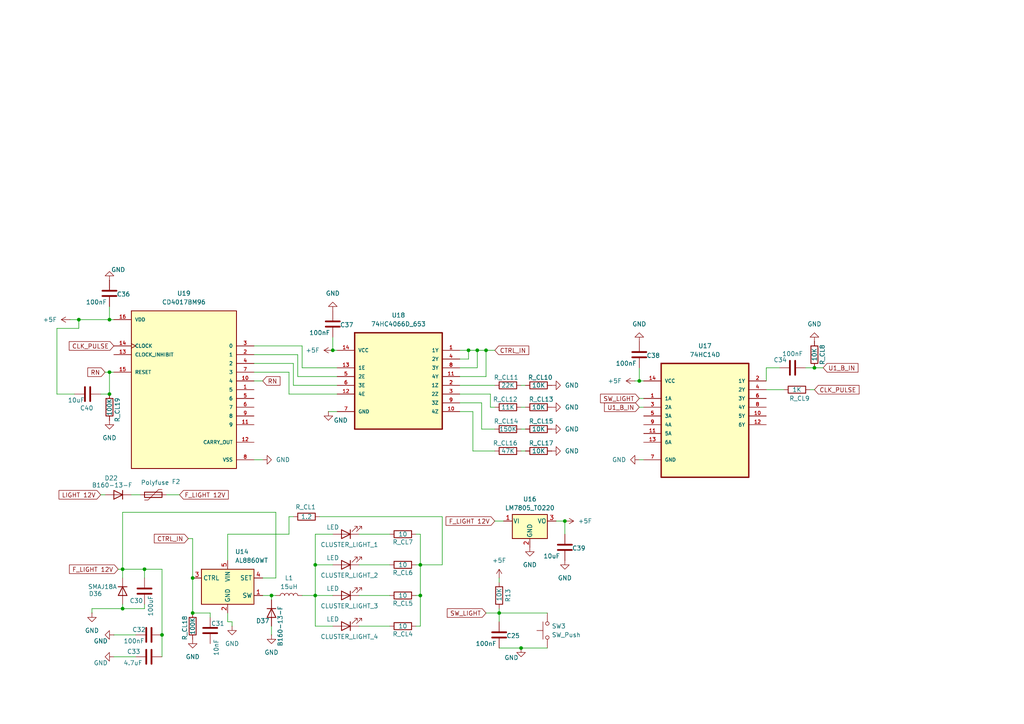
<source format=kicad_sch>
(kicad_sch
	(version 20250114)
	(generator "eeschema")
	(generator_version "9.0")
	(uuid "09d5447a-c2be-4174-bd1d-c605c186cee5")
	(paper "A4")
	(lib_symbols
		(symbol "74HC14D:74HC14D"
			(pin_names
				(offset 1.016)
			)
			(exclude_from_sim no)
			(in_bom yes)
			(on_board yes)
			(property "Reference" "U"
				(at -5.2894 15.207 0)
				(effects
					(font
						(size 1.27 1.27)
					)
					(justify left bottom)
				)
			)
			(property "Value" "74HC14D"
				(at -4.118 -25.0386 0)
				(effects
					(font
						(size 1.27 1.27)
					)
					(justify left bottom)
				)
			)
			(property "Footprint" "74HC14D:SOIC127P600X175-14N"
				(at 0 0 0)
				(effects
					(font
						(size 1.27 1.27)
					)
					(justify bottom)
					(hide yes)
				)
			)
			(property "Datasheet" ""
				(at 0 0 0)
				(effects
					(font
						(size 1.27 1.27)
					)
					(hide yes)
				)
			)
			(property "Description" ""
				(at 0 0 0)
				(effects
					(font
						(size 1.27 1.27)
					)
					(hide yes)
				)
			)
			(property "MF" "Toshiba"
				(at 0 0 0)
				(effects
					(font
						(size 1.27 1.27)
					)
					(justify bottom)
					(hide yes)
				)
			)
			(property "Description_1" "Inverter IC 6 Channel Schmitt Trigger 14-SOIC"
				(at 0 0 0)
				(effects
					(font
						(size 1.27 1.27)
					)
					(justify bottom)
					(hide yes)
				)
			)
			(property "PACKAGE" "SOIC-14"
				(at 0 0 0)
				(effects
					(font
						(size 1.27 1.27)
					)
					(justify bottom)
					(hide yes)
				)
			)
			(property "MPN" "74HC14D"
				(at 0 0 0)
				(effects
					(font
						(size 1.27 1.27)
					)
					(justify bottom)
					(hide yes)
				)
			)
			(property "Price" "None"
				(at 0 0 0)
				(effects
					(font
						(size 1.27 1.27)
					)
					(justify bottom)
					(hide yes)
				)
			)
			(property "Package" "SO14-14 Nexperia USA Inc."
				(at 0 0 0)
				(effects
					(font
						(size 1.27 1.27)
					)
					(justify bottom)
					(hide yes)
				)
			)
			(property "OC_FARNELL" "1201316"
				(at 0 0 0)
				(effects
					(font
						(size 1.27 1.27)
					)
					(justify bottom)
					(hide yes)
				)
			)
			(property "SnapEDA_Link" "https://www.snapeda.com/parts/74HC14D/Toshiba/view-part/?ref=snap"
				(at 0 0 0)
				(effects
					(font
						(size 1.27 1.27)
					)
					(justify bottom)
					(hide yes)
				)
			)
			(property "MP" "74HC14D"
				(at 0 0 0)
				(effects
					(font
						(size 1.27 1.27)
					)
					(justify bottom)
					(hide yes)
				)
			)
			(property "SUPPLIER" "NXP"
				(at 0 0 0)
				(effects
					(font
						(size 1.27 1.27)
					)
					(justify bottom)
					(hide yes)
				)
			)
			(property "OC_NEWARK" "26M7759"
				(at 0 0 0)
				(effects
					(font
						(size 1.27 1.27)
					)
					(justify bottom)
					(hide yes)
				)
			)
			(property "Availability" "In Stock"
				(at 0 0 0)
				(effects
					(font
						(size 1.27 1.27)
					)
					(justify bottom)
					(hide yes)
				)
			)
			(property "Check_prices" "https://www.snapeda.com/parts/74HC14D/Toshiba/view-part/?ref=eda"
				(at 0 0 0)
				(effects
					(font
						(size 1.27 1.27)
					)
					(justify bottom)
					(hide yes)
				)
			)
			(symbol "74HC14D_0_0"
				(rectangle
					(start -12.7 -20.32)
					(end 12.7 12.7)
					(stroke
						(width 0.4064)
						(type default)
					)
					(fill
						(type background)
					)
				)
				(pin power_in line
					(at -17.78 7.62 0)
					(length 5.08)
					(name "VCC"
						(effects
							(font
								(size 1.016 1.016)
							)
						)
					)
					(number "14"
						(effects
							(font
								(size 1.016 1.016)
							)
						)
					)
				)
				(pin input line
					(at -17.78 2.54 0)
					(length 5.08)
					(name "1A"
						(effects
							(font
								(size 1.016 1.016)
							)
						)
					)
					(number "1"
						(effects
							(font
								(size 1.016 1.016)
							)
						)
					)
				)
				(pin input line
					(at -17.78 0 0)
					(length 5.08)
					(name "2A"
						(effects
							(font
								(size 1.016 1.016)
							)
						)
					)
					(number "3"
						(effects
							(font
								(size 1.016 1.016)
							)
						)
					)
				)
				(pin input line
					(at -17.78 -2.54 0)
					(length 5.08)
					(name "3A"
						(effects
							(font
								(size 1.016 1.016)
							)
						)
					)
					(number "5"
						(effects
							(font
								(size 1.016 1.016)
							)
						)
					)
				)
				(pin input line
					(at -17.78 -5.08 0)
					(length 5.08)
					(name "4A"
						(effects
							(font
								(size 1.016 1.016)
							)
						)
					)
					(number "9"
						(effects
							(font
								(size 1.016 1.016)
							)
						)
					)
				)
				(pin input line
					(at -17.78 -7.62 0)
					(length 5.08)
					(name "5A"
						(effects
							(font
								(size 1.016 1.016)
							)
						)
					)
					(number "11"
						(effects
							(font
								(size 1.016 1.016)
							)
						)
					)
				)
				(pin input line
					(at -17.78 -10.16 0)
					(length 5.08)
					(name "6A"
						(effects
							(font
								(size 1.016 1.016)
							)
						)
					)
					(number "13"
						(effects
							(font
								(size 1.016 1.016)
							)
						)
					)
				)
				(pin passive line
					(at -17.78 -15.24 0)
					(length 5.08)
					(name "GND"
						(effects
							(font
								(size 1.016 1.016)
							)
						)
					)
					(number "7"
						(effects
							(font
								(size 1.016 1.016)
							)
						)
					)
				)
				(pin output line
					(at 17.78 7.62 180)
					(length 5.08)
					(name "1Y"
						(effects
							(font
								(size 1.016 1.016)
							)
						)
					)
					(number "2"
						(effects
							(font
								(size 1.016 1.016)
							)
						)
					)
				)
				(pin output line
					(at 17.78 5.08 180)
					(length 5.08)
					(name "2Y"
						(effects
							(font
								(size 1.016 1.016)
							)
						)
					)
					(number "4"
						(effects
							(font
								(size 1.016 1.016)
							)
						)
					)
				)
				(pin output line
					(at 17.78 2.54 180)
					(length 5.08)
					(name "3Y"
						(effects
							(font
								(size 1.016 1.016)
							)
						)
					)
					(number "6"
						(effects
							(font
								(size 1.016 1.016)
							)
						)
					)
				)
				(pin output line
					(at 17.78 0 180)
					(length 5.08)
					(name "4Y"
						(effects
							(font
								(size 1.016 1.016)
							)
						)
					)
					(number "8"
						(effects
							(font
								(size 1.016 1.016)
							)
						)
					)
				)
				(pin output line
					(at 17.78 -2.54 180)
					(length 5.08)
					(name "5Y"
						(effects
							(font
								(size 1.016 1.016)
							)
						)
					)
					(number "10"
						(effects
							(font
								(size 1.016 1.016)
							)
						)
					)
				)
				(pin output line
					(at 17.78 -5.08 180)
					(length 5.08)
					(name "6Y"
						(effects
							(font
								(size 1.016 1.016)
							)
						)
					)
					(number "12"
						(effects
							(font
								(size 1.016 1.016)
							)
						)
					)
				)
			)
			(embedded_fonts no)
		)
		(symbol "74HC4066D_653:74HC4066D_653"
			(pin_names
				(offset 1.016)
			)
			(exclude_from_sim no)
			(in_bom yes)
			(on_board yes)
			(property "Reference" "U"
				(at -4.9353 12.5672 0)
				(effects
					(font
						(size 1.27 1.27)
					)
					(justify left bottom)
				)
			)
			(property "Value" "74HC4066D_653"
				(at -3.9999 -22.0122 0)
				(effects
					(font
						(size 1.27 1.27)
					)
					(justify left bottom)
				)
			)
			(property "Footprint" "74HC4066D_653:SOIC127P600X175-14N"
				(at 0 0 0)
				(effects
					(font
						(size 1.27 1.27)
					)
					(justify bottom)
					(hide yes)
				)
			)
			(property "Datasheet" ""
				(at 0 0 0)
				(effects
					(font
						(size 1.27 1.27)
					)
					(hide yes)
				)
			)
			(property "Description" ""
				(at 0 0 0)
				(effects
					(font
						(size 1.27 1.27)
					)
					(hide yes)
				)
			)
			(property "MF" "Nexperia"
				(at 0 0 0)
				(effects
					(font
						(size 1.27 1.27)
					)
					(justify bottom)
					(hide yes)
				)
			)
			(property "Description_1" "4 Circuit IC Switch 1:1 95Ohm 14-SO"
				(at 0 0 0)
				(effects
					(font
						(size 1.27 1.27)
					)
					(justify bottom)
					(hide yes)
				)
			)
			(property "PACKAGE" "SOIC-16"
				(at 0 0 0)
				(effects
					(font
						(size 1.27 1.27)
					)
					(justify bottom)
					(hide yes)
				)
			)
			(property "MPN" "74HC4066D,653"
				(at 0 0 0)
				(effects
					(font
						(size 1.27 1.27)
					)
					(justify bottom)
					(hide yes)
				)
			)
			(property "Price" "None"
				(at 0 0 0)
				(effects
					(font
						(size 1.27 1.27)
					)
					(justify bottom)
					(hide yes)
				)
			)
			(property "Package" "SO14-14 Nexperia USA Inc."
				(at 0 0 0)
				(effects
					(font
						(size 1.27 1.27)
					)
					(justify bottom)
					(hide yes)
				)
			)
			(property "OC_FARNELL" "1868620"
				(at 0 0 0)
				(effects
					(font
						(size 1.27 1.27)
					)
					(justify bottom)
					(hide yes)
				)
			)
			(property "SnapEDA_Link" "https://www.snapeda.com/parts/74HC4066D,653/Nexperia/view-part/?ref=snap"
				(at 0 0 0)
				(effects
					(font
						(size 1.27 1.27)
					)
					(justify bottom)
					(hide yes)
				)
			)
			(property "MP" "74HC4066D,653"
				(at 0 0 0)
				(effects
					(font
						(size 1.27 1.27)
					)
					(justify bottom)
					(hide yes)
				)
			)
			(property "SUPPLIER" "NXP"
				(at 0 0 0)
				(effects
					(font
						(size 1.27 1.27)
					)
					(justify bottom)
					(hide yes)
				)
			)
			(property "OC_NEWARK" "71R2541"
				(at 0 0 0)
				(effects
					(font
						(size 1.27 1.27)
					)
					(justify bottom)
					(hide yes)
				)
			)
			(property "Availability" "In Stock"
				(at 0 0 0)
				(effects
					(font
						(size 1.27 1.27)
					)
					(justify bottom)
					(hide yes)
				)
			)
			(property "Check_prices" "https://www.snapeda.com/parts/74HC4066D,653/Nexperia/view-part/?ref=eda"
				(at 0 0 0)
				(effects
					(font
						(size 1.27 1.27)
					)
					(justify bottom)
					(hide yes)
				)
			)
			(symbol "74HC4066D_653_0_0"
				(rectangle
					(start -12.7 -17.78)
					(end 12.7 10.16)
					(stroke
						(width 0.4064)
						(type default)
					)
					(fill
						(type background)
					)
				)
				(pin power_in line
					(at -17.78 5.08 0)
					(length 5.08)
					(name "VCC"
						(effects
							(font
								(size 1.016 1.016)
							)
						)
					)
					(number "14"
						(effects
							(font
								(size 1.016 1.016)
							)
						)
					)
				)
				(pin input line
					(at -17.78 0 0)
					(length 5.08)
					(name "1E"
						(effects
							(font
								(size 1.016 1.016)
							)
						)
					)
					(number "13"
						(effects
							(font
								(size 1.016 1.016)
							)
						)
					)
				)
				(pin input line
					(at -17.78 -2.54 0)
					(length 5.08)
					(name "2E"
						(effects
							(font
								(size 1.016 1.016)
							)
						)
					)
					(number "5"
						(effects
							(font
								(size 1.016 1.016)
							)
						)
					)
				)
				(pin input line
					(at -17.78 -5.08 0)
					(length 5.08)
					(name "3E"
						(effects
							(font
								(size 1.016 1.016)
							)
						)
					)
					(number "6"
						(effects
							(font
								(size 1.016 1.016)
							)
						)
					)
				)
				(pin input line
					(at -17.78 -7.62 0)
					(length 5.08)
					(name "4E"
						(effects
							(font
								(size 1.016 1.016)
							)
						)
					)
					(number "12"
						(effects
							(font
								(size 1.016 1.016)
							)
						)
					)
				)
				(pin passive line
					(at -17.78 -12.7 0)
					(length 5.08)
					(name "GND"
						(effects
							(font
								(size 1.016 1.016)
							)
						)
					)
					(number "7"
						(effects
							(font
								(size 1.016 1.016)
							)
						)
					)
				)
				(pin bidirectional line
					(at 17.78 5.08 180)
					(length 5.08)
					(name "1Y"
						(effects
							(font
								(size 1.016 1.016)
							)
						)
					)
					(number "1"
						(effects
							(font
								(size 1.016 1.016)
							)
						)
					)
				)
				(pin bidirectional line
					(at 17.78 2.54 180)
					(length 5.08)
					(name "2Y"
						(effects
							(font
								(size 1.016 1.016)
							)
						)
					)
					(number "4"
						(effects
							(font
								(size 1.016 1.016)
							)
						)
					)
				)
				(pin bidirectional line
					(at 17.78 0 180)
					(length 5.08)
					(name "3Y"
						(effects
							(font
								(size 1.016 1.016)
							)
						)
					)
					(number "8"
						(effects
							(font
								(size 1.016 1.016)
							)
						)
					)
				)
				(pin bidirectional line
					(at 17.78 -2.54 180)
					(length 5.08)
					(name "4Y"
						(effects
							(font
								(size 1.016 1.016)
							)
						)
					)
					(number "11"
						(effects
							(font
								(size 1.016 1.016)
							)
						)
					)
				)
				(pin bidirectional line
					(at 17.78 -5.08 180)
					(length 5.08)
					(name "1Z"
						(effects
							(font
								(size 1.016 1.016)
							)
						)
					)
					(number "2"
						(effects
							(font
								(size 1.016 1.016)
							)
						)
					)
				)
				(pin bidirectional line
					(at 17.78 -7.62 180)
					(length 5.08)
					(name "2Z"
						(effects
							(font
								(size 1.016 1.016)
							)
						)
					)
					(number "3"
						(effects
							(font
								(size 1.016 1.016)
							)
						)
					)
				)
				(pin bidirectional line
					(at 17.78 -10.16 180)
					(length 5.08)
					(name "3Z"
						(effects
							(font
								(size 1.016 1.016)
							)
						)
					)
					(number "9"
						(effects
							(font
								(size 1.016 1.016)
							)
						)
					)
				)
				(pin bidirectional line
					(at 17.78 -12.7 180)
					(length 5.08)
					(name "4Z"
						(effects
							(font
								(size 1.016 1.016)
							)
						)
					)
					(number "10"
						(effects
							(font
								(size 1.016 1.016)
							)
						)
					)
				)
			)
			(embedded_fonts no)
		)
		(symbol "CD4017BM96:CD4017BM96"
			(pin_names
				(offset 1.016)
			)
			(exclude_from_sim no)
			(in_bom yes)
			(on_board yes)
			(property "Reference" "U"
				(at -15.24 23.368 0)
				(effects
					(font
						(size 1.27 1.27)
					)
					(justify left bottom)
				)
			)
			(property "Value" "CD4017BM96"
				(at -15.24 -25.4 0)
				(effects
					(font
						(size 1.27 1.27)
					)
					(justify left bottom)
				)
			)
			(property "Footprint" "CD4017BM96:SOIC127P600X175-16N"
				(at 0 0 0)
				(effects
					(font
						(size 1.27 1.27)
					)
					(justify bottom)
					(hide yes)
				)
			)
			(property "Datasheet" ""
				(at 0 0 0)
				(effects
					(font
						(size 1.27 1.27)
					)
					(hide yes)
				)
			)
			(property "Description" ""
				(at 0 0 0)
				(effects
					(font
						(size 1.27 1.27)
					)
					(hide yes)
				)
			)
			(property "MF" "Texas Instruments"
				(at 0 0 0)
				(effects
					(font
						(size 1.27 1.27)
					)
					(justify bottom)
					(hide yes)
				)
			)
			(property "MAXIMUM_PACKAGE_HEIGHT" "1.75mm"
				(at 0 0 0)
				(effects
					(font
						(size 1.27 1.27)
					)
					(justify bottom)
					(hide yes)
				)
			)
			(property "Package" "SOIC-16 Texas Instruments"
				(at 0 0 0)
				(effects
					(font
						(size 1.27 1.27)
					)
					(justify bottom)
					(hide yes)
				)
			)
			(property "Price" "None"
				(at 0 0 0)
				(effects
					(font
						(size 1.27 1.27)
					)
					(justify bottom)
					(hide yes)
				)
			)
			(property "Check_prices" "https://www.snapeda.com/parts/CD4017BM96/Texas+Instruments/view-part/?ref=eda"
				(at 0 0 0)
				(effects
					(font
						(size 1.27 1.27)
					)
					(justify bottom)
					(hide yes)
				)
			)
			(property "STANDARD" "IPC-7351B"
				(at 0 0 0)
				(effects
					(font
						(size 1.27 1.27)
					)
					(justify bottom)
					(hide yes)
				)
			)
			(property "PARTREV" "Feb 2004"
				(at 0 0 0)
				(effects
					(font
						(size 1.27 1.27)
					)
					(justify bottom)
					(hide yes)
				)
			)
			(property "SnapEDA_Link" "https://www.snapeda.com/parts/CD4017BM96/Texas+Instruments/view-part/?ref=snap"
				(at 0 0 0)
				(effects
					(font
						(size 1.27 1.27)
					)
					(justify bottom)
					(hide yes)
				)
			)
			(property "MP" "CD4017BM96"
				(at 0 0 0)
				(effects
					(font
						(size 1.27 1.27)
					)
					(justify bottom)
					(hide yes)
				)
			)
			(property "Description_1" "CMOS Decade Counter with 10 Decoded Outputs"
				(at 0 0 0)
				(effects
					(font
						(size 1.27 1.27)
					)
					(justify bottom)
					(hide yes)
				)
			)
			(property "Availability" "In Stock"
				(at 0 0 0)
				(effects
					(font
						(size 1.27 1.27)
					)
					(justify bottom)
					(hide yes)
				)
			)
			(property "MANUFACTURER" "Texas Instruments"
				(at 0 0 0)
				(effects
					(font
						(size 1.27 1.27)
					)
					(justify bottom)
					(hide yes)
				)
			)
			(symbol "CD4017BM96_0_0"
				(rectangle
					(start -15.24 -22.86)
					(end 15.24 22.86)
					(stroke
						(width 0.254)
						(type default)
					)
					(fill
						(type background)
					)
				)
				(pin power_in line
					(at -20.32 20.32 0)
					(length 5.08)
					(name "VDD"
						(effects
							(font
								(size 1.016 1.016)
							)
						)
					)
					(number "16"
						(effects
							(font
								(size 1.016 1.016)
							)
						)
					)
				)
				(pin input clock
					(at -20.32 12.7 0)
					(length 5.08)
					(name "CLOCK"
						(effects
							(font
								(size 1.016 1.016)
							)
						)
					)
					(number "14"
						(effects
							(font
								(size 1.016 1.016)
							)
						)
					)
				)
				(pin input line
					(at -20.32 10.16 0)
					(length 5.08)
					(name "CLOCK_INHIBIT"
						(effects
							(font
								(size 1.016 1.016)
							)
						)
					)
					(number "13"
						(effects
							(font
								(size 1.016 1.016)
							)
						)
					)
				)
				(pin input line
					(at -20.32 5.08 0)
					(length 5.08)
					(name "RESET"
						(effects
							(font
								(size 1.016 1.016)
							)
						)
					)
					(number "15"
						(effects
							(font
								(size 1.016 1.016)
							)
						)
					)
				)
				(pin output line
					(at 20.32 12.7 180)
					(length 5.08)
					(name "0"
						(effects
							(font
								(size 1.016 1.016)
							)
						)
					)
					(number "3"
						(effects
							(font
								(size 1.016 1.016)
							)
						)
					)
				)
				(pin output line
					(at 20.32 10.16 180)
					(length 5.08)
					(name "1"
						(effects
							(font
								(size 1.016 1.016)
							)
						)
					)
					(number "2"
						(effects
							(font
								(size 1.016 1.016)
							)
						)
					)
				)
				(pin output line
					(at 20.32 7.62 180)
					(length 5.08)
					(name "2"
						(effects
							(font
								(size 1.016 1.016)
							)
						)
					)
					(number "4"
						(effects
							(font
								(size 1.016 1.016)
							)
						)
					)
				)
				(pin output line
					(at 20.32 5.08 180)
					(length 5.08)
					(name "3"
						(effects
							(font
								(size 1.016 1.016)
							)
						)
					)
					(number "7"
						(effects
							(font
								(size 1.016 1.016)
							)
						)
					)
				)
				(pin output line
					(at 20.32 2.54 180)
					(length 5.08)
					(name "4"
						(effects
							(font
								(size 1.016 1.016)
							)
						)
					)
					(number "10"
						(effects
							(font
								(size 1.016 1.016)
							)
						)
					)
				)
				(pin output line
					(at 20.32 0 180)
					(length 5.08)
					(name "5"
						(effects
							(font
								(size 1.016 1.016)
							)
						)
					)
					(number "1"
						(effects
							(font
								(size 1.016 1.016)
							)
						)
					)
				)
				(pin output line
					(at 20.32 -2.54 180)
					(length 5.08)
					(name "6"
						(effects
							(font
								(size 1.016 1.016)
							)
						)
					)
					(number "5"
						(effects
							(font
								(size 1.016 1.016)
							)
						)
					)
				)
				(pin output line
					(at 20.32 -5.08 180)
					(length 5.08)
					(name "7"
						(effects
							(font
								(size 1.016 1.016)
							)
						)
					)
					(number "6"
						(effects
							(font
								(size 1.016 1.016)
							)
						)
					)
				)
				(pin output line
					(at 20.32 -7.62 180)
					(length 5.08)
					(name "8"
						(effects
							(font
								(size 1.016 1.016)
							)
						)
					)
					(number "9"
						(effects
							(font
								(size 1.016 1.016)
							)
						)
					)
				)
				(pin output line
					(at 20.32 -10.16 180)
					(length 5.08)
					(name "9"
						(effects
							(font
								(size 1.016 1.016)
							)
						)
					)
					(number "11"
						(effects
							(font
								(size 1.016 1.016)
							)
						)
					)
				)
				(pin output line
					(at 20.32 -15.24 180)
					(length 5.08)
					(name "CARRY_OUT"
						(effects
							(font
								(size 1.016 1.016)
							)
						)
					)
					(number "12"
						(effects
							(font
								(size 1.016 1.016)
							)
						)
					)
				)
				(pin power_in line
					(at 20.32 -20.32 180)
					(length 5.08)
					(name "VSS"
						(effects
							(font
								(size 1.016 1.016)
							)
						)
					)
					(number "8"
						(effects
							(font
								(size 1.016 1.016)
							)
						)
					)
				)
			)
			(embedded_fonts no)
		)
		(symbol "Device:C"
			(pin_numbers
				(hide yes)
			)
			(pin_names
				(offset 0.254)
			)
			(exclude_from_sim no)
			(in_bom yes)
			(on_board yes)
			(property "Reference" "C"
				(at 0.635 2.54 0)
				(effects
					(font
						(size 1.27 1.27)
					)
					(justify left)
				)
			)
			(property "Value" "C"
				(at 0.635 -2.54 0)
				(effects
					(font
						(size 1.27 1.27)
					)
					(justify left)
				)
			)
			(property "Footprint" ""
				(at 0.9652 -3.81 0)
				(effects
					(font
						(size 1.27 1.27)
					)
					(hide yes)
				)
			)
			(property "Datasheet" "~"
				(at 0 0 0)
				(effects
					(font
						(size 1.27 1.27)
					)
					(hide yes)
				)
			)
			(property "Description" "Unpolarized capacitor"
				(at 0 0 0)
				(effects
					(font
						(size 1.27 1.27)
					)
					(hide yes)
				)
			)
			(property "ki_keywords" "cap capacitor"
				(at 0 0 0)
				(effects
					(font
						(size 1.27 1.27)
					)
					(hide yes)
				)
			)
			(property "ki_fp_filters" "C_*"
				(at 0 0 0)
				(effects
					(font
						(size 1.27 1.27)
					)
					(hide yes)
				)
			)
			(symbol "C_0_1"
				(polyline
					(pts
						(xy -2.032 0.762) (xy 2.032 0.762)
					)
					(stroke
						(width 0.508)
						(type default)
					)
					(fill
						(type none)
					)
				)
				(polyline
					(pts
						(xy -2.032 -0.762) (xy 2.032 -0.762)
					)
					(stroke
						(width 0.508)
						(type default)
					)
					(fill
						(type none)
					)
				)
			)
			(symbol "C_1_1"
				(pin passive line
					(at 0 3.81 270)
					(length 2.794)
					(name "~"
						(effects
							(font
								(size 1.27 1.27)
							)
						)
					)
					(number "1"
						(effects
							(font
								(size 1.27 1.27)
							)
						)
					)
				)
				(pin passive line
					(at 0 -3.81 90)
					(length 2.794)
					(name "~"
						(effects
							(font
								(size 1.27 1.27)
							)
						)
					)
					(number "2"
						(effects
							(font
								(size 1.27 1.27)
							)
						)
					)
				)
			)
			(embedded_fonts no)
		)
		(symbol "Device:D"
			(pin_numbers
				(hide yes)
			)
			(pin_names
				(offset 1.016)
				(hide yes)
			)
			(exclude_from_sim no)
			(in_bom yes)
			(on_board yes)
			(property "Reference" "D"
				(at 0 2.54 0)
				(effects
					(font
						(size 1.27 1.27)
					)
				)
			)
			(property "Value" "D"
				(at 0 -2.54 0)
				(effects
					(font
						(size 1.27 1.27)
					)
				)
			)
			(property "Footprint" ""
				(at 0 0 0)
				(effects
					(font
						(size 1.27 1.27)
					)
					(hide yes)
				)
			)
			(property "Datasheet" "~"
				(at 0 0 0)
				(effects
					(font
						(size 1.27 1.27)
					)
					(hide yes)
				)
			)
			(property "Description" "Diode"
				(at 0 0 0)
				(effects
					(font
						(size 1.27 1.27)
					)
					(hide yes)
				)
			)
			(property "Sim.Device" "D"
				(at 0 0 0)
				(effects
					(font
						(size 1.27 1.27)
					)
					(hide yes)
				)
			)
			(property "Sim.Pins" "1=K 2=A"
				(at 0 0 0)
				(effects
					(font
						(size 1.27 1.27)
					)
					(hide yes)
				)
			)
			(property "ki_keywords" "diode"
				(at 0 0 0)
				(effects
					(font
						(size 1.27 1.27)
					)
					(hide yes)
				)
			)
			(property "ki_fp_filters" "TO-???* *_Diode_* *SingleDiode* D_*"
				(at 0 0 0)
				(effects
					(font
						(size 1.27 1.27)
					)
					(hide yes)
				)
			)
			(symbol "D_0_1"
				(polyline
					(pts
						(xy -1.27 1.27) (xy -1.27 -1.27)
					)
					(stroke
						(width 0.254)
						(type default)
					)
					(fill
						(type none)
					)
				)
				(polyline
					(pts
						(xy 1.27 1.27) (xy 1.27 -1.27) (xy -1.27 0) (xy 1.27 1.27)
					)
					(stroke
						(width 0.254)
						(type default)
					)
					(fill
						(type none)
					)
				)
				(polyline
					(pts
						(xy 1.27 0) (xy -1.27 0)
					)
					(stroke
						(width 0)
						(type default)
					)
					(fill
						(type none)
					)
				)
			)
			(symbol "D_1_1"
				(pin passive line
					(at -3.81 0 0)
					(length 2.54)
					(name "K"
						(effects
							(font
								(size 1.27 1.27)
							)
						)
					)
					(number "1"
						(effects
							(font
								(size 1.27 1.27)
							)
						)
					)
				)
				(pin passive line
					(at 3.81 0 180)
					(length 2.54)
					(name "A"
						(effects
							(font
								(size 1.27 1.27)
							)
						)
					)
					(number "2"
						(effects
							(font
								(size 1.27 1.27)
							)
						)
					)
				)
			)
			(embedded_fonts no)
		)
		(symbol "Device:L"
			(pin_numbers
				(hide yes)
			)
			(pin_names
				(offset 1.016)
				(hide yes)
			)
			(exclude_from_sim no)
			(in_bom yes)
			(on_board yes)
			(property "Reference" "L"
				(at -1.27 0 90)
				(effects
					(font
						(size 1.27 1.27)
					)
				)
			)
			(property "Value" "L"
				(at 1.905 0 90)
				(effects
					(font
						(size 1.27 1.27)
					)
				)
			)
			(property "Footprint" ""
				(at 0 0 0)
				(effects
					(font
						(size 1.27 1.27)
					)
					(hide yes)
				)
			)
			(property "Datasheet" "~"
				(at 0 0 0)
				(effects
					(font
						(size 1.27 1.27)
					)
					(hide yes)
				)
			)
			(property "Description" "Inductor"
				(at 0 0 0)
				(effects
					(font
						(size 1.27 1.27)
					)
					(hide yes)
				)
			)
			(property "ki_keywords" "inductor choke coil reactor magnetic"
				(at 0 0 0)
				(effects
					(font
						(size 1.27 1.27)
					)
					(hide yes)
				)
			)
			(property "ki_fp_filters" "Choke_* *Coil* Inductor_* L_*"
				(at 0 0 0)
				(effects
					(font
						(size 1.27 1.27)
					)
					(hide yes)
				)
			)
			(symbol "L_0_1"
				(arc
					(start 0 2.54)
					(mid 0.6323 1.905)
					(end 0 1.27)
					(stroke
						(width 0)
						(type default)
					)
					(fill
						(type none)
					)
				)
				(arc
					(start 0 1.27)
					(mid 0.6323 0.635)
					(end 0 0)
					(stroke
						(width 0)
						(type default)
					)
					(fill
						(type none)
					)
				)
				(arc
					(start 0 0)
					(mid 0.6323 -0.635)
					(end 0 -1.27)
					(stroke
						(width 0)
						(type default)
					)
					(fill
						(type none)
					)
				)
				(arc
					(start 0 -1.27)
					(mid 0.6323 -1.905)
					(end 0 -2.54)
					(stroke
						(width 0)
						(type default)
					)
					(fill
						(type none)
					)
				)
			)
			(symbol "L_1_1"
				(pin passive line
					(at 0 3.81 270)
					(length 1.27)
					(name "1"
						(effects
							(font
								(size 1.27 1.27)
							)
						)
					)
					(number "1"
						(effects
							(font
								(size 1.27 1.27)
							)
						)
					)
				)
				(pin passive line
					(at 0 -3.81 90)
					(length 1.27)
					(name "2"
						(effects
							(font
								(size 1.27 1.27)
							)
						)
					)
					(number "2"
						(effects
							(font
								(size 1.27 1.27)
							)
						)
					)
				)
			)
			(embedded_fonts no)
		)
		(symbol "Device:LED"
			(pin_numbers
				(hide yes)
			)
			(pin_names
				(offset 1.016)
				(hide yes)
			)
			(exclude_from_sim no)
			(in_bom yes)
			(on_board yes)
			(property "Reference" "D"
				(at 0 2.54 0)
				(effects
					(font
						(size 1.27 1.27)
					)
				)
			)
			(property "Value" "LED"
				(at 0 -2.54 0)
				(effects
					(font
						(size 1.27 1.27)
					)
				)
			)
			(property "Footprint" ""
				(at 0 0 0)
				(effects
					(font
						(size 1.27 1.27)
					)
					(hide yes)
				)
			)
			(property "Datasheet" "~"
				(at 0 0 0)
				(effects
					(font
						(size 1.27 1.27)
					)
					(hide yes)
				)
			)
			(property "Description" "Light emitting diode"
				(at 0 0 0)
				(effects
					(font
						(size 1.27 1.27)
					)
					(hide yes)
				)
			)
			(property "Sim.Pins" "1=K 2=A"
				(at 0 0 0)
				(effects
					(font
						(size 1.27 1.27)
					)
					(hide yes)
				)
			)
			(property "ki_keywords" "LED diode"
				(at 0 0 0)
				(effects
					(font
						(size 1.27 1.27)
					)
					(hide yes)
				)
			)
			(property "ki_fp_filters" "LED* LED_SMD:* LED_THT:*"
				(at 0 0 0)
				(effects
					(font
						(size 1.27 1.27)
					)
					(hide yes)
				)
			)
			(symbol "LED_0_1"
				(polyline
					(pts
						(xy -3.048 -0.762) (xy -4.572 -2.286) (xy -3.81 -2.286) (xy -4.572 -2.286) (xy -4.572 -1.524)
					)
					(stroke
						(width 0)
						(type default)
					)
					(fill
						(type none)
					)
				)
				(polyline
					(pts
						(xy -1.778 -0.762) (xy -3.302 -2.286) (xy -2.54 -2.286) (xy -3.302 -2.286) (xy -3.302 -1.524)
					)
					(stroke
						(width 0)
						(type default)
					)
					(fill
						(type none)
					)
				)
				(polyline
					(pts
						(xy -1.27 0) (xy 1.27 0)
					)
					(stroke
						(width 0)
						(type default)
					)
					(fill
						(type none)
					)
				)
				(polyline
					(pts
						(xy -1.27 -1.27) (xy -1.27 1.27)
					)
					(stroke
						(width 0.254)
						(type default)
					)
					(fill
						(type none)
					)
				)
				(polyline
					(pts
						(xy 1.27 -1.27) (xy 1.27 1.27) (xy -1.27 0) (xy 1.27 -1.27)
					)
					(stroke
						(width 0.254)
						(type default)
					)
					(fill
						(type none)
					)
				)
			)
			(symbol "LED_1_1"
				(pin passive line
					(at -3.81 0 0)
					(length 2.54)
					(name "K"
						(effects
							(font
								(size 1.27 1.27)
							)
						)
					)
					(number "1"
						(effects
							(font
								(size 1.27 1.27)
							)
						)
					)
				)
				(pin passive line
					(at 3.81 0 180)
					(length 2.54)
					(name "A"
						(effects
							(font
								(size 1.27 1.27)
							)
						)
					)
					(number "2"
						(effects
							(font
								(size 1.27 1.27)
							)
						)
					)
				)
			)
			(embedded_fonts no)
		)
		(symbol "Device:Polyfuse"
			(pin_numbers
				(hide yes)
			)
			(pin_names
				(offset 0)
			)
			(exclude_from_sim no)
			(in_bom yes)
			(on_board yes)
			(property "Reference" "F"
				(at -2.54 0 90)
				(effects
					(font
						(size 1.27 1.27)
					)
				)
			)
			(property "Value" "Polyfuse"
				(at 2.54 0 90)
				(effects
					(font
						(size 1.27 1.27)
					)
				)
			)
			(property "Footprint" ""
				(at 1.27 -5.08 0)
				(effects
					(font
						(size 1.27 1.27)
					)
					(justify left)
					(hide yes)
				)
			)
			(property "Datasheet" "~"
				(at 0 0 0)
				(effects
					(font
						(size 1.27 1.27)
					)
					(hide yes)
				)
			)
			(property "Description" "Resettable fuse, polymeric positive temperature coefficient"
				(at 0 0 0)
				(effects
					(font
						(size 1.27 1.27)
					)
					(hide yes)
				)
			)
			(property "ki_keywords" "resettable fuse PTC PPTC polyfuse polyswitch"
				(at 0 0 0)
				(effects
					(font
						(size 1.27 1.27)
					)
					(hide yes)
				)
			)
			(property "ki_fp_filters" "*polyfuse* *PTC*"
				(at 0 0 0)
				(effects
					(font
						(size 1.27 1.27)
					)
					(hide yes)
				)
			)
			(symbol "Polyfuse_0_1"
				(polyline
					(pts
						(xy -1.524 2.54) (xy -1.524 1.524) (xy 1.524 -1.524) (xy 1.524 -2.54)
					)
					(stroke
						(width 0)
						(type default)
					)
					(fill
						(type none)
					)
				)
				(rectangle
					(start -0.762 2.54)
					(end 0.762 -2.54)
					(stroke
						(width 0.254)
						(type default)
					)
					(fill
						(type none)
					)
				)
				(polyline
					(pts
						(xy 0 2.54) (xy 0 -2.54)
					)
					(stroke
						(width 0)
						(type default)
					)
					(fill
						(type none)
					)
				)
			)
			(symbol "Polyfuse_1_1"
				(pin passive line
					(at 0 3.81 270)
					(length 1.27)
					(name "~"
						(effects
							(font
								(size 1.27 1.27)
							)
						)
					)
					(number "1"
						(effects
							(font
								(size 1.27 1.27)
							)
						)
					)
				)
				(pin passive line
					(at 0 -3.81 90)
					(length 1.27)
					(name "~"
						(effects
							(font
								(size 1.27 1.27)
							)
						)
					)
					(number "2"
						(effects
							(font
								(size 1.27 1.27)
							)
						)
					)
				)
			)
			(embedded_fonts no)
		)
		(symbol "Device:R"
			(pin_numbers
				(hide yes)
			)
			(pin_names
				(offset 0)
			)
			(exclude_from_sim no)
			(in_bom yes)
			(on_board yes)
			(property "Reference" "R"
				(at 2.032 0 90)
				(effects
					(font
						(size 1.27 1.27)
					)
				)
			)
			(property "Value" "R"
				(at 0 0 90)
				(effects
					(font
						(size 1.27 1.27)
					)
				)
			)
			(property "Footprint" ""
				(at -1.778 0 90)
				(effects
					(font
						(size 1.27 1.27)
					)
					(hide yes)
				)
			)
			(property "Datasheet" "~"
				(at 0 0 0)
				(effects
					(font
						(size 1.27 1.27)
					)
					(hide yes)
				)
			)
			(property "Description" "Resistor"
				(at 0 0 0)
				(effects
					(font
						(size 1.27 1.27)
					)
					(hide yes)
				)
			)
			(property "ki_keywords" "R res resistor"
				(at 0 0 0)
				(effects
					(font
						(size 1.27 1.27)
					)
					(hide yes)
				)
			)
			(property "ki_fp_filters" "R_*"
				(at 0 0 0)
				(effects
					(font
						(size 1.27 1.27)
					)
					(hide yes)
				)
			)
			(symbol "R_0_1"
				(rectangle
					(start -1.016 -2.54)
					(end 1.016 2.54)
					(stroke
						(width 0.254)
						(type default)
					)
					(fill
						(type none)
					)
				)
			)
			(symbol "R_1_1"
				(pin passive line
					(at 0 3.81 270)
					(length 1.27)
					(name "~"
						(effects
							(font
								(size 1.27 1.27)
							)
						)
					)
					(number "1"
						(effects
							(font
								(size 1.27 1.27)
							)
						)
					)
				)
				(pin passive line
					(at 0 -3.81 90)
					(length 1.27)
					(name "~"
						(effects
							(font
								(size 1.27 1.27)
							)
						)
					)
					(number "2"
						(effects
							(font
								(size 1.27 1.27)
							)
						)
					)
				)
			)
			(embedded_fonts no)
		)
		(symbol "Driver_LED:AL8860WT"
			(exclude_from_sim no)
			(in_bom yes)
			(on_board yes)
			(property "Reference" "U"
				(at -6.35 6.35 0)
				(effects
					(font
						(size 1.27 1.27)
					)
				)
			)
			(property "Value" "AL8860WT"
				(at 7.62 6.35 0)
				(effects
					(font
						(size 1.27 1.27)
					)
				)
			)
			(property "Footprint" "Package_TO_SOT_SMD:TSOT-23-5"
				(at 0 8.89 0)
				(effects
					(font
						(size 1.27 1.27)
					)
					(hide yes)
				)
			)
			(property "Datasheet" "https://www.diodes.com/assets/Datasheets/AL8860.pdf"
				(at 0 0 0)
				(effects
					(font
						(size 1.27 1.27)
					)
					(hide yes)
				)
			)
			(property "Description" "40V 1.5A Constant Current Buck LED Driver IC, TSOT-23-5"
				(at 0 0 0)
				(effects
					(font
						(size 1.27 1.27)
					)
					(hide yes)
				)
			)
			(property "ki_keywords" "LED Driver Buck Constant Current"
				(at 0 0 0)
				(effects
					(font
						(size 1.27 1.27)
					)
					(hide yes)
				)
			)
			(property "ki_fp_filters" "TSOT?23*"
				(at 0 0 0)
				(effects
					(font
						(size 1.27 1.27)
					)
					(hide yes)
				)
			)
			(symbol "AL8860WT_0_1"
				(rectangle
					(start -7.62 5.08)
					(end 7.62 -5.08)
					(stroke
						(width 0.254)
						(type solid)
					)
					(fill
						(type background)
					)
				)
			)
			(symbol "AL8860WT_1_1"
				(pin input line
					(at -10.16 2.54 0)
					(length 2.54)
					(name "CTRL"
						(effects
							(font
								(size 1.27 1.27)
							)
						)
					)
					(number "3"
						(effects
							(font
								(size 1.27 1.27)
							)
						)
					)
				)
				(pin power_in line
					(at 0 7.62 270)
					(length 2.54)
					(name "VIN"
						(effects
							(font
								(size 1.27 1.27)
							)
						)
					)
					(number "5"
						(effects
							(font
								(size 1.27 1.27)
							)
						)
					)
				)
				(pin power_in line
					(at 0 -7.62 90)
					(length 2.54)
					(name "GND"
						(effects
							(font
								(size 1.27 1.27)
							)
						)
					)
					(number "2"
						(effects
							(font
								(size 1.27 1.27)
							)
						)
					)
				)
				(pin input line
					(at 10.16 2.54 180)
					(length 2.54)
					(name "SET"
						(effects
							(font
								(size 1.27 1.27)
							)
						)
					)
					(number "4"
						(effects
							(font
								(size 1.27 1.27)
							)
						)
					)
				)
				(pin open_collector line
					(at 10.16 -2.54 180)
					(length 2.54)
					(name "SW"
						(effects
							(font
								(size 1.27 1.27)
							)
						)
					)
					(number "1"
						(effects
							(font
								(size 1.27 1.27)
							)
						)
					)
				)
			)
			(embedded_fonts no)
		)
		(symbol "Regulator_Linear:LM7805_TO220"
			(pin_names
				(offset 0.254)
			)
			(exclude_from_sim no)
			(in_bom yes)
			(on_board yes)
			(property "Reference" "U"
				(at -3.81 3.175 0)
				(effects
					(font
						(size 1.27 1.27)
					)
				)
			)
			(property "Value" "LM7805_TO220"
				(at 0 3.175 0)
				(effects
					(font
						(size 1.27 1.27)
					)
					(justify left)
				)
			)
			(property "Footprint" "Package_TO_SOT_THT:TO-220-3_Vertical"
				(at 0 5.715 0)
				(effects
					(font
						(size 1.27 1.27)
						(italic yes)
					)
					(hide yes)
				)
			)
			(property "Datasheet" "https://www.onsemi.cn/PowerSolutions/document/MC7800-D.PDF"
				(at 0 -1.27 0)
				(effects
					(font
						(size 1.27 1.27)
					)
					(hide yes)
				)
			)
			(property "Description" "Positive 1A 35V Linear Regulator, Fixed Output 5V, TO-220"
				(at 0 0 0)
				(effects
					(font
						(size 1.27 1.27)
					)
					(hide yes)
				)
			)
			(property "ki_keywords" "Voltage Regulator 1A Positive"
				(at 0 0 0)
				(effects
					(font
						(size 1.27 1.27)
					)
					(hide yes)
				)
			)
			(property "ki_fp_filters" "TO?220*"
				(at 0 0 0)
				(effects
					(font
						(size 1.27 1.27)
					)
					(hide yes)
				)
			)
			(symbol "LM7805_TO220_0_1"
				(rectangle
					(start -5.08 1.905)
					(end 5.08 -5.08)
					(stroke
						(width 0.254)
						(type default)
					)
					(fill
						(type background)
					)
				)
			)
			(symbol "LM7805_TO220_1_1"
				(pin power_in line
					(at -7.62 0 0)
					(length 2.54)
					(name "VI"
						(effects
							(font
								(size 1.27 1.27)
							)
						)
					)
					(number "1"
						(effects
							(font
								(size 1.27 1.27)
							)
						)
					)
				)
				(pin power_in line
					(at 0 -7.62 90)
					(length 2.54)
					(name "GND"
						(effects
							(font
								(size 1.27 1.27)
							)
						)
					)
					(number "2"
						(effects
							(font
								(size 1.27 1.27)
							)
						)
					)
				)
				(pin power_out line
					(at 7.62 0 180)
					(length 2.54)
					(name "VO"
						(effects
							(font
								(size 1.27 1.27)
							)
						)
					)
					(number "3"
						(effects
							(font
								(size 1.27 1.27)
							)
						)
					)
				)
			)
			(embedded_fonts no)
		)
		(symbol "Switch:SW_Push"
			(pin_numbers
				(hide yes)
			)
			(pin_names
				(offset 1.016)
				(hide yes)
			)
			(exclude_from_sim no)
			(in_bom yes)
			(on_board yes)
			(property "Reference" "SW"
				(at 1.27 2.54 0)
				(effects
					(font
						(size 1.27 1.27)
					)
					(justify left)
				)
			)
			(property "Value" "SW_Push"
				(at 0 -1.524 0)
				(effects
					(font
						(size 1.27 1.27)
					)
				)
			)
			(property "Footprint" ""
				(at 0 5.08 0)
				(effects
					(font
						(size 1.27 1.27)
					)
					(hide yes)
				)
			)
			(property "Datasheet" "~"
				(at 0 5.08 0)
				(effects
					(font
						(size 1.27 1.27)
					)
					(hide yes)
				)
			)
			(property "Description" "Push button switch, generic, two pins"
				(at 0 0 0)
				(effects
					(font
						(size 1.27 1.27)
					)
					(hide yes)
				)
			)
			(property "ki_keywords" "switch normally-open pushbutton push-button"
				(at 0 0 0)
				(effects
					(font
						(size 1.27 1.27)
					)
					(hide yes)
				)
			)
			(symbol "SW_Push_0_1"
				(circle
					(center -2.032 0)
					(radius 0.508)
					(stroke
						(width 0)
						(type default)
					)
					(fill
						(type none)
					)
				)
				(polyline
					(pts
						(xy 0 1.27) (xy 0 3.048)
					)
					(stroke
						(width 0)
						(type default)
					)
					(fill
						(type none)
					)
				)
				(circle
					(center 2.032 0)
					(radius 0.508)
					(stroke
						(width 0)
						(type default)
					)
					(fill
						(type none)
					)
				)
				(polyline
					(pts
						(xy 2.54 1.27) (xy -2.54 1.27)
					)
					(stroke
						(width 0)
						(type default)
					)
					(fill
						(type none)
					)
				)
				(pin passive line
					(at -5.08 0 0)
					(length 2.54)
					(name "1"
						(effects
							(font
								(size 1.27 1.27)
							)
						)
					)
					(number "1"
						(effects
							(font
								(size 1.27 1.27)
							)
						)
					)
				)
				(pin passive line
					(at 5.08 0 180)
					(length 2.54)
					(name "2"
						(effects
							(font
								(size 1.27 1.27)
							)
						)
					)
					(number "2"
						(effects
							(font
								(size 1.27 1.27)
							)
						)
					)
				)
			)
			(embedded_fonts no)
		)
		(symbol "power:+5F"
			(power)
			(pin_numbers
				(hide yes)
			)
			(pin_names
				(offset 0)
				(hide yes)
			)
			(exclude_from_sim no)
			(in_bom yes)
			(on_board yes)
			(property "Reference" "#PWR"
				(at 0 -3.81 0)
				(effects
					(font
						(size 1.27 1.27)
					)
					(hide yes)
				)
			)
			(property "Value" "+5F"
				(at 0 3.556 0)
				(effects
					(font
						(size 1.27 1.27)
					)
				)
			)
			(property "Footprint" ""
				(at 0 0 0)
				(effects
					(font
						(size 1.27 1.27)
					)
					(hide yes)
				)
			)
			(property "Datasheet" ""
				(at 0 0 0)
				(effects
					(font
						(size 1.27 1.27)
					)
					(hide yes)
				)
			)
			(property "Description" "Power symbol creates a global label with name \"+5F\""
				(at 0 0 0)
				(effects
					(font
						(size 1.27 1.27)
					)
					(hide yes)
				)
			)
			(property "ki_keywords" "global power"
				(at 0 0 0)
				(effects
					(font
						(size 1.27 1.27)
					)
					(hide yes)
				)
			)
			(symbol "+5F_0_1"
				(polyline
					(pts
						(xy -0.762 1.27) (xy 0 2.54)
					)
					(stroke
						(width 0)
						(type default)
					)
					(fill
						(type none)
					)
				)
				(polyline
					(pts
						(xy 0 2.54) (xy 0.762 1.27)
					)
					(stroke
						(width 0)
						(type default)
					)
					(fill
						(type none)
					)
				)
				(polyline
					(pts
						(xy 0 0) (xy 0 2.54)
					)
					(stroke
						(width 0)
						(type default)
					)
					(fill
						(type none)
					)
				)
			)
			(symbol "+5F_1_1"
				(pin power_in line
					(at 0 0 90)
					(length 0)
					(name "~"
						(effects
							(font
								(size 1.27 1.27)
							)
						)
					)
					(number "1"
						(effects
							(font
								(size 1.27 1.27)
							)
						)
					)
				)
			)
			(embedded_fonts no)
		)
		(symbol "power:GND"
			(power)
			(pin_numbers
				(hide yes)
			)
			(pin_names
				(offset 0)
				(hide yes)
			)
			(exclude_from_sim no)
			(in_bom yes)
			(on_board yes)
			(property "Reference" "#PWR"
				(at 0 -6.35 0)
				(effects
					(font
						(size 1.27 1.27)
					)
					(hide yes)
				)
			)
			(property "Value" "GND"
				(at 0 -3.81 0)
				(effects
					(font
						(size 1.27 1.27)
					)
				)
			)
			(property "Footprint" ""
				(at 0 0 0)
				(effects
					(font
						(size 1.27 1.27)
					)
					(hide yes)
				)
			)
			(property "Datasheet" ""
				(at 0 0 0)
				(effects
					(font
						(size 1.27 1.27)
					)
					(hide yes)
				)
			)
			(property "Description" "Power symbol creates a global label with name \"GND\" , ground"
				(at 0 0 0)
				(effects
					(font
						(size 1.27 1.27)
					)
					(hide yes)
				)
			)
			(property "ki_keywords" "global power"
				(at 0 0 0)
				(effects
					(font
						(size 1.27 1.27)
					)
					(hide yes)
				)
			)
			(symbol "GND_0_1"
				(polyline
					(pts
						(xy 0 0) (xy 0 -1.27) (xy 1.27 -1.27) (xy 0 -2.54) (xy -1.27 -1.27) (xy 0 -1.27)
					)
					(stroke
						(width 0)
						(type default)
					)
					(fill
						(type none)
					)
				)
			)
			(symbol "GND_1_1"
				(pin power_in line
					(at 0 0 270)
					(length 0)
					(name "~"
						(effects
							(font
								(size 1.27 1.27)
							)
						)
					)
					(number "1"
						(effects
							(font
								(size 1.27 1.27)
							)
						)
					)
				)
			)
			(embedded_fonts no)
		)
	)
	(junction
		(at 78.74 172.72)
		(diameter 0)
		(color 0 0 0 0)
		(uuid "1d01e801-0595-48fb-ad5f-c74a679d6c4f")
	)
	(junction
		(at 41.91 165.1)
		(diameter 0)
		(color 0 0 0 0)
		(uuid "21462b23-4dfe-4823-a755-84572b81aa2b")
	)
	(junction
		(at 35.56 176.53)
		(diameter 0)
		(color 0 0 0 0)
		(uuid "222f4971-289f-4fc5-83e9-07e29b223be5")
	)
	(junction
		(at 91.44 172.72)
		(diameter 0)
		(color 0 0 0 0)
		(uuid "25ee300d-81d7-4d8f-823c-37cf697ba462")
	)
	(junction
		(at 144.78 177.8)
		(diameter 0)
		(color 0 0 0 0)
		(uuid "29ae45ab-4bce-4346-ac62-1a364f2c59ec")
	)
	(junction
		(at 138.43 101.6)
		(diameter 0)
		(color 0 0 0 0)
		(uuid "488fefdd-3006-41b6-8f0d-6ebcb4e9c438")
	)
	(junction
		(at 121.92 172.72)
		(diameter 0)
		(color 0 0 0 0)
		(uuid "65e4cbf9-efc7-4027-a70b-8a9068ca5cc4")
	)
	(junction
		(at 31.75 107.95)
		(diameter 0)
		(color 0 0 0 0)
		(uuid "683e65ab-3a71-4a14-804d-a339832892a0")
	)
	(junction
		(at 55.88 177.8)
		(diameter 0)
		(color 0 0 0 0)
		(uuid "6e585116-4010-4885-8c3e-7c14fb3793ae")
	)
	(junction
		(at 163.83 151.13)
		(diameter 0)
		(color 0 0 0 0)
		(uuid "6e98c1a9-655e-46d1-9da9-22d9e627b375")
	)
	(junction
		(at 151.13 187.96)
		(diameter 0)
		(color 0 0 0 0)
		(uuid "72305a2d-4853-49c3-87fd-4a6aaefd3ce9")
	)
	(junction
		(at 96.52 101.6)
		(diameter 0)
		(color 0 0 0 0)
		(uuid "8a1d012d-c6d2-4e2f-a887-06ec2d2c5eca")
	)
	(junction
		(at 22.86 92.71)
		(diameter 0)
		(color 0 0 0 0)
		(uuid "8a6927fd-d4f7-4662-b884-2c84baad1b9b")
	)
	(junction
		(at 91.44 163.83)
		(diameter 0)
		(color 0 0 0 0)
		(uuid "92fd6957-f13a-4fd2-9f88-a49cedb3516d")
	)
	(junction
		(at 55.88 167.64)
		(diameter 0)
		(color 0 0 0 0)
		(uuid "953f2755-81e9-456e-bb69-fe1d41037ec6")
	)
	(junction
		(at 31.75 92.71)
		(diameter 0)
		(color 0 0 0 0)
		(uuid "a1d0efa6-4c6e-402f-bcfc-5edbfc217832")
	)
	(junction
		(at 135.89 101.6)
		(diameter 0)
		(color 0 0 0 0)
		(uuid "a41e2495-e0c7-4c2e-9192-fcb55ef70224")
	)
	(junction
		(at 185.42 110.49)
		(diameter 0)
		(color 0 0 0 0)
		(uuid "bddcb567-0b4d-43d1-9177-683adf1be4a9")
	)
	(junction
		(at 31.75 114.3)
		(diameter 0)
		(color 0 0 0 0)
		(uuid "d1235719-2e75-46fc-9a59-4f2ee4909695")
	)
	(junction
		(at 121.92 163.83)
		(diameter 0)
		(color 0 0 0 0)
		(uuid "dc891230-47fa-4d3a-979d-c5ae54401d94")
	)
	(junction
		(at 46.99 184.15)
		(diameter 0)
		(color 0 0 0 0)
		(uuid "e568402b-3dc6-4577-be6a-2f23102a31a6")
	)
	(junction
		(at 35.56 165.1)
		(diameter 0)
		(color 0 0 0 0)
		(uuid "e6846a59-5ee9-4543-9a5f-fdea96fa3fda")
	)
	(junction
		(at 140.97 101.6)
		(diameter 0)
		(color 0 0 0 0)
		(uuid "e6ad49ef-6bd0-4665-8c98-a38d38874098")
	)
	(junction
		(at 236.22 106.68)
		(diameter 0)
		(color 0 0 0 0)
		(uuid "ec02b73d-0305-47a1-9da6-475069412575")
	)
	(wire
		(pts
			(xy 30.48 143.51) (xy 29.21 143.51)
		)
		(stroke
			(width 0)
			(type default)
		)
		(uuid "0158641f-ae9f-434c-ac5c-9407e311eb57")
	)
	(wire
		(pts
			(xy 55.88 167.64) (xy 55.88 177.8)
		)
		(stroke
			(width 0)
			(type default)
		)
		(uuid "01ecf4fb-b9bd-4c81-b676-7d5950c82c6c")
	)
	(wire
		(pts
			(xy 16.51 114.3) (xy 16.51 95.25)
		)
		(stroke
			(width 0)
			(type default)
		)
		(uuid "042c963f-5c77-44f1-b3f9-35d0fb5df94b")
	)
	(wire
		(pts
			(xy 144.78 167.64) (xy 144.78 168.91)
		)
		(stroke
			(width 0)
			(type default)
		)
		(uuid "04a65845-c98d-4bc7-be30-810d595123ca")
	)
	(wire
		(pts
			(xy 78.74 172.72) (xy 76.2 172.72)
		)
		(stroke
			(width 0)
			(type default)
		)
		(uuid "0647fe4e-ca73-4a7a-a43f-496e770cd29f")
	)
	(wire
		(pts
			(xy 20.32 92.71) (xy 22.86 92.71)
		)
		(stroke
			(width 0)
			(type default)
		)
		(uuid "07cb76e1-fb69-4621-923d-74f1f8d76ee8")
	)
	(wire
		(pts
			(xy 85.09 111.76) (xy 97.79 111.76)
		)
		(stroke
			(width 0)
			(type default)
		)
		(uuid "082202c2-7fe3-4a29-95e0-3ed9480437b0")
	)
	(wire
		(pts
			(xy 104.14 181.61) (xy 113.03 181.61)
		)
		(stroke
			(width 0)
			(type default)
		)
		(uuid "0b0ace58-80f0-4c36-8002-743da6c19ac0")
	)
	(wire
		(pts
			(xy 73.66 100.33) (xy 87.63 100.33)
		)
		(stroke
			(width 0)
			(type default)
		)
		(uuid "0b454cd2-0c4a-47d1-b1db-3b4b5432903c")
	)
	(wire
		(pts
			(xy 87.63 172.72) (xy 91.44 172.72)
		)
		(stroke
			(width 0)
			(type default)
		)
		(uuid "0b470814-baa4-4262-b8ed-421ef6e17939")
	)
	(wire
		(pts
			(xy 34.29 165.1) (xy 35.56 165.1)
		)
		(stroke
			(width 0)
			(type default)
		)
		(uuid "0e146801-6a8a-44df-a9da-ea790f2154c9")
	)
	(wire
		(pts
			(xy 144.78 177.8) (xy 144.78 180.34)
		)
		(stroke
			(width 0)
			(type default)
		)
		(uuid "0ee4c44a-57fc-4efe-a73c-ecb50dbcb08d")
	)
	(wire
		(pts
			(xy 87.63 106.68) (xy 97.79 106.68)
		)
		(stroke
			(width 0)
			(type default)
		)
		(uuid "0f85357d-5f8f-4a6b-9a04-76d79ca79740")
	)
	(wire
		(pts
			(xy 185.42 133.35) (xy 186.69 133.35)
		)
		(stroke
			(width 0)
			(type default)
		)
		(uuid "129888b8-837f-44d6-8e67-706f2801dcfe")
	)
	(wire
		(pts
			(xy 121.92 181.61) (xy 121.92 172.72)
		)
		(stroke
			(width 0)
			(type default)
		)
		(uuid "12e8f987-fdda-4e4d-bef3-97bca50ec649")
	)
	(wire
		(pts
			(xy 91.44 172.72) (xy 91.44 163.83)
		)
		(stroke
			(width 0)
			(type default)
		)
		(uuid "13a74ae8-86ff-455b-a4c7-52253a6a3432")
	)
	(wire
		(pts
			(xy 140.97 101.6) (xy 143.51 101.6)
		)
		(stroke
			(width 0)
			(type default)
		)
		(uuid "153a4075-8521-4bf7-9c72-023fe6ede31e")
	)
	(wire
		(pts
			(xy 26.67 176.53) (xy 26.67 177.8)
		)
		(stroke
			(width 0)
			(type default)
		)
		(uuid "1846b76b-70e7-4845-a069-a4c91f20d2a0")
	)
	(wire
		(pts
			(xy 185.42 110.49) (xy 186.69 110.49)
		)
		(stroke
			(width 0)
			(type default)
		)
		(uuid "1b071c48-6168-4abf-84d9-265a82549f18")
	)
	(wire
		(pts
			(xy 137.16 130.81) (xy 143.51 130.81)
		)
		(stroke
			(width 0)
			(type default)
		)
		(uuid "1e681c6f-3125-4047-817a-4cced0ca2b61")
	)
	(wire
		(pts
			(xy 91.44 181.61) (xy 91.44 172.72)
		)
		(stroke
			(width 0)
			(type default)
		)
		(uuid "1edc779d-6852-4129-8a53-b4a3c4d1c8a7")
	)
	(wire
		(pts
			(xy 139.7 124.46) (xy 143.51 124.46)
		)
		(stroke
			(width 0)
			(type default)
		)
		(uuid "1f4d2897-8164-4e9b-82cc-f0a8ed672948")
	)
	(wire
		(pts
			(xy 222.25 113.03) (xy 227.33 113.03)
		)
		(stroke
			(width 0)
			(type default)
		)
		(uuid "26334a5b-f16a-456e-9b21-a8edb02da582")
	)
	(wire
		(pts
			(xy 151.13 124.46) (xy 152.4 124.46)
		)
		(stroke
			(width 0)
			(type default)
		)
		(uuid "280666ae-8dd1-49c6-b769-451c60041f46")
	)
	(wire
		(pts
			(xy 80.01 148.59) (xy 35.56 148.59)
		)
		(stroke
			(width 0)
			(type default)
		)
		(uuid "287d8a84-6546-438c-b383-a70113a2445b")
	)
	(wire
		(pts
			(xy 76.2 133.35) (xy 73.66 133.35)
		)
		(stroke
			(width 0)
			(type default)
		)
		(uuid "29844794-2ebe-4df1-834e-dec0a7f079f4")
	)
	(wire
		(pts
			(xy 91.44 163.83) (xy 91.44 154.94)
		)
		(stroke
			(width 0)
			(type default)
		)
		(uuid "2b0e6ee6-e487-4a34-b71a-0c7e845a1ba7")
	)
	(wire
		(pts
			(xy 83.82 107.95) (xy 83.82 114.3)
		)
		(stroke
			(width 0)
			(type default)
		)
		(uuid "2b83033d-ffa1-4a19-8b76-0b4969d078a0")
	)
	(wire
		(pts
			(xy 67.31 180.34) (xy 67.31 181.61)
		)
		(stroke
			(width 0)
			(type default)
		)
		(uuid "2f1269a7-a381-4cc7-8e03-de6a1a191bef")
	)
	(wire
		(pts
			(xy 31.75 114.3) (xy 31.75 107.95)
		)
		(stroke
			(width 0)
			(type default)
		)
		(uuid "3213fb11-75d3-4b71-903f-f97cbba1addb")
	)
	(wire
		(pts
			(xy 80.01 167.64) (xy 80.01 148.59)
		)
		(stroke
			(width 0)
			(type default)
		)
		(uuid "32cf2cbd-1267-41ea-9ddb-371ecb030c9e")
	)
	(wire
		(pts
			(xy 128.27 149.86) (xy 128.27 163.83)
		)
		(stroke
			(width 0)
			(type default)
		)
		(uuid "359f270b-264b-49d6-a515-141eea2df17c")
	)
	(wire
		(pts
			(xy 151.13 187.96) (xy 158.75 187.96)
		)
		(stroke
			(width 0)
			(type default)
		)
		(uuid "370834a8-0b26-4c32-8310-43c6833b16d8")
	)
	(wire
		(pts
			(xy 41.91 176.53) (xy 35.56 176.53)
		)
		(stroke
			(width 0)
			(type default)
		)
		(uuid "38168436-caf6-42bb-9c68-450bdde1710d")
	)
	(wire
		(pts
			(xy 140.97 109.22) (xy 140.97 101.6)
		)
		(stroke
			(width 0)
			(type default)
		)
		(uuid "39bf9550-6a80-4e62-b0cd-2ce0d6f3c3c9")
	)
	(wire
		(pts
			(xy 142.24 118.11) (xy 143.51 118.11)
		)
		(stroke
			(width 0)
			(type default)
		)
		(uuid "3af37faf-1b6b-4d8a-a5f6-a91e33a711df")
	)
	(wire
		(pts
			(xy 26.67 176.53) (xy 35.56 176.53)
		)
		(stroke
			(width 0)
			(type default)
		)
		(uuid "405105c5-96ed-41c5-ace5-43b52ea1d5a3")
	)
	(wire
		(pts
			(xy 83.82 149.86) (xy 85.09 149.86)
		)
		(stroke
			(width 0)
			(type default)
		)
		(uuid "412ba9e8-d3f3-4775-a6bc-f5b96fcd8b5d")
	)
	(wire
		(pts
			(xy 104.14 172.72) (xy 113.03 172.72)
		)
		(stroke
			(width 0)
			(type default)
		)
		(uuid "41c0a2dd-24e3-4e4b-a054-00caa7a66a23")
	)
	(wire
		(pts
			(xy 135.89 101.6) (xy 138.43 101.6)
		)
		(stroke
			(width 0)
			(type default)
		)
		(uuid "422b161d-0b9a-4e65-9480-8a0a515465c4")
	)
	(wire
		(pts
			(xy 35.56 165.1) (xy 41.91 165.1)
		)
		(stroke
			(width 0)
			(type default)
		)
		(uuid "46250e77-1971-4bcd-bf91-bd371c1a1f7c")
	)
	(wire
		(pts
			(xy 133.35 109.22) (xy 140.97 109.22)
		)
		(stroke
			(width 0)
			(type default)
		)
		(uuid "46479fbf-b31b-4493-9bb5-8139cd7a8a5e")
	)
	(wire
		(pts
			(xy 121.92 163.83) (xy 128.27 163.83)
		)
		(stroke
			(width 0)
			(type default)
		)
		(uuid "48be4123-8009-40ab-8ced-aecbe0081830")
	)
	(wire
		(pts
			(xy 121.92 154.94) (xy 120.65 154.94)
		)
		(stroke
			(width 0)
			(type default)
		)
		(uuid "4c1aca74-e86c-419a-ae9c-9843e9373d31")
	)
	(wire
		(pts
			(xy 46.99 184.15) (xy 46.99 190.5)
		)
		(stroke
			(width 0)
			(type default)
		)
		(uuid "4ddc58bd-3fd1-42d6-a980-63863e2c5934")
	)
	(wire
		(pts
			(xy 95.25 119.38) (xy 97.79 119.38)
		)
		(stroke
			(width 0)
			(type default)
		)
		(uuid "4de18e35-7285-4468-882b-53f463db5e3e")
	)
	(wire
		(pts
			(xy 30.48 107.95) (xy 31.75 107.95)
		)
		(stroke
			(width 0)
			(type default)
		)
		(uuid "4fec6efb-0178-416d-af37-e920b3733071")
	)
	(wire
		(pts
			(xy 92.71 149.86) (xy 128.27 149.86)
		)
		(stroke
			(width 0)
			(type default)
		)
		(uuid "50b804bb-479b-4039-b97d-9f282ddac277")
	)
	(wire
		(pts
			(xy 91.44 163.83) (xy 96.52 163.83)
		)
		(stroke
			(width 0)
			(type default)
		)
		(uuid "52ca69c7-7945-44d8-a144-6b8757d21faa")
	)
	(wire
		(pts
			(xy 96.52 181.61) (xy 91.44 181.61)
		)
		(stroke
			(width 0)
			(type default)
		)
		(uuid "531842ee-5e5b-44ae-a082-39770318c80a")
	)
	(wire
		(pts
			(xy 104.14 154.94) (xy 113.03 154.94)
		)
		(stroke
			(width 0)
			(type default)
		)
		(uuid "5374059f-79a7-4a25-a6a9-a29a95f61d46")
	)
	(wire
		(pts
			(xy 41.91 175.26) (xy 41.91 176.53)
		)
		(stroke
			(width 0)
			(type default)
		)
		(uuid "538fe7da-444e-49f3-ae9f-b9cae5dba8ba")
	)
	(wire
		(pts
			(xy 85.09 105.41) (xy 85.09 111.76)
		)
		(stroke
			(width 0)
			(type default)
		)
		(uuid "53cf9338-76d4-4245-ac12-52e6acda8d44")
	)
	(wire
		(pts
			(xy 60.96 177.8) (xy 55.88 177.8)
		)
		(stroke
			(width 0)
			(type default)
		)
		(uuid "58ab51d6-d6e4-4431-8b29-b9bdc33b92c7")
	)
	(wire
		(pts
			(xy 83.82 154.94) (xy 83.82 149.86)
		)
		(stroke
			(width 0)
			(type default)
		)
		(uuid "596014d9-f4b5-4dc1-b197-75733b707b11")
	)
	(wire
		(pts
			(xy 135.89 104.14) (xy 135.89 101.6)
		)
		(stroke
			(width 0)
			(type default)
		)
		(uuid "5c12c31c-ce16-4fe1-b993-d9ac6ca35603")
	)
	(wire
		(pts
			(xy 185.42 118.11) (xy 186.69 118.11)
		)
		(stroke
			(width 0)
			(type default)
		)
		(uuid "5c968b9c-3f1a-42c4-9f0d-5fe65b5889a3")
	)
	(wire
		(pts
			(xy 139.7 116.84) (xy 139.7 124.46)
		)
		(stroke
			(width 0)
			(type default)
		)
		(uuid "5da87d2b-6dc4-46b5-9c8f-79ebdfb5ad23")
	)
	(wire
		(pts
			(xy 80.01 172.72) (xy 78.74 172.72)
		)
		(stroke
			(width 0)
			(type default)
		)
		(uuid "5fd99514-535d-464a-bb32-3ee251fe0482")
	)
	(wire
		(pts
			(xy 120.65 163.83) (xy 121.92 163.83)
		)
		(stroke
			(width 0)
			(type default)
		)
		(uuid "60db1a9c-d708-4277-8e46-bfe1bbb95355")
	)
	(wire
		(pts
			(xy 78.74 181.61) (xy 78.74 184.15)
		)
		(stroke
			(width 0)
			(type default)
		)
		(uuid "6212eaeb-06de-4cd0-b761-bc40db856f18")
	)
	(wire
		(pts
			(xy 120.65 181.61) (xy 121.92 181.61)
		)
		(stroke
			(width 0)
			(type default)
		)
		(uuid "6458bec4-766a-4adb-96e9-7526c7c0255d")
	)
	(wire
		(pts
			(xy 41.91 165.1) (xy 46.99 165.1)
		)
		(stroke
			(width 0)
			(type default)
		)
		(uuid "67663632-ae1f-45e6-b0f6-aebd3fe8dde4")
	)
	(wire
		(pts
			(xy 144.78 177.8) (xy 158.75 177.8)
		)
		(stroke
			(width 0)
			(type default)
		)
		(uuid "67c01b33-df25-4bce-bb61-bc450b738a67")
	)
	(wire
		(pts
			(xy 133.35 106.68) (xy 138.43 106.68)
		)
		(stroke
			(width 0)
			(type default)
		)
		(uuid "6e7e9ac5-c36c-40c7-b036-b9212f5a7e32")
	)
	(wire
		(pts
			(xy 22.86 95.25) (xy 22.86 92.71)
		)
		(stroke
			(width 0)
			(type default)
		)
		(uuid "71995582-2ac7-4efb-abf7-12717ae5a07c")
	)
	(wire
		(pts
			(xy 35.56 175.26) (xy 35.56 176.53)
		)
		(stroke
			(width 0)
			(type default)
		)
		(uuid "74eb1195-137a-46e6-bbda-e2e24fad0bb5")
	)
	(wire
		(pts
			(xy 152.4 111.76) (xy 151.13 111.76)
		)
		(stroke
			(width 0)
			(type default)
		)
		(uuid "762752cf-db11-4ca8-b76d-81e850b0b933")
	)
	(wire
		(pts
			(xy 120.65 172.72) (xy 121.92 172.72)
		)
		(stroke
			(width 0)
			(type default)
		)
		(uuid "778fdee5-ec37-4333-b195-c0bf3c2f2508")
	)
	(wire
		(pts
			(xy 83.82 114.3) (xy 97.79 114.3)
		)
		(stroke
			(width 0)
			(type default)
		)
		(uuid "7e5b9d04-04d3-4e08-b19c-a695464eeaa3")
	)
	(wire
		(pts
			(xy 31.75 107.95) (xy 33.02 107.95)
		)
		(stroke
			(width 0)
			(type default)
		)
		(uuid "81eb0868-8860-4ae4-9a3e-ba15b1d5c6fa")
	)
	(wire
		(pts
			(xy 138.43 106.68) (xy 138.43 101.6)
		)
		(stroke
			(width 0)
			(type default)
		)
		(uuid "82d632f3-3b14-42ae-85c6-5be008583428")
	)
	(wire
		(pts
			(xy 78.74 173.99) (xy 78.74 172.72)
		)
		(stroke
			(width 0)
			(type default)
		)
		(uuid "830a672a-ea66-481e-939a-765eb878ab72")
	)
	(wire
		(pts
			(xy 66.04 177.8) (xy 66.04 180.34)
		)
		(stroke
			(width 0)
			(type default)
		)
		(uuid "8382093c-66c4-4a1b-b804-ff08e1e13025")
	)
	(wire
		(pts
			(xy 222.25 106.68) (xy 226.06 106.68)
		)
		(stroke
			(width 0)
			(type default)
		)
		(uuid "83f9ce56-efb4-487a-8338-b4088d8a9716")
	)
	(wire
		(pts
			(xy 185.42 115.57) (xy 186.69 115.57)
		)
		(stroke
			(width 0)
			(type default)
		)
		(uuid "88d6b362-e73d-4a3c-a349-b337f52a7660")
	)
	(wire
		(pts
			(xy 66.04 180.34) (xy 67.31 180.34)
		)
		(stroke
			(width 0)
			(type default)
		)
		(uuid "8a62d38d-9cae-4b81-be4a-02c6626514b2")
	)
	(wire
		(pts
			(xy 66.04 154.94) (xy 83.82 154.94)
		)
		(stroke
			(width 0)
			(type default)
		)
		(uuid "8c4a1ba4-586e-4ef5-a7c5-d82f39dc0489")
	)
	(wire
		(pts
			(xy 31.75 92.71) (xy 33.02 92.71)
		)
		(stroke
			(width 0)
			(type default)
		)
		(uuid "906fd4f7-60fe-4194-bb4e-6de11d4a29ac")
	)
	(wire
		(pts
			(xy 73.66 107.95) (xy 83.82 107.95)
		)
		(stroke
			(width 0)
			(type default)
		)
		(uuid "9101957e-9a00-4f2f-9ebb-e4196372086a")
	)
	(wire
		(pts
			(xy 87.63 100.33) (xy 87.63 106.68)
		)
		(stroke
			(width 0)
			(type default)
		)
		(uuid "915b1f07-2667-452a-bb0c-9879339b2189")
	)
	(wire
		(pts
			(xy 133.35 114.3) (xy 142.24 114.3)
		)
		(stroke
			(width 0)
			(type default)
		)
		(uuid "92e4bea8-23a7-4907-a06f-d2b7809594c2")
	)
	(wire
		(pts
			(xy 143.51 151.13) (xy 146.05 151.13)
		)
		(stroke
			(width 0)
			(type default)
		)
		(uuid "93f00450-c035-47d1-913f-5d91ab09b04b")
	)
	(wire
		(pts
			(xy 133.35 119.38) (xy 137.16 119.38)
		)
		(stroke
			(width 0)
			(type default)
		)
		(uuid "94f895f4-a94c-40c3-be17-42aadf1314c4")
	)
	(wire
		(pts
			(xy 144.78 187.96) (xy 151.13 187.96)
		)
		(stroke
			(width 0)
			(type default)
		)
		(uuid "96cf92df-6121-4aac-89c3-1897c2c61a92")
	)
	(wire
		(pts
			(xy 133.35 104.14) (xy 135.89 104.14)
		)
		(stroke
			(width 0)
			(type default)
		)
		(uuid "96eaa85c-ea91-463c-930e-ee5e04b4bf62")
	)
	(wire
		(pts
			(xy 133.35 111.76) (xy 143.51 111.76)
		)
		(stroke
			(width 0)
			(type default)
		)
		(uuid "97b00ae3-9003-4f7f-88f6-15ca364579eb")
	)
	(wire
		(pts
			(xy 16.51 95.25) (xy 22.86 95.25)
		)
		(stroke
			(width 0)
			(type default)
		)
		(uuid "9b20f30d-fcc8-44d8-bb4d-1122d877d00d")
	)
	(wire
		(pts
			(xy 96.52 97.79) (xy 96.52 101.6)
		)
		(stroke
			(width 0)
			(type default)
		)
		(uuid "9c0c9f1f-4c07-4333-8d12-fa0ab49e8c16")
	)
	(wire
		(pts
			(xy 151.13 118.11) (xy 152.4 118.11)
		)
		(stroke
			(width 0)
			(type default)
		)
		(uuid "9c1262e1-509f-4554-9b98-7ea138091123")
	)
	(wire
		(pts
			(xy 234.95 113.03) (xy 236.22 113.03)
		)
		(stroke
			(width 0)
			(type default)
		)
		(uuid "9f7f40a3-945c-4bd9-8b97-7e87479375c3")
	)
	(wire
		(pts
			(xy 86.36 102.87) (xy 86.36 109.22)
		)
		(stroke
			(width 0)
			(type default)
		)
		(uuid "a2a9a50b-d19e-4b55-bf3e-1cd579f631b8")
	)
	(wire
		(pts
			(xy 60.96 179.07) (xy 60.96 177.8)
		)
		(stroke
			(width 0)
			(type default)
		)
		(uuid "a4c41229-908c-4fc1-ab39-92df5c3d2d7f")
	)
	(wire
		(pts
			(xy 185.42 106.68) (xy 185.42 110.49)
		)
		(stroke
			(width 0)
			(type default)
		)
		(uuid "a5d0b4aa-9133-494a-91e1-dee8697c68a8")
	)
	(wire
		(pts
			(xy 233.68 106.68) (xy 236.22 106.68)
		)
		(stroke
			(width 0)
			(type default)
		)
		(uuid "a5fcde9f-0292-40c0-9e29-5508784f955d")
	)
	(wire
		(pts
			(xy 142.24 114.3) (xy 142.24 118.11)
		)
		(stroke
			(width 0)
			(type default)
		)
		(uuid "a6ce9e73-8444-41e0-86b2-1fe1327608ad")
	)
	(wire
		(pts
			(xy 54.61 156.21) (xy 55.88 156.21)
		)
		(stroke
			(width 0)
			(type default)
		)
		(uuid "a7a7d23a-3deb-4c0a-a2af-d0a95529dcf8")
	)
	(wire
		(pts
			(xy 40.64 143.51) (xy 38.1 143.51)
		)
		(stroke
			(width 0)
			(type default)
		)
		(uuid "a8a6bfa4-8d0f-42ad-9125-2354fc8e3fd3")
	)
	(wire
		(pts
			(xy 91.44 154.94) (xy 96.52 154.94)
		)
		(stroke
			(width 0)
			(type default)
		)
		(uuid "aacb33d9-038c-4da0-beaf-a3c97ac1d7bc")
	)
	(wire
		(pts
			(xy 33.02 190.5) (xy 39.37 190.5)
		)
		(stroke
			(width 0)
			(type default)
		)
		(uuid "ad3c36ff-7453-4830-9019-591c9b6dc2e1")
	)
	(wire
		(pts
			(xy 96.52 101.6) (xy 97.79 101.6)
		)
		(stroke
			(width 0)
			(type default)
		)
		(uuid "b0fa481d-2d27-4e07-800e-6200d25948df")
	)
	(wire
		(pts
			(xy 163.83 151.13) (xy 161.29 151.13)
		)
		(stroke
			(width 0)
			(type default)
		)
		(uuid "b2b2c29c-89a0-45f0-918c-5fd3bba71281")
	)
	(wire
		(pts
			(xy 121.92 154.94) (xy 121.92 163.83)
		)
		(stroke
			(width 0)
			(type default)
		)
		(uuid "b49bbc4b-1fed-4bf6-90ee-bbb36fd7aa4b")
	)
	(wire
		(pts
			(xy 104.14 163.83) (xy 113.03 163.83)
		)
		(stroke
			(width 0)
			(type default)
		)
		(uuid "b82c6021-94cf-42a2-bdfc-037e89407fea")
	)
	(wire
		(pts
			(xy 121.92 163.83) (xy 121.92 172.72)
		)
		(stroke
			(width 0)
			(type default)
		)
		(uuid "bc62bba3-2f1e-41b2-84f3-6115fb2d5611")
	)
	(wire
		(pts
			(xy 66.04 162.56) (xy 66.04 154.94)
		)
		(stroke
			(width 0)
			(type default)
		)
		(uuid "bcbd2426-c163-4ac9-ba56-223966fc9edf")
	)
	(wire
		(pts
			(xy 22.86 92.71) (xy 31.75 92.71)
		)
		(stroke
			(width 0)
			(type default)
		)
		(uuid "bcbd2f48-1253-40a0-a095-b7eea6ba324d")
	)
	(wire
		(pts
			(xy 184.15 110.49) (xy 185.42 110.49)
		)
		(stroke
			(width 0)
			(type default)
		)
		(uuid "c4354009-3b3c-4af4-a09b-b3ddd7c8981d")
	)
	(wire
		(pts
			(xy 46.99 165.1) (xy 46.99 184.15)
		)
		(stroke
			(width 0)
			(type default)
		)
		(uuid "c51e6057-7c6b-46a5-89d9-9b9519db9ad9")
	)
	(wire
		(pts
			(xy 140.97 177.8) (xy 144.78 177.8)
		)
		(stroke
			(width 0)
			(type default)
		)
		(uuid "c6a01795-557a-4514-b039-21299da4bd81")
	)
	(wire
		(pts
			(xy 73.66 102.87) (xy 86.36 102.87)
		)
		(stroke
			(width 0)
			(type default)
		)
		(uuid "c7ad966d-7973-474f-93d2-a73c6e4f7b25")
	)
	(wire
		(pts
			(xy 21.59 114.3) (xy 16.51 114.3)
		)
		(stroke
			(width 0)
			(type default)
		)
		(uuid "ca4e05ef-a510-4e12-b78c-4611bc97a3d0")
	)
	(wire
		(pts
			(xy 76.2 110.49) (xy 73.66 110.49)
		)
		(stroke
			(width 0)
			(type default)
		)
		(uuid "cd923e20-24b9-4ba6-aae6-27304f37431e")
	)
	(wire
		(pts
			(xy 151.13 130.81) (xy 152.4 130.81)
		)
		(stroke
			(width 0)
			(type default)
		)
		(uuid "ce9f27cc-566b-4169-873a-355d939b2fda")
	)
	(wire
		(pts
			(xy 41.91 167.64) (xy 41.91 165.1)
		)
		(stroke
			(width 0)
			(type default)
		)
		(uuid "d22c8cbb-4997-4251-9bd8-a7aa95fca7a1")
	)
	(wire
		(pts
			(xy 33.02 184.15) (xy 39.37 184.15)
		)
		(stroke
			(width 0)
			(type default)
		)
		(uuid "d240b5d0-941d-44c5-a863-889df661c53a")
	)
	(wire
		(pts
			(xy 76.2 167.64) (xy 80.01 167.64)
		)
		(stroke
			(width 0)
			(type default)
		)
		(uuid "d7559feb-e30e-47eb-81e3-9c72531e501d")
	)
	(wire
		(pts
			(xy 138.43 101.6) (xy 140.97 101.6)
		)
		(stroke
			(width 0)
			(type default)
		)
		(uuid "d7611e01-a9f8-4572-a28e-9a999bbd4f4c")
	)
	(wire
		(pts
			(xy 55.88 156.21) (xy 55.88 167.64)
		)
		(stroke
			(width 0)
			(type default)
		)
		(uuid "d840ec25-be82-4fc8-94b3-980d479c6684")
	)
	(wire
		(pts
			(xy 52.07 143.51) (xy 48.26 143.51)
		)
		(stroke
			(width 0)
			(type default)
		)
		(uuid "d87e2db5-3686-4a5e-9e82-b6b00bf345c0")
	)
	(wire
		(pts
			(xy 31.75 88.9) (xy 31.75 92.71)
		)
		(stroke
			(width 0)
			(type default)
		)
		(uuid "d90d0327-64d5-45f1-8175-515190b200e9")
	)
	(wire
		(pts
			(xy 133.35 101.6) (xy 135.89 101.6)
		)
		(stroke
			(width 0)
			(type default)
		)
		(uuid "d9455379-f934-49f9-80b7-620291c3ea21")
	)
	(wire
		(pts
			(xy 73.66 105.41) (xy 85.09 105.41)
		)
		(stroke
			(width 0)
			(type default)
		)
		(uuid "db3d45eb-c05f-4a34-8418-8378987bf532")
	)
	(wire
		(pts
			(xy 222.25 106.68) (xy 222.25 110.49)
		)
		(stroke
			(width 0)
			(type default)
		)
		(uuid "dba9e349-13dd-4dc4-b623-851b93bef6a4")
	)
	(wire
		(pts
			(xy 137.16 119.38) (xy 137.16 130.81)
		)
		(stroke
			(width 0)
			(type default)
		)
		(uuid "dc4387b0-1b93-42c3-b053-886a054aa774")
	)
	(wire
		(pts
			(xy 35.56 148.59) (xy 35.56 165.1)
		)
		(stroke
			(width 0)
			(type default)
		)
		(uuid "e083c3ca-d473-42d9-959b-0e2c9e5a8c7c")
	)
	(wire
		(pts
			(xy 86.36 109.22) (xy 97.79 109.22)
		)
		(stroke
			(width 0)
			(type default)
		)
		(uuid "e0d225de-5337-4039-bd34-e55c725351e4")
	)
	(wire
		(pts
			(xy 163.83 151.13) (xy 163.83 154.94)
		)
		(stroke
			(width 0)
			(type default)
		)
		(uuid "f0855c83-87b6-482f-a87f-48b3441a885c")
	)
	(wire
		(pts
			(xy 236.22 106.68) (xy 238.76 106.68)
		)
		(stroke
			(width 0)
			(type default)
		)
		(uuid "f306854d-e057-4be3-bbf3-0229c29c4541")
	)
	(wire
		(pts
			(xy 91.44 172.72) (xy 96.52 172.72)
		)
		(stroke
			(width 0)
			(type default)
		)
		(uuid "f3eb0e48-990c-4194-b312-6af76e65258b")
	)
	(wire
		(pts
			(xy 35.56 167.64) (xy 35.56 165.1)
		)
		(stroke
			(width 0)
			(type default)
		)
		(uuid "f56ed8a2-f206-46e2-a9c5-b098ee152af8")
	)
	(wire
		(pts
			(xy 144.78 176.53) (xy 144.78 177.8)
		)
		(stroke
			(width 0)
			(type default)
		)
		(uuid "f7104200-21af-4603-949e-6ed484f1add8")
	)
	(wire
		(pts
			(xy 29.21 114.3) (xy 31.75 114.3)
		)
		(stroke
			(width 0)
			(type default)
		)
		(uuid "f9d2995a-ca01-49f4-928d-fbdd1c8934d6")
	)
	(wire
		(pts
			(xy 133.35 116.84) (xy 139.7 116.84)
		)
		(stroke
			(width 0)
			(type default)
		)
		(uuid "fa145a30-4f1c-42d6-bd91-0f954c5d3f6b")
	)
	(global_label "CTRL_IN"
		(shape input)
		(at 143.51 101.6 0)
		(fields_autoplaced yes)
		(effects
			(font
				(size 1.27 1.27)
			)
			(justify left)
		)
		(uuid "015b587b-cdb5-46f1-a2de-c64218be8ae9")
		(property "Intersheetrefs" "${INTERSHEET_REFS}"
			(at 153.9338 101.6 0)
			(effects
				(font
					(size 1.27 1.27)
				)
				(justify left)
				(hide yes)
			)
		)
	)
	(global_label "LIGHT 12V"
		(shape input)
		(at 29.21 143.51 180)
		(fields_autoplaced yes)
		(effects
			(font
				(size 1.27 1.27)
			)
			(justify right)
		)
		(uuid "06052453-4f61-4f0f-b2c9-0df63fecbbd5")
		(property "Intersheetrefs" "${INTERSHEET_REFS}"
			(at 16.5486 143.51 0)
			(effects
				(font
					(size 1.27 1.27)
				)
				(justify right)
				(hide yes)
			)
		)
	)
	(global_label "RN"
		(shape input)
		(at 30.48 107.95 180)
		(fields_autoplaced yes)
		(effects
			(font
				(size 1.27 1.27)
			)
			(justify right)
		)
		(uuid "06518466-aae0-4b24-8b9f-2ff77b0d019b")
		(property "Intersheetrefs" "${INTERSHEET_REFS}"
			(at 24.8943 107.95 0)
			(effects
				(font
					(size 1.27 1.27)
				)
				(justify right)
				(hide yes)
			)
		)
	)
	(global_label "U1_B_IN"
		(shape input)
		(at 238.76 106.68 0)
		(fields_autoplaced yes)
		(effects
			(font
				(size 1.27 1.27)
			)
			(justify left)
		)
		(uuid "25428ec1-3d41-470a-bf2d-d0b216c95b62")
		(property "Intersheetrefs" "${INTERSHEET_REFS}"
			(at 249.4257 106.68 0)
			(effects
				(font
					(size 1.27 1.27)
				)
				(justify left)
				(hide yes)
			)
		)
	)
	(global_label "F_LIGHT 12V"
		(shape input)
		(at 143.51 151.13 180)
		(fields_autoplaced yes)
		(effects
			(font
				(size 1.27 1.27)
			)
			(justify right)
		)
		(uuid "26a5f76d-c66f-4218-9cf8-03644b42ef8c")
		(property "Intersheetrefs" "${INTERSHEET_REFS}"
			(at 128.7924 151.13 0)
			(effects
				(font
					(size 1.27 1.27)
				)
				(justify right)
				(hide yes)
			)
		)
	)
	(global_label "F_LIGHT 12V"
		(shape input)
		(at 52.07 143.51 0)
		(fields_autoplaced yes)
		(effects
			(font
				(size 1.27 1.27)
			)
			(justify left)
		)
		(uuid "609f11bc-53a1-49aa-bc71-33a9af5e8132")
		(property "Intersheetrefs" "${INTERSHEET_REFS}"
			(at 66.7876 143.51 0)
			(effects
				(font
					(size 1.27 1.27)
				)
				(justify left)
				(hide yes)
			)
		)
	)
	(global_label "U1_B_IN"
		(shape input)
		(at 185.42 118.11 180)
		(fields_autoplaced yes)
		(effects
			(font
				(size 1.27 1.27)
			)
			(justify right)
		)
		(uuid "671c32c7-f63a-41ba-9f78-469410322e37")
		(property "Intersheetrefs" "${INTERSHEET_REFS}"
			(at 174.7543 118.11 0)
			(effects
				(font
					(size 1.27 1.27)
				)
				(justify right)
				(hide yes)
			)
		)
	)
	(global_label "F_LIGHT 12V"
		(shape input)
		(at 34.29 165.1 180)
		(fields_autoplaced yes)
		(effects
			(font
				(size 1.27 1.27)
			)
			(justify right)
		)
		(uuid "7ae97cfe-01bd-467f-8be2-6cb6af627a5c")
		(property "Intersheetrefs" "${INTERSHEET_REFS}"
			(at 19.5724 165.1 0)
			(effects
				(font
					(size 1.27 1.27)
				)
				(justify right)
				(hide yes)
			)
		)
	)
	(global_label "RN"
		(shape input)
		(at 76.2 110.49 0)
		(fields_autoplaced yes)
		(effects
			(font
				(size 1.27 1.27)
			)
			(justify left)
		)
		(uuid "7bbaadbb-5e8d-4ef5-8afd-dd6b229f97be")
		(property "Intersheetrefs" "${INTERSHEET_REFS}"
			(at 81.7857 110.49 0)
			(effects
				(font
					(size 1.27 1.27)
				)
				(justify left)
				(hide yes)
			)
		)
	)
	(global_label "SW_LIGHT"
		(shape input)
		(at 185.42 115.57 180)
		(fields_autoplaced yes)
		(effects
			(font
				(size 1.27 1.27)
			)
			(justify right)
		)
		(uuid "aaeca065-4c08-4554-95d4-6adafd3c8687")
		(property "Intersheetrefs" "${INTERSHEET_REFS}"
			(at 173.6053 115.57 0)
			(effects
				(font
					(size 1.27 1.27)
				)
				(justify right)
				(hide yes)
			)
		)
	)
	(global_label "CLK_PULSE"
		(shape input)
		(at 33.02 100.33 180)
		(fields_autoplaced yes)
		(effects
			(font
				(size 1.27 1.27)
			)
			(justify right)
		)
		(uuid "abfcd7b7-0042-4f6c-8994-d94d490ce628")
		(property "Intersheetrefs" "${INTERSHEET_REFS}"
			(at 19.512 100.33 0)
			(effects
				(font
					(size 1.27 1.27)
				)
				(justify right)
				(hide yes)
			)
		)
	)
	(global_label "CTRL_IN"
		(shape input)
		(at 54.61 156.21 180)
		(fields_autoplaced yes)
		(effects
			(font
				(size 1.27 1.27)
			)
			(justify right)
		)
		(uuid "c03d6be7-686f-4323-b85e-94b245b7a5ca")
		(property "Intersheetrefs" "${INTERSHEET_REFS}"
			(at 44.1862 156.21 0)
			(effects
				(font
					(size 1.27 1.27)
				)
				(justify right)
				(hide yes)
			)
		)
	)
	(global_label "CLK_PULSE"
		(shape input)
		(at 236.22 113.03 0)
		(fields_autoplaced yes)
		(effects
			(font
				(size 1.27 1.27)
			)
			(justify left)
		)
		(uuid "d22e6df9-5c82-4318-a1bf-4719ebc4e3a9")
		(property "Intersheetrefs" "${INTERSHEET_REFS}"
			(at 249.728 113.03 0)
			(effects
				(font
					(size 1.27 1.27)
				)
				(justify left)
				(hide yes)
			)
		)
	)
	(global_label "SW_LIGHT"
		(shape input)
		(at 140.97 177.8 180)
		(fields_autoplaced yes)
		(effects
			(font
				(size 1.27 1.27)
			)
			(justify right)
		)
		(uuid "f632d57a-df54-4ea3-9ff9-198cebc17955")
		(property "Intersheetrefs" "${INTERSHEET_REFS}"
			(at 129.1553 177.8 0)
			(effects
				(font
					(size 1.27 1.27)
				)
				(justify right)
				(hide yes)
			)
		)
	)
	(symbol
		(lib_id "Device:R")
		(at 156.21 118.11 270)
		(unit 1)
		(exclude_from_sim no)
		(in_bom yes)
		(on_board yes)
		(dnp no)
		(uuid "0a9297e0-fe82-4918-a405-ae51c8e47161")
		(property "Reference" "R_CL13"
			(at 156.972 115.824 90)
			(effects
				(font
					(size 1.27 1.27)
				)
			)
		)
		(property "Value" "10K"
			(at 156.21 118.11 90)
			(effects
				(font
					(size 1.27 1.27)
				)
			)
		)
		(property "Footprint" "Resistor_SMD:R_0805_2012Metric"
			(at 156.21 116.332 90)
			(effects
				(font
					(size 1.27 1.27)
				)
				(hide yes)
			)
		)
		(property "Datasheet" "~"
			(at 156.21 118.11 0)
			(effects
				(font
					(size 1.27 1.27)
				)
				(hide yes)
			)
		)
		(property "Description" "Resistor"
			(at 156.21 118.11 0)
			(effects
				(font
					(size 1.27 1.27)
				)
				(hide yes)
			)
		)
		(pin "1"
			(uuid "4386641e-33a4-4166-8810-6b29258be16b")
		)
		(pin "2"
			(uuid "64140905-8573-43d1-b1aa-32e00dc99373")
		)
		(instances
			(project "W202_GUN_ID_CAN_GAUGE_FULL_BOARD"
				(path "/fcf135a3-9871-4ec5-865a-d4b5a2b72536/f746a31f-1efe-4c59-9791-7713cea2afc9"
					(reference "R_CL13")
					(unit 1)
				)
			)
		)
	)
	(symbol
		(lib_id "Device:R")
		(at 147.32 118.11 270)
		(unit 1)
		(exclude_from_sim no)
		(in_bom yes)
		(on_board yes)
		(dnp no)
		(uuid "0b8aabd2-5fdd-45f0-8a09-5ef247002275")
		(property "Reference" "R_CL12"
			(at 146.558 115.824 90)
			(effects
				(font
					(size 1.27 1.27)
				)
			)
		)
		(property "Value" "11K"
			(at 147.32 118.11 90)
			(effects
				(font
					(size 1.27 1.27)
				)
			)
		)
		(property "Footprint" "Resistor_SMD:R_0805_2012Metric"
			(at 147.32 116.332 90)
			(effects
				(font
					(size 1.27 1.27)
				)
				(hide yes)
			)
		)
		(property "Datasheet" "~"
			(at 147.32 118.11 0)
			(effects
				(font
					(size 1.27 1.27)
				)
				(hide yes)
			)
		)
		(property "Description" "Resistor"
			(at 147.32 118.11 0)
			(effects
				(font
					(size 1.27 1.27)
				)
				(hide yes)
			)
		)
		(pin "1"
			(uuid "0a4342d7-9a40-41af-9a1c-1d4794cd4377")
		)
		(pin "2"
			(uuid "13b5bb3c-ee57-401f-a1b0-2ca54bff96b7")
		)
		(instances
			(project "W202_GUN_ID_CAN_GAUGE_FULL_BOARD"
				(path "/fcf135a3-9871-4ec5-865a-d4b5a2b72536/f746a31f-1efe-4c59-9791-7713cea2afc9"
					(reference "R_CL12")
					(unit 1)
				)
			)
		)
	)
	(symbol
		(lib_id "power:GND")
		(at 76.2 133.35 90)
		(unit 1)
		(exclude_from_sim no)
		(in_bom yes)
		(on_board yes)
		(dnp no)
		(fields_autoplaced yes)
		(uuid "0fdc82f1-e2a5-4a04-b5b9-ca5f61312ca4")
		(property "Reference" "#PWR094"
			(at 82.55 133.35 0)
			(effects
				(font
					(size 1.27 1.27)
				)
				(hide yes)
			)
		)
		(property "Value" "GND"
			(at 80.01 133.3499 90)
			(effects
				(font
					(size 1.27 1.27)
				)
				(justify right)
			)
		)
		(property "Footprint" ""
			(at 76.2 133.35 0)
			(effects
				(font
					(size 1.27 1.27)
				)
				(hide yes)
			)
		)
		(property "Datasheet" ""
			(at 76.2 133.35 0)
			(effects
				(font
					(size 1.27 1.27)
				)
				(hide yes)
			)
		)
		(property "Description" "Power symbol creates a global label with name \"GND\" , ground"
			(at 76.2 133.35 0)
			(effects
				(font
					(size 1.27 1.27)
				)
				(hide yes)
			)
		)
		(pin "1"
			(uuid "9d81bc24-a432-4de4-8199-65046634e435")
		)
		(instances
			(project "W202_GUN_ID_CAN_GAUGE_FULL_BOARD"
				(path "/fcf135a3-9871-4ec5-865a-d4b5a2b72536/f746a31f-1efe-4c59-9791-7713cea2afc9"
					(reference "#PWR094")
					(unit 1)
				)
			)
		)
	)
	(symbol
		(lib_id "Device:R")
		(at 116.84 181.61 90)
		(unit 1)
		(exclude_from_sim no)
		(in_bom yes)
		(on_board yes)
		(dnp no)
		(uuid "12a1f528-fcc4-4560-837f-04bd6e295e1d")
		(property "Reference" "R_CL4"
			(at 116.84 183.896 90)
			(effects
				(font
					(size 1.27 1.27)
				)
			)
		)
		(property "Value" "10"
			(at 116.84 181.61 90)
			(effects
				(font
					(size 1.27 1.27)
				)
			)
		)
		(property "Footprint" "Resistor_SMD:R_0805_2012Metric"
			(at 116.84 183.388 90)
			(effects
				(font
					(size 1.27 1.27)
				)
				(hide yes)
			)
		)
		(property "Datasheet" "~"
			(at 116.84 181.61 0)
			(effects
				(font
					(size 1.27 1.27)
				)
				(hide yes)
			)
		)
		(property "Description" "Resistor"
			(at 116.84 181.61 0)
			(effects
				(font
					(size 1.27 1.27)
				)
				(hide yes)
			)
		)
		(pin "1"
			(uuid "fab07a64-6cf5-4797-b221-e3ae9c93a4b4")
		)
		(pin "2"
			(uuid "0ce12d39-db94-4326-9da0-c4c7b6e5c64c")
		)
		(instances
			(project "W202_GUN_ID_CAN_GAUGE_FULL_BOARD"
				(path "/fcf135a3-9871-4ec5-865a-d4b5a2b72536/f746a31f-1efe-4c59-9791-7713cea2afc9"
					(reference "R_CL4")
					(unit 1)
				)
			)
		)
	)
	(symbol
		(lib_id "power:GND")
		(at 160.02 124.46 90)
		(unit 1)
		(exclude_from_sim no)
		(in_bom yes)
		(on_board yes)
		(dnp no)
		(fields_autoplaced yes)
		(uuid "140d9041-1592-44a8-9bec-b9b776bf25a2")
		(property "Reference" "#PWR0108"
			(at 166.37 124.46 0)
			(effects
				(font
					(size 1.27 1.27)
				)
				(hide yes)
			)
		)
		(property "Value" "GND"
			(at 163.83 124.4599 90)
			(effects
				(font
					(size 1.27 1.27)
				)
				(justify right)
			)
		)
		(property "Footprint" ""
			(at 160.02 124.46 0)
			(effects
				(font
					(size 1.27 1.27)
				)
				(hide yes)
			)
		)
		(property "Datasheet" ""
			(at 160.02 124.46 0)
			(effects
				(font
					(size 1.27 1.27)
				)
				(hide yes)
			)
		)
		(property "Description" "Power symbol creates a global label with name \"GND\" , ground"
			(at 160.02 124.46 0)
			(effects
				(font
					(size 1.27 1.27)
				)
				(hide yes)
			)
		)
		(pin "1"
			(uuid "57050ee0-cfbd-4d50-bbdd-e69d19a566a8")
		)
		(instances
			(project "W202_GUN_ID_CAN_GAUGE_FULL_BOARD"
				(path "/fcf135a3-9871-4ec5-865a-d4b5a2b72536/f746a31f-1efe-4c59-9791-7713cea2afc9"
					(reference "#PWR0108")
					(unit 1)
				)
			)
		)
	)
	(symbol
		(lib_id "Device:C")
		(at 41.91 171.45 0)
		(unit 1)
		(exclude_from_sim no)
		(in_bom yes)
		(on_board yes)
		(dnp no)
		(uuid "1581c3b1-2cef-4eaf-b5d3-a6d756a38c06")
		(property "Reference" "C30"
			(at 37.592 174.244 0)
			(effects
				(font
					(size 1.27 1.27)
				)
				(justify left)
			)
		)
		(property "Value" "100uF"
			(at 43.688 178.816 90)
			(effects
				(font
					(size 1.27 1.27)
				)
				(justify left)
			)
		)
		(property "Footprint" "Capacitor_Tantalum_SMD:CP_EIA-7343-31_Kemet-D_HandSolder"
			(at 42.8752 175.26 0)
			(effects
				(font
					(size 1.27 1.27)
				)
				(hide yes)
			)
		)
		(property "Datasheet" "~"
			(at 41.91 171.45 0)
			(effects
				(font
					(size 1.27 1.27)
				)
				(hide yes)
			)
		)
		(property "Description" "Unpolarized capacitor"
			(at 41.91 171.45 0)
			(effects
				(font
					(size 1.27 1.27)
				)
				(hide yes)
			)
		)
		(pin "2"
			(uuid "57139108-9f14-496a-8a44-75dea4919d52")
		)
		(pin "1"
			(uuid "609e698b-a2d3-4c8f-93e0-f14f4f5e8cd5")
		)
		(instances
			(project "W202_GUN_ID_CAN_GAUGE_FULL_BOARD"
				(path "/fcf135a3-9871-4ec5-865a-d4b5a2b72536/f746a31f-1efe-4c59-9791-7713cea2afc9"
					(reference "C30")
					(unit 1)
				)
			)
		)
	)
	(symbol
		(lib_id "power:GND")
		(at 160.02 111.76 90)
		(unit 1)
		(exclude_from_sim no)
		(in_bom yes)
		(on_board yes)
		(dnp no)
		(fields_autoplaced yes)
		(uuid "1a3f34fa-44ab-4289-a777-5f703addf3d3")
		(property "Reference" "#PWR0106"
			(at 166.37 111.76 0)
			(effects
				(font
					(size 1.27 1.27)
				)
				(hide yes)
			)
		)
		(property "Value" "GND"
			(at 163.83 111.7599 90)
			(effects
				(font
					(size 1.27 1.27)
				)
				(justify right)
			)
		)
		(property "Footprint" ""
			(at 160.02 111.76 0)
			(effects
				(font
					(size 1.27 1.27)
				)
				(hide yes)
			)
		)
		(property "Datasheet" ""
			(at 160.02 111.76 0)
			(effects
				(font
					(size 1.27 1.27)
				)
				(hide yes)
			)
		)
		(property "Description" "Power symbol creates a global label with name \"GND\" , ground"
			(at 160.02 111.76 0)
			(effects
				(font
					(size 1.27 1.27)
				)
				(hide yes)
			)
		)
		(pin "1"
			(uuid "67aaaf7b-3ae5-453d-b691-6a2457ccc02b")
		)
		(instances
			(project "W202_GUN_ID_CAN_GAUGE_FULL_BOARD"
				(path "/fcf135a3-9871-4ec5-865a-d4b5a2b72536/f746a31f-1efe-4c59-9791-7713cea2afc9"
					(reference "#PWR0106")
					(unit 1)
				)
			)
		)
	)
	(symbol
		(lib_id "Device:R")
		(at 116.84 154.94 90)
		(unit 1)
		(exclude_from_sim no)
		(in_bom yes)
		(on_board yes)
		(dnp no)
		(uuid "1c263bb4-850c-4247-ba3c-fbe98b5ca2e8")
		(property "Reference" "R_CL7"
			(at 116.84 157.226 90)
			(effects
				(font
					(size 1.27 1.27)
				)
			)
		)
		(property "Value" "10"
			(at 116.84 154.94 90)
			(effects
				(font
					(size 1.27 1.27)
				)
			)
		)
		(property "Footprint" "Resistor_SMD:R_0805_2012Metric"
			(at 116.84 156.718 90)
			(effects
				(font
					(size 1.27 1.27)
				)
				(hide yes)
			)
		)
		(property "Datasheet" "~"
			(at 116.84 154.94 0)
			(effects
				(font
					(size 1.27 1.27)
				)
				(hide yes)
			)
		)
		(property "Description" "Resistor"
			(at 116.84 154.94 0)
			(effects
				(font
					(size 1.27 1.27)
				)
				(hide yes)
			)
		)
		(pin "1"
			(uuid "bb3097db-aa91-42d0-ac20-fdd0748aa069")
		)
		(pin "2"
			(uuid "08c8d892-766e-4fbd-a753-691e64aa1ded")
		)
		(instances
			(project "W202_GUN_ID_CAN_GAUGE_FULL_BOARD"
				(path "/fcf135a3-9871-4ec5-865a-d4b5a2b72536/f746a31f-1efe-4c59-9791-7713cea2afc9"
					(reference "R_CL7")
					(unit 1)
				)
			)
		)
	)
	(symbol
		(lib_id "Device:C")
		(at 43.18 184.15 270)
		(unit 1)
		(exclude_from_sim no)
		(in_bom yes)
		(on_board yes)
		(dnp no)
		(uuid "1d07cec4-ce07-42d0-a902-eb163911d16f")
		(property "Reference" "C32"
			(at 38.354 182.626 90)
			(effects
				(font
					(size 1.27 1.27)
				)
				(justify left)
			)
		)
		(property "Value" "100nF"
			(at 35.814 185.928 90)
			(effects
				(font
					(size 1.27 1.27)
				)
				(justify left)
			)
		)
		(property "Footprint" "Capacitor_SMD:C_0805_2012Metric"
			(at 39.37 185.1152 0)
			(effects
				(font
					(size 1.27 1.27)
				)
				(hide yes)
			)
		)
		(property "Datasheet" "~"
			(at 43.18 184.15 0)
			(effects
				(font
					(size 1.27 1.27)
				)
				(hide yes)
			)
		)
		(property "Description" "Unpolarized capacitor"
			(at 43.18 184.15 0)
			(effects
				(font
					(size 1.27 1.27)
				)
				(hide yes)
			)
		)
		(pin "2"
			(uuid "c88e37a6-4d9d-44d2-81cd-44e8453d65e3")
		)
		(pin "1"
			(uuid "3cb6c682-f162-48f4-a2d5-0fef3acb9c31")
		)
		(instances
			(project "W202_GUN_ID_CAN_GAUGE_FULL_BOARD"
				(path "/fcf135a3-9871-4ec5-865a-d4b5a2b72536/f746a31f-1efe-4c59-9791-7713cea2afc9"
					(reference "C32")
					(unit 1)
				)
			)
		)
	)
	(symbol
		(lib_id "Device:LED")
		(at 100.33 154.94 180)
		(unit 1)
		(exclude_from_sim no)
		(in_bom yes)
		(on_board yes)
		(dnp no)
		(uuid "244d4d79-5430-49fd-a5c8-67ebd3f68ec8")
		(property "Reference" "CLUSTER_LIGHT_1"
			(at 101.346 157.988 0)
			(effects
				(font
					(size 1.27 1.27)
				)
			)
		)
		(property "Value" "LED"
			(at 96.52 152.908 0)
			(effects
				(font
					(size 1.27 1.27)
				)
			)
		)
		(property "Footprint" "LED_SMD:LED_Everlight-SMD3528_3.5x2.8mm_67-21ST"
			(at 100.33 154.94 0)
			(effects
				(font
					(size 1.27 1.27)
				)
				(hide yes)
			)
		)
		(property "Datasheet" "~"
			(at 100.33 154.94 0)
			(effects
				(font
					(size 1.27 1.27)
				)
				(hide yes)
			)
		)
		(property "Description" "Light emitting diode"
			(at 100.33 154.94 0)
			(effects
				(font
					(size 1.27 1.27)
				)
				(hide yes)
			)
		)
		(property "Sim.Pins" "1=K 2=A"
			(at 100.33 154.94 0)
			(effects
				(font
					(size 1.27 1.27)
				)
				(hide yes)
			)
		)
		(pin "1"
			(uuid "853a1c28-2e72-4630-9ff4-b88ebb3c188b")
		)
		(pin "2"
			(uuid "fe0e3917-3d52-444a-bfd3-e20ae8d977de")
		)
		(instances
			(project "W202_GUN_ID_CAN_GAUGE_FULL_BOARD"
				(path "/fcf135a3-9871-4ec5-865a-d4b5a2b72536/f746a31f-1efe-4c59-9791-7713cea2afc9"
					(reference "CLUSTER_LIGHT_1")
					(unit 1)
				)
			)
		)
	)
	(symbol
		(lib_id "Device:R")
		(at 147.32 124.46 270)
		(unit 1)
		(exclude_from_sim no)
		(in_bom yes)
		(on_board yes)
		(dnp no)
		(uuid "24db7fc5-7910-4336-88d5-66ca98f075fb")
		(property "Reference" "R_CL14"
			(at 146.812 122.174 90)
			(effects
				(font
					(size 1.27 1.27)
				)
			)
		)
		(property "Value" "150K"
			(at 147.32 124.46 90)
			(effects
				(font
					(size 1.27 1.27)
				)
			)
		)
		(property "Footprint" "Resistor_SMD:R_0805_2012Metric"
			(at 147.32 122.682 90)
			(effects
				(font
					(size 1.27 1.27)
				)
				(hide yes)
			)
		)
		(property "Datasheet" "~"
			(at 147.32 124.46 0)
			(effects
				(font
					(size 1.27 1.27)
				)
				(hide yes)
			)
		)
		(property "Description" "Resistor"
			(at 147.32 124.46 0)
			(effects
				(font
					(size 1.27 1.27)
				)
				(hide yes)
			)
		)
		(pin "1"
			(uuid "3e85199f-1c68-47b4-b6b7-516783df5252")
		)
		(pin "2"
			(uuid "a55118d8-a7f5-4c11-901d-5170d925966b")
		)
		(instances
			(project "W202_GUN_ID_CAN_GAUGE_FULL_BOARD"
				(path "/fcf135a3-9871-4ec5-865a-d4b5a2b72536/f746a31f-1efe-4c59-9791-7713cea2afc9"
					(reference "R_CL14")
					(unit 1)
				)
			)
		)
	)
	(symbol
		(lib_id "Device:R")
		(at 156.21 124.46 270)
		(unit 1)
		(exclude_from_sim no)
		(in_bom yes)
		(on_board yes)
		(dnp no)
		(uuid "2571d583-6805-4e9f-b3d9-0a3d4b0cc601")
		(property "Reference" "R_CL15"
			(at 156.972 122.174 90)
			(effects
				(font
					(size 1.27 1.27)
				)
			)
		)
		(property "Value" "10K"
			(at 156.21 124.46 90)
			(effects
				(font
					(size 1.27 1.27)
				)
			)
		)
		(property "Footprint" "Resistor_SMD:R_0805_2012Metric"
			(at 156.21 122.682 90)
			(effects
				(font
					(size 1.27 1.27)
				)
				(hide yes)
			)
		)
		(property "Datasheet" "~"
			(at 156.21 124.46 0)
			(effects
				(font
					(size 1.27 1.27)
				)
				(hide yes)
			)
		)
		(property "Description" "Resistor"
			(at 156.21 124.46 0)
			(effects
				(font
					(size 1.27 1.27)
				)
				(hide yes)
			)
		)
		(pin "1"
			(uuid "b12384e0-6909-44bd-a433-1dd63d89d7a0")
		)
		(pin "2"
			(uuid "b45cc557-dea1-47d1-bb14-d4df3254af4c")
		)
		(instances
			(project "W202_GUN_ID_CAN_GAUGE_FULL_BOARD"
				(path "/fcf135a3-9871-4ec5-865a-d4b5a2b72536/f746a31f-1efe-4c59-9791-7713cea2afc9"
					(reference "R_CL15")
					(unit 1)
				)
			)
		)
	)
	(symbol
		(lib_id "Device:R")
		(at 116.84 172.72 90)
		(unit 1)
		(exclude_from_sim no)
		(in_bom yes)
		(on_board yes)
		(dnp no)
		(uuid "270634ab-e299-437e-b037-c763ed1ced0b")
		(property "Reference" "R_CL5"
			(at 116.84 175.006 90)
			(effects
				(font
					(size 1.27 1.27)
				)
			)
		)
		(property "Value" "10"
			(at 116.84 172.72 90)
			(effects
				(font
					(size 1.27 1.27)
				)
			)
		)
		(property "Footprint" "Resistor_SMD:R_0805_2012Metric"
			(at 116.84 174.498 90)
			(effects
				(font
					(size 1.27 1.27)
				)
				(hide yes)
			)
		)
		(property "Datasheet" "~"
			(at 116.84 172.72 0)
			(effects
				(font
					(size 1.27 1.27)
				)
				(hide yes)
			)
		)
		(property "Description" "Resistor"
			(at 116.84 172.72 0)
			(effects
				(font
					(size 1.27 1.27)
				)
				(hide yes)
			)
		)
		(pin "1"
			(uuid "9180509b-763c-4aec-b860-007be1a8b1a9")
		)
		(pin "2"
			(uuid "48b911ea-8186-49b3-afb1-823129ff5e6c")
		)
		(instances
			(project "W202_GUN_ID_CAN_GAUGE_FULL_BOARD"
				(path "/fcf135a3-9871-4ec5-865a-d4b5a2b72536/f746a31f-1efe-4c59-9791-7713cea2afc9"
					(reference "R_CL5")
					(unit 1)
				)
			)
		)
	)
	(symbol
		(lib_id "Device:C")
		(at 60.96 182.88 0)
		(unit 1)
		(exclude_from_sim no)
		(in_bom yes)
		(on_board yes)
		(dnp no)
		(uuid "27a058fe-d289-4706-a0a2-3ccf8ec67f14")
		(property "Reference" "C31"
			(at 61.214 180.848 0)
			(effects
				(font
					(size 1.27 1.27)
				)
				(justify left)
			)
		)
		(property "Value" "10nF"
			(at 62.738 190.246 90)
			(effects
				(font
					(size 1.27 1.27)
				)
				(justify left)
			)
		)
		(property "Footprint" "Capacitor_SMD:C_0805_2012Metric"
			(at 61.9252 186.69 0)
			(effects
				(font
					(size 1.27 1.27)
				)
				(hide yes)
			)
		)
		(property "Datasheet" "~"
			(at 60.96 182.88 0)
			(effects
				(font
					(size 1.27 1.27)
				)
				(hide yes)
			)
		)
		(property "Description" "Unpolarized capacitor"
			(at 60.96 182.88 0)
			(effects
				(font
					(size 1.27 1.27)
				)
				(hide yes)
			)
		)
		(pin "2"
			(uuid "37dc1585-55a6-4d02-8c80-8c0aca47d155")
		)
		(pin "1"
			(uuid "c17ff3ce-fa68-4929-8b09-5742df48ea05")
		)
		(instances
			(project "W202_GUN_ID_CAN_GAUGE_FULL_BOARD"
				(path "/fcf135a3-9871-4ec5-865a-d4b5a2b72536/f746a31f-1efe-4c59-9791-7713cea2afc9"
					(reference "C31")
					(unit 1)
				)
			)
		)
	)
	(symbol
		(lib_id "power:GND")
		(at 96.52 90.17 180)
		(unit 1)
		(exclude_from_sim no)
		(in_bom yes)
		(on_board yes)
		(dnp no)
		(fields_autoplaced yes)
		(uuid "2804c9d3-bf4c-4aee-a98b-07d50b2b9a57")
		(property "Reference" "#PWR078"
			(at 96.52 83.82 0)
			(effects
				(font
					(size 1.27 1.27)
				)
				(hide yes)
			)
		)
		(property "Value" "GND"
			(at 96.52 85.09 0)
			(effects
				(font
					(size 1.27 1.27)
				)
			)
		)
		(property "Footprint" ""
			(at 96.52 90.17 0)
			(effects
				(font
					(size 1.27 1.27)
				)
				(hide yes)
			)
		)
		(property "Datasheet" ""
			(at 96.52 90.17 0)
			(effects
				(font
					(size 1.27 1.27)
				)
				(hide yes)
			)
		)
		(property "Description" "Power symbol creates a global label with name \"GND\" , ground"
			(at 96.52 90.17 0)
			(effects
				(font
					(size 1.27 1.27)
				)
				(hide yes)
			)
		)
		(pin "1"
			(uuid "c86921da-2abb-4f43-8c74-cc2980d47a44")
		)
		(instances
			(project "W202_GUN_ID_CAN_GAUGE_FULL_BOARD"
				(path "/fcf135a3-9871-4ec5-865a-d4b5a2b72536/f746a31f-1efe-4c59-9791-7713cea2afc9"
					(reference "#PWR078")
					(unit 1)
				)
			)
		)
	)
	(symbol
		(lib_id "Device:C")
		(at 163.83 158.75 0)
		(unit 1)
		(exclude_from_sim no)
		(in_bom yes)
		(on_board yes)
		(dnp no)
		(uuid "2c9a9a7d-22b7-4279-8829-222a70cb5cf8")
		(property "Reference" "C39"
			(at 167.894 159.004 0)
			(effects
				(font
					(size 1.27 1.27)
				)
			)
		)
		(property "Value" "10uF"
			(at 160.02 161.29 0)
			(effects
				(font
					(size 1.27 1.27)
				)
			)
		)
		(property "Footprint" "Capacitor_SMD:C_0805_2012Metric"
			(at 164.7952 162.56 0)
			(effects
				(font
					(size 1.27 1.27)
				)
				(hide yes)
			)
		)
		(property "Datasheet" "~"
			(at 163.83 158.75 0)
			(effects
				(font
					(size 1.27 1.27)
				)
				(hide yes)
			)
		)
		(property "Description" "Unpolarized capacitor"
			(at 163.83 158.75 0)
			(effects
				(font
					(size 1.27 1.27)
				)
				(hide yes)
			)
		)
		(pin "1"
			(uuid "935ddae5-c0e9-4fe5-a14c-f383b91faedb")
		)
		(pin "2"
			(uuid "620fab5c-3d55-4d05-8e34-c882e327b99f")
		)
		(instances
			(project "W202_GUN_ID_CAN_GAUGE_FULL_BOARD"
				(path "/fcf135a3-9871-4ec5-865a-d4b5a2b72536/f746a31f-1efe-4c59-9791-7713cea2afc9"
					(reference "C39")
					(unit 1)
				)
			)
		)
	)
	(symbol
		(lib_id "power:+5F")
		(at 163.83 151.13 270)
		(unit 1)
		(exclude_from_sim no)
		(in_bom yes)
		(on_board yes)
		(dnp no)
		(fields_autoplaced yes)
		(uuid "2d554862-c676-48b2-b94f-3c4dfdc30d9b")
		(property "Reference" "#PWR071"
			(at 160.02 151.13 0)
			(effects
				(font
					(size 1.27 1.27)
				)
				(hide yes)
			)
		)
		(property "Value" "+5F"
			(at 167.64 151.1299 90)
			(effects
				(font
					(size 1.27 1.27)
				)
				(justify left)
			)
		)
		(property "Footprint" ""
			(at 163.83 151.13 0)
			(effects
				(font
					(size 1.27 1.27)
				)
				(hide yes)
			)
		)
		(property "Datasheet" ""
			(at 163.83 151.13 0)
			(effects
				(font
					(size 1.27 1.27)
				)
				(hide yes)
			)
		)
		(property "Description" "Power symbol creates a global label with name \"+5F\""
			(at 163.83 151.13 0)
			(effects
				(font
					(size 1.27 1.27)
				)
				(hide yes)
			)
		)
		(pin "1"
			(uuid "d8250ef5-bb66-4027-90e4-6f82b5e70f3c")
		)
		(instances
			(project "W202_GUN_ID_CAN_GAUGE_FULL_BOARD"
				(path "/fcf135a3-9871-4ec5-865a-d4b5a2b72536/f746a31f-1efe-4c59-9791-7713cea2afc9"
					(reference "#PWR071")
					(unit 1)
				)
			)
		)
	)
	(symbol
		(lib_id "Device:Polyfuse")
		(at 44.45 143.51 90)
		(unit 1)
		(exclude_from_sim no)
		(in_bom yes)
		(on_board yes)
		(dnp no)
		(uuid "3ad97909-2c56-4caf-b645-40d6da61bf4c")
		(property "Reference" "F2"
			(at 51.054 139.7 90)
			(effects
				(font
					(size 1.27 1.27)
				)
			)
		)
		(property "Value" "Polyfuse"
			(at 44.958 139.954 90)
			(effects
				(font
					(size 1.27 1.27)
				)
			)
		)
		(property "Footprint" "Fuse:Fuse_1206_3216Metric_Pad1.42x1.75mm_HandSolder"
			(at 49.53 142.24 0)
			(effects
				(font
					(size 1.27 1.27)
				)
				(justify left)
				(hide yes)
			)
		)
		(property "Datasheet" "~"
			(at 44.45 143.51 0)
			(effects
				(font
					(size 1.27 1.27)
				)
				(hide yes)
			)
		)
		(property "Description" "Resettable fuse, polymeric positive temperature coefficient"
			(at 44.45 143.51 0)
			(effects
				(font
					(size 1.27 1.27)
				)
				(hide yes)
			)
		)
		(pin "2"
			(uuid "52ad2c2d-1d48-4913-8b38-a2329391dd3d")
		)
		(pin "1"
			(uuid "a5141178-b483-4fea-a347-f0fcc1693c92")
		)
		(instances
			(project ""
				(path "/fcf135a3-9871-4ec5-865a-d4b5a2b72536/f746a31f-1efe-4c59-9791-7713cea2afc9"
					(reference "F2")
					(unit 1)
				)
			)
		)
	)
	(symbol
		(lib_id "Device:LED")
		(at 100.33 163.83 180)
		(unit 1)
		(exclude_from_sim no)
		(in_bom yes)
		(on_board yes)
		(dnp no)
		(uuid "3afe99a4-1ca7-4d73-a8b3-7aa6e5c29e8e")
		(property "Reference" "CLUSTER_LIGHT_2"
			(at 101.346 166.878 0)
			(effects
				(font
					(size 1.27 1.27)
				)
			)
		)
		(property "Value" "LED"
			(at 96.52 161.798 0)
			(effects
				(font
					(size 1.27 1.27)
				)
			)
		)
		(property "Footprint" "LED_SMD:LED_Everlight-SMD3528_3.5x2.8mm_67-21ST"
			(at 100.33 163.83 0)
			(effects
				(font
					(size 1.27 1.27)
				)
				(hide yes)
			)
		)
		(property "Datasheet" "~"
			(at 100.33 163.83 0)
			(effects
				(font
					(size 1.27 1.27)
				)
				(hide yes)
			)
		)
		(property "Description" "Light emitting diode"
			(at 100.33 163.83 0)
			(effects
				(font
					(size 1.27 1.27)
				)
				(hide yes)
			)
		)
		(property "Sim.Pins" "1=K 2=A"
			(at 100.33 163.83 0)
			(effects
				(font
					(size 1.27 1.27)
				)
				(hide yes)
			)
		)
		(pin "1"
			(uuid "7e86c68d-97bd-45cd-8400-526d8b7204ed")
		)
		(pin "2"
			(uuid "1152c66a-633c-4c48-9d42-5bf70d519401")
		)
		(instances
			(project "W202_GUN_ID_CAN_GAUGE_FULL_BOARD"
				(path "/fcf135a3-9871-4ec5-865a-d4b5a2b72536/f746a31f-1efe-4c59-9791-7713cea2afc9"
					(reference "CLUSTER_LIGHT_2")
					(unit 1)
				)
			)
		)
	)
	(symbol
		(lib_id "Device:R")
		(at 156.21 111.76 270)
		(unit 1)
		(exclude_from_sim no)
		(in_bom yes)
		(on_board yes)
		(dnp no)
		(uuid "42a45c75-a829-4e13-b84e-113f527ae142")
		(property "Reference" "R_CL10"
			(at 156.718 109.474 90)
			(effects
				(font
					(size 1.27 1.27)
				)
			)
		)
		(property "Value" "10K"
			(at 156.21 111.76 90)
			(effects
				(font
					(size 1.27 1.27)
				)
			)
		)
		(property "Footprint" "Resistor_SMD:R_0805_2012Metric"
			(at 156.21 109.982 90)
			(effects
				(font
					(size 1.27 1.27)
				)
				(hide yes)
			)
		)
		(property "Datasheet" "~"
			(at 156.21 111.76 0)
			(effects
				(font
					(size 1.27 1.27)
				)
				(hide yes)
			)
		)
		(property "Description" "Resistor"
			(at 156.21 111.76 0)
			(effects
				(font
					(size 1.27 1.27)
				)
				(hide yes)
			)
		)
		(pin "1"
			(uuid "ea6de835-4d6c-419f-a50b-a035782748f2")
		)
		(pin "2"
			(uuid "61459418-6f0c-4c6b-bd24-2fcc5a8a5fa3")
		)
		(instances
			(project "W202_GUN_ID_CAN_GAUGE_FULL_BOARD"
				(path "/fcf135a3-9871-4ec5-865a-d4b5a2b72536/f746a31f-1efe-4c59-9791-7713cea2afc9"
					(reference "R_CL10")
					(unit 1)
				)
			)
		)
	)
	(symbol
		(lib_id "power:GND")
		(at 236.22 99.06 180)
		(unit 1)
		(exclude_from_sim no)
		(in_bom yes)
		(on_board yes)
		(dnp no)
		(fields_autoplaced yes)
		(uuid "4389c2bb-b71d-47a6-b0bd-a2b7e78d9375")
		(property "Reference" "#PWR098"
			(at 236.22 92.71 0)
			(effects
				(font
					(size 1.27 1.27)
				)
				(hide yes)
			)
		)
		(property "Value" "GND"
			(at 236.22 93.98 0)
			(effects
				(font
					(size 1.27 1.27)
				)
			)
		)
		(property "Footprint" ""
			(at 236.22 99.06 0)
			(effects
				(font
					(size 1.27 1.27)
				)
				(hide yes)
			)
		)
		(property "Datasheet" ""
			(at 236.22 99.06 0)
			(effects
				(font
					(size 1.27 1.27)
				)
				(hide yes)
			)
		)
		(property "Description" "Power symbol creates a global label with name \"GND\" , ground"
			(at 236.22 99.06 0)
			(effects
				(font
					(size 1.27 1.27)
				)
				(hide yes)
			)
		)
		(pin "1"
			(uuid "ebdaa1c0-66e4-45f2-a66c-c70887921590")
		)
		(instances
			(project "W202_GUN_ID_CAN_GAUGE_FULL_BOARD"
				(path "/fcf135a3-9871-4ec5-865a-d4b5a2b72536/f746a31f-1efe-4c59-9791-7713cea2afc9"
					(reference "#PWR098")
					(unit 1)
				)
			)
		)
	)
	(symbol
		(lib_id "Device:R")
		(at 156.21 130.81 270)
		(unit 1)
		(exclude_from_sim no)
		(in_bom yes)
		(on_board yes)
		(dnp no)
		(uuid "44421ad3-d0a4-46ec-a710-5d249ac7a965")
		(property "Reference" "R_CL17"
			(at 156.972 128.524 90)
			(effects
				(font
					(size 1.27 1.27)
				)
			)
		)
		(property "Value" "10K"
			(at 156.21 130.81 90)
			(effects
				(font
					(size 1.27 1.27)
				)
			)
		)
		(property "Footprint" "Resistor_SMD:R_0805_2012Metric"
			(at 156.21 129.032 90)
			(effects
				(font
					(size 1.27 1.27)
				)
				(hide yes)
			)
		)
		(property "Datasheet" "~"
			(at 156.21 130.81 0)
			(effects
				(font
					(size 1.27 1.27)
				)
				(hide yes)
			)
		)
		(property "Description" "Resistor"
			(at 156.21 130.81 0)
			(effects
				(font
					(size 1.27 1.27)
				)
				(hide yes)
			)
		)
		(pin "1"
			(uuid "2cf8a533-03a2-43b1-939e-ae3cf27eac79")
		)
		(pin "2"
			(uuid "b96968c9-0788-4f0c-92f9-c6e2b31460e0")
		)
		(instances
			(project "W202_GUN_ID_CAN_GAUGE_FULL_BOARD"
				(path "/fcf135a3-9871-4ec5-865a-d4b5a2b72536/f746a31f-1efe-4c59-9791-7713cea2afc9"
					(reference "R_CL17")
					(unit 1)
				)
			)
		)
	)
	(symbol
		(lib_id "Device:R")
		(at 147.32 130.81 270)
		(unit 1)
		(exclude_from_sim no)
		(in_bom yes)
		(on_board yes)
		(dnp no)
		(uuid "450b9877-e564-466b-861f-80dfaf16cfff")
		(property "Reference" "R_CL16"
			(at 146.558 128.524 90)
			(effects
				(font
					(size 1.27 1.27)
				)
			)
		)
		(property "Value" "47K"
			(at 147.32 130.81 90)
			(effects
				(font
					(size 1.27 1.27)
				)
			)
		)
		(property "Footprint" "Resistor_SMD:R_0805_2012Metric"
			(at 147.32 129.032 90)
			(effects
				(font
					(size 1.27 1.27)
				)
				(hide yes)
			)
		)
		(property "Datasheet" "~"
			(at 147.32 130.81 0)
			(effects
				(font
					(size 1.27 1.27)
				)
				(hide yes)
			)
		)
		(property "Description" "Resistor"
			(at 147.32 130.81 0)
			(effects
				(font
					(size 1.27 1.27)
				)
				(hide yes)
			)
		)
		(pin "1"
			(uuid "4eec64a9-3cd0-4ab8-8872-99693d92360f")
		)
		(pin "2"
			(uuid "7b3d327b-0d35-4700-80fc-694389367ced")
		)
		(instances
			(project "W202_GUN_ID_CAN_GAUGE_FULL_BOARD"
				(path "/fcf135a3-9871-4ec5-865a-d4b5a2b72536/f746a31f-1efe-4c59-9791-7713cea2afc9"
					(reference "R_CL16")
					(unit 1)
				)
			)
		)
	)
	(symbol
		(lib_id "power:+5F")
		(at 184.15 110.49 90)
		(unit 1)
		(exclude_from_sim no)
		(in_bom yes)
		(on_board yes)
		(dnp no)
		(fields_autoplaced yes)
		(uuid "515ad29d-9f48-4b8b-be6c-73967477a275")
		(property "Reference" "#PWR092"
			(at 187.96 110.49 0)
			(effects
				(font
					(size 1.27 1.27)
				)
				(hide yes)
			)
		)
		(property "Value" "+5F"
			(at 180.34 110.4899 90)
			(effects
				(font
					(size 1.27 1.27)
				)
				(justify left)
			)
		)
		(property "Footprint" ""
			(at 184.15 110.49 0)
			(effects
				(font
					(size 1.27 1.27)
				)
				(hide yes)
			)
		)
		(property "Datasheet" ""
			(at 184.15 110.49 0)
			(effects
				(font
					(size 1.27 1.27)
				)
				(hide yes)
			)
		)
		(property "Description" "Power symbol creates a global label with name \"+5F\""
			(at 184.15 110.49 0)
			(effects
				(font
					(size 1.27 1.27)
				)
				(hide yes)
			)
		)
		(pin "1"
			(uuid "2f987654-1de3-4709-8f12-5d6ac045c71e")
		)
		(instances
			(project "W202_GUN_ID_CAN_GAUGE_FULL_BOARD"
				(path "/fcf135a3-9871-4ec5-865a-d4b5a2b72536/f746a31f-1efe-4c59-9791-7713cea2afc9"
					(reference "#PWR092")
					(unit 1)
				)
			)
		)
	)
	(symbol
		(lib_id "power:GND")
		(at 78.74 184.15 0)
		(unit 1)
		(exclude_from_sim no)
		(in_bom yes)
		(on_board yes)
		(dnp no)
		(fields_autoplaced yes)
		(uuid "520bc249-e110-47bb-aae1-8f18be303388")
		(property "Reference" "#PWR079"
			(at 78.74 190.5 0)
			(effects
				(font
					(size 1.27 1.27)
				)
				(hide yes)
			)
		)
		(property "Value" "GND"
			(at 78.74 189.23 0)
			(effects
				(font
					(size 1.27 1.27)
				)
			)
		)
		(property "Footprint" ""
			(at 78.74 184.15 0)
			(effects
				(font
					(size 1.27 1.27)
				)
				(hide yes)
			)
		)
		(property "Datasheet" ""
			(at 78.74 184.15 0)
			(effects
				(font
					(size 1.27 1.27)
				)
				(hide yes)
			)
		)
		(property "Description" "Power symbol creates a global label with name \"GND\" , ground"
			(at 78.74 184.15 0)
			(effects
				(font
					(size 1.27 1.27)
				)
				(hide yes)
			)
		)
		(pin "1"
			(uuid "608660d1-b344-48cd-b1bb-f18b86256e81")
		)
		(instances
			(project "W202_GUN_ID_CAN_GAUGE_FULL_BOARD"
				(path "/fcf135a3-9871-4ec5-865a-d4b5a2b72536/f746a31f-1efe-4c59-9791-7713cea2afc9"
					(reference "#PWR079")
					(unit 1)
				)
			)
		)
	)
	(symbol
		(lib_id "power:GND")
		(at 31.75 81.28 180)
		(unit 1)
		(exclude_from_sim no)
		(in_bom yes)
		(on_board yes)
		(dnp no)
		(uuid "538a7f89-3efe-4e80-8bcf-7312fe93ca5f")
		(property "Reference" "#PWR074"
			(at 31.75 74.93 0)
			(effects
				(font
					(size 1.27 1.27)
				)
				(hide yes)
			)
		)
		(property "Value" "GND"
			(at 34.29 78.232 0)
			(effects
				(font
					(size 1.27 1.27)
				)
			)
		)
		(property "Footprint" ""
			(at 31.75 81.28 0)
			(effects
				(font
					(size 1.27 1.27)
				)
				(hide yes)
			)
		)
		(property "Datasheet" ""
			(at 31.75 81.28 0)
			(effects
				(font
					(size 1.27 1.27)
				)
				(hide yes)
			)
		)
		(property "Description" "Power symbol creates a global label with name \"GND\" , ground"
			(at 31.75 81.28 0)
			(effects
				(font
					(size 1.27 1.27)
				)
				(hide yes)
			)
		)
		(pin "1"
			(uuid "3ea017b5-56d4-42cf-8ff9-24b2a5b03ecc")
		)
		(instances
			(project "W202_GUN_ID_CAN_GAUGE_FULL_BOARD"
				(path "/fcf135a3-9871-4ec5-865a-d4b5a2b72536/f746a31f-1efe-4c59-9791-7713cea2afc9"
					(reference "#PWR074")
					(unit 1)
				)
			)
		)
	)
	(symbol
		(lib_id "power:GND")
		(at 26.67 177.8 0)
		(mirror y)
		(unit 1)
		(exclude_from_sim no)
		(in_bom yes)
		(on_board yes)
		(dnp no)
		(uuid "53d24682-c4ce-4d14-ae03-81eec01fe7de")
		(property "Reference" "#PWR077"
			(at 26.67 184.15 0)
			(effects
				(font
					(size 1.27 1.27)
				)
				(hide yes)
			)
		)
		(property "Value" "GND"
			(at 26.67 182.88 0)
			(effects
				(font
					(size 1.27 1.27)
				)
			)
		)
		(property "Footprint" ""
			(at 26.67 177.8 0)
			(effects
				(font
					(size 1.27 1.27)
				)
				(hide yes)
			)
		)
		(property "Datasheet" ""
			(at 26.67 177.8 0)
			(effects
				(font
					(size 1.27 1.27)
				)
				(hide yes)
			)
		)
		(property "Description" "Power symbol creates a global label with name \"GND\" , ground"
			(at 26.67 177.8 0)
			(effects
				(font
					(size 1.27 1.27)
				)
				(hide yes)
			)
		)
		(pin "1"
			(uuid "4f5db388-f12e-4dac-918c-aa16276eefa1")
		)
		(instances
			(project "W202_GUN_ID_CAN_GAUGE_FULL_BOARD"
				(path "/fcf135a3-9871-4ec5-865a-d4b5a2b72536/f746a31f-1efe-4c59-9791-7713cea2afc9"
					(reference "#PWR077")
					(unit 1)
				)
			)
		)
	)
	(symbol
		(lib_id "power:GND")
		(at 33.02 184.15 270)
		(mirror x)
		(unit 1)
		(exclude_from_sim no)
		(in_bom yes)
		(on_board yes)
		(dnp no)
		(uuid "541f2526-faf8-4a9e-ac17-3300c908853d")
		(property "Reference" "#PWR086"
			(at 26.67 184.15 0)
			(effects
				(font
					(size 1.27 1.27)
				)
				(hide yes)
			)
		)
		(property "Value" "GND"
			(at 29.21 185.928 90)
			(effects
				(font
					(size 1.27 1.27)
				)
			)
		)
		(property "Footprint" ""
			(at 33.02 184.15 0)
			(effects
				(font
					(size 1.27 1.27)
				)
				(hide yes)
			)
		)
		(property "Datasheet" ""
			(at 33.02 184.15 0)
			(effects
				(font
					(size 1.27 1.27)
				)
				(hide yes)
			)
		)
		(property "Description" "Power symbol creates a global label with name \"GND\" , ground"
			(at 33.02 184.15 0)
			(effects
				(font
					(size 1.27 1.27)
				)
				(hide yes)
			)
		)
		(pin "1"
			(uuid "6660fdd0-00e9-4e66-8767-d1a03fadcf8a")
		)
		(instances
			(project "W202_GUN_ID_CAN_GAUGE_FULL_BOARD"
				(path "/fcf135a3-9871-4ec5-865a-d4b5a2b72536/f746a31f-1efe-4c59-9791-7713cea2afc9"
					(reference "#PWR086")
					(unit 1)
				)
			)
		)
	)
	(symbol
		(lib_id "Device:C")
		(at 144.78 184.15 0)
		(unit 1)
		(exclude_from_sim no)
		(in_bom yes)
		(on_board yes)
		(dnp no)
		(uuid "5b14ac32-024e-4c7e-a6e3-49cbbf790e0d")
		(property "Reference" "C25"
			(at 148.844 184.404 0)
			(effects
				(font
					(size 1.27 1.27)
				)
			)
		)
		(property "Value" "100nF"
			(at 140.97 186.69 0)
			(effects
				(font
					(size 1.27 1.27)
				)
			)
		)
		(property "Footprint" "Capacitor_SMD:C_0805_2012Metric"
			(at 145.7452 187.96 0)
			(effects
				(font
					(size 1.27 1.27)
				)
				(hide yes)
			)
		)
		(property "Datasheet" "~"
			(at 144.78 184.15 0)
			(effects
				(font
					(size 1.27 1.27)
				)
				(hide yes)
			)
		)
		(property "Description" "Unpolarized capacitor"
			(at 144.78 184.15 0)
			(effects
				(font
					(size 1.27 1.27)
				)
				(hide yes)
			)
		)
		(pin "1"
			(uuid "316cafd4-ebf1-461c-9b78-0d7b660ed6c0")
		)
		(pin "2"
			(uuid "3d34e58c-293c-43fd-aab8-b4042ce70ed0")
		)
		(instances
			(project "W202_GUN_ID_CAN_GAUGE_FULL_BOARD"
				(path "/fcf135a3-9871-4ec5-865a-d4b5a2b72536/f746a31f-1efe-4c59-9791-7713cea2afc9"
					(reference "C25")
					(unit 1)
				)
			)
		)
	)
	(symbol
		(lib_id "Device:C")
		(at 185.42 102.87 0)
		(unit 1)
		(exclude_from_sim no)
		(in_bom yes)
		(on_board yes)
		(dnp no)
		(uuid "5c6de689-3e3e-45c2-bc38-79119444ba95")
		(property "Reference" "C38"
			(at 189.484 103.124 0)
			(effects
				(font
					(size 1.27 1.27)
				)
			)
		)
		(property "Value" "100nF"
			(at 181.61 105.41 0)
			(effects
				(font
					(size 1.27 1.27)
				)
			)
		)
		(property "Footprint" "Capacitor_SMD:C_0805_2012Metric"
			(at 186.3852 106.68 0)
			(effects
				(font
					(size 1.27 1.27)
				)
				(hide yes)
			)
		)
		(property "Datasheet" "~"
			(at 185.42 102.87 0)
			(effects
				(font
					(size 1.27 1.27)
				)
				(hide yes)
			)
		)
		(property "Description" "Unpolarized capacitor"
			(at 185.42 102.87 0)
			(effects
				(font
					(size 1.27 1.27)
				)
				(hide yes)
			)
		)
		(pin "1"
			(uuid "6418adbc-e6e0-4234-9e43-e85f059ca76e")
		)
		(pin "2"
			(uuid "3ab7fd2d-a745-4c03-80a1-aaccb1082e28")
		)
		(instances
			(project "W202_GUN_ID_CAN_GAUGE_FULL_BOARD"
				(path "/fcf135a3-9871-4ec5-865a-d4b5a2b72536/f746a31f-1efe-4c59-9791-7713cea2afc9"
					(reference "C38")
					(unit 1)
				)
			)
		)
	)
	(symbol
		(lib_id "Device:R")
		(at 55.88 181.61 180)
		(unit 1)
		(exclude_from_sim no)
		(in_bom yes)
		(on_board yes)
		(dnp no)
		(uuid "629f3541-7a56-4680-b8b5-83abe2f87862")
		(property "Reference" "R_CL18"
			(at 53.594 182.118 90)
			(effects
				(font
					(size 1.27 1.27)
				)
			)
		)
		(property "Value" "100K"
			(at 55.88 181.61 90)
			(effects
				(font
					(size 1.27 1.27)
				)
			)
		)
		(property "Footprint" "Resistor_SMD:R_0805_2012Metric"
			(at 57.658 181.61 90)
			(effects
				(font
					(size 1.27 1.27)
				)
				(hide yes)
			)
		)
		(property "Datasheet" "~"
			(at 55.88 181.61 0)
			(effects
				(font
					(size 1.27 1.27)
				)
				(hide yes)
			)
		)
		(property "Description" "Resistor"
			(at 55.88 181.61 0)
			(effects
				(font
					(size 1.27 1.27)
				)
				(hide yes)
			)
		)
		(pin "1"
			(uuid "4600a511-bb7d-4aaf-96f8-75c7bd16a16a")
		)
		(pin "2"
			(uuid "5eb12893-1088-41ba-be5d-360abe9b7779")
		)
		(instances
			(project "W202_GUN_ID_CAN_GAUGE_FULL_BOARD"
				(path "/fcf135a3-9871-4ec5-865a-d4b5a2b72536/f746a31f-1efe-4c59-9791-7713cea2afc9"
					(reference "R_CL18")
					(unit 1)
				)
			)
		)
	)
	(symbol
		(lib_id "power:+5F")
		(at 144.78 167.64 0)
		(unit 1)
		(exclude_from_sim no)
		(in_bom yes)
		(on_board yes)
		(dnp no)
		(fields_autoplaced yes)
		(uuid "6a2e0290-59e3-4cd0-b784-564e7dfad5f5")
		(property "Reference" "#PWR097"
			(at 144.78 171.45 0)
			(effects
				(font
					(size 1.27 1.27)
				)
				(hide yes)
			)
		)
		(property "Value" "+5F"
			(at 144.78 162.56 0)
			(effects
				(font
					(size 1.27 1.27)
				)
			)
		)
		(property "Footprint" ""
			(at 144.78 167.64 0)
			(effects
				(font
					(size 1.27 1.27)
				)
				(hide yes)
			)
		)
		(property "Datasheet" ""
			(at 144.78 167.64 0)
			(effects
				(font
					(size 1.27 1.27)
				)
				(hide yes)
			)
		)
		(property "Description" "Power symbol creates a global label with name \"+5F\""
			(at 144.78 167.64 0)
			(effects
				(font
					(size 1.27 1.27)
				)
				(hide yes)
			)
		)
		(pin "1"
			(uuid "84237a1a-bc18-49e9-ba05-67dabc8063f1")
		)
		(instances
			(project "W202_GUN_ID_CAN_GAUGE_FULL_BOARD"
				(path "/fcf135a3-9871-4ec5-865a-d4b5a2b72536/f746a31f-1efe-4c59-9791-7713cea2afc9"
					(reference "#PWR097")
					(unit 1)
				)
			)
		)
	)
	(symbol
		(lib_id "Driver_LED:AL8860WT")
		(at 66.04 170.18 0)
		(unit 1)
		(exclude_from_sim no)
		(in_bom yes)
		(on_board yes)
		(dnp no)
		(fields_autoplaced yes)
		(uuid "7134c997-7794-4d45-9b03-8406ec584892")
		(property "Reference" "U14"
			(at 68.1833 160.02 0)
			(effects
				(font
					(size 1.27 1.27)
				)
				(justify left)
			)
		)
		(property "Value" "AL8860WT"
			(at 68.1833 162.56 0)
			(effects
				(font
					(size 1.27 1.27)
				)
				(justify left)
			)
		)
		(property "Footprint" "Package_TO_SOT_SMD:TSOT-23-5"
			(at 66.04 161.29 0)
			(effects
				(font
					(size 1.27 1.27)
				)
				(hide yes)
			)
		)
		(property "Datasheet" "https://www.diodes.com/assets/Datasheets/AL8860.pdf"
			(at 66.04 170.18 0)
			(effects
				(font
					(size 1.27 1.27)
				)
				(hide yes)
			)
		)
		(property "Description" "40V 1.5A Constant Current Buck LED Driver IC, TSOT-23-5"
			(at 66.04 170.18 0)
			(effects
				(font
					(size 1.27 1.27)
				)
				(hide yes)
			)
		)
		(pin "2"
			(uuid "6ee1bd17-0027-4959-bc91-7fc591a78f7f")
		)
		(pin "4"
			(uuid "9f10b6f4-8f31-4ce6-8590-d2806544e282")
		)
		(pin "3"
			(uuid "fff6c23d-5c66-4e71-9b6c-4d5528172698")
		)
		(pin "5"
			(uuid "4046eb8c-ba50-4ca6-bbc5-7b7f29644bd1")
		)
		(pin "1"
			(uuid "d688af41-133f-4a9f-bf83-e5f6f26b0fff")
		)
		(instances
			(project "W202_GUN_ID_CAN_GAUGE_FULL_BOARD"
				(path "/fcf135a3-9871-4ec5-865a-d4b5a2b72536/f746a31f-1efe-4c59-9791-7713cea2afc9"
					(reference "U14")
					(unit 1)
				)
			)
		)
	)
	(symbol
		(lib_id "Regulator_Linear:LM7805_TO220")
		(at 153.67 151.13 0)
		(unit 1)
		(exclude_from_sim no)
		(in_bom yes)
		(on_board yes)
		(dnp no)
		(fields_autoplaced yes)
		(uuid "7388544d-fbd9-4179-9f2f-3ba9e66add1c")
		(property "Reference" "U16"
			(at 153.67 144.78 0)
			(effects
				(font
					(size 1.27 1.27)
				)
			)
		)
		(property "Value" "LM7805_TO220"
			(at 153.67 147.32 0)
			(effects
				(font
					(size 1.27 1.27)
				)
			)
		)
		(property "Footprint" "Package_TO_SOT_THT:TO-220-3_Vertical"
			(at 153.67 145.415 0)
			(effects
				(font
					(size 1.27 1.27)
					(italic yes)
				)
				(hide yes)
			)
		)
		(property "Datasheet" "https://www.onsemi.cn/PowerSolutions/document/MC7800-D.PDF"
			(at 153.67 152.4 0)
			(effects
				(font
					(size 1.27 1.27)
				)
				(hide yes)
			)
		)
		(property "Description" "Positive 1A 35V Linear Regulator, Fixed Output 5V, TO-220"
			(at 153.67 151.13 0)
			(effects
				(font
					(size 1.27 1.27)
				)
				(hide yes)
			)
		)
		(pin "2"
			(uuid "dba2d8cc-2235-4093-b1bc-f58c8093d903")
		)
		(pin "1"
			(uuid "0a953064-8019-4253-8627-6c785f72634a")
		)
		(pin "3"
			(uuid "1da3ffc2-6b1c-45c6-9eb2-45063454c01e")
		)
		(instances
			(project "W202_GUN_ID_CAN_GAUGE_FULL_BOARD"
				(path "/fcf135a3-9871-4ec5-865a-d4b5a2b72536/f746a31f-1efe-4c59-9791-7713cea2afc9"
					(reference "U16")
					(unit 1)
				)
			)
		)
	)
	(symbol
		(lib_id "power:+5F")
		(at 96.52 101.6 90)
		(unit 1)
		(exclude_from_sim no)
		(in_bom yes)
		(on_board yes)
		(dnp no)
		(fields_autoplaced yes)
		(uuid "745f213a-c8bf-48e3-a05b-1e841a12875f")
		(property "Reference" "#PWR093"
			(at 100.33 101.6 0)
			(effects
				(font
					(size 1.27 1.27)
				)
				(hide yes)
			)
		)
		(property "Value" "+5F"
			(at 92.71 101.5999 90)
			(effects
				(font
					(size 1.27 1.27)
				)
				(justify left)
			)
		)
		(property "Footprint" ""
			(at 96.52 101.6 0)
			(effects
				(font
					(size 1.27 1.27)
				)
				(hide yes)
			)
		)
		(property "Datasheet" ""
			(at 96.52 101.6 0)
			(effects
				(font
					(size 1.27 1.27)
				)
				(hide yes)
			)
		)
		(property "Description" "Power symbol creates a global label with name \"+5F\""
			(at 96.52 101.6 0)
			(effects
				(font
					(size 1.27 1.27)
				)
				(hide yes)
			)
		)
		(pin "1"
			(uuid "19e9235c-5351-4563-89e5-f9d1893e57b1")
		)
		(instances
			(project "W202_GUN_ID_CAN_GAUGE_FULL_BOARD"
				(path "/fcf135a3-9871-4ec5-865a-d4b5a2b72536/f746a31f-1efe-4c59-9791-7713cea2afc9"
					(reference "#PWR093")
					(unit 1)
				)
			)
		)
	)
	(symbol
		(lib_id "power:GND")
		(at 185.42 99.06 180)
		(unit 1)
		(exclude_from_sim no)
		(in_bom yes)
		(on_board yes)
		(dnp no)
		(fields_autoplaced yes)
		(uuid "7eb9a537-188c-41b2-aa78-1184108f8019")
		(property "Reference" "#PWR0105"
			(at 185.42 92.71 0)
			(effects
				(font
					(size 1.27 1.27)
				)
				(hide yes)
			)
		)
		(property "Value" "GND"
			(at 185.42 93.98 0)
			(effects
				(font
					(size 1.27 1.27)
				)
			)
		)
		(property "Footprint" ""
			(at 185.42 99.06 0)
			(effects
				(font
					(size 1.27 1.27)
				)
				(hide yes)
			)
		)
		(property "Datasheet" ""
			(at 185.42 99.06 0)
			(effects
				(font
					(size 1.27 1.27)
				)
				(hide yes)
			)
		)
		(property "Description" "Power symbol creates a global label with name \"GND\" , ground"
			(at 185.42 99.06 0)
			(effects
				(font
					(size 1.27 1.27)
				)
				(hide yes)
			)
		)
		(pin "1"
			(uuid "b1b40eb5-1dc3-4aa5-a358-a03ab440979d")
		)
		(instances
			(project "W202_GUN_ID_CAN_GAUGE_FULL_BOARD"
				(path "/fcf135a3-9871-4ec5-865a-d4b5a2b72536/f746a31f-1efe-4c59-9791-7713cea2afc9"
					(reference "#PWR0105")
					(unit 1)
				)
			)
		)
	)
	(symbol
		(lib_id "power:GND")
		(at 163.83 162.56 0)
		(unit 1)
		(exclude_from_sim no)
		(in_bom yes)
		(on_board yes)
		(dnp no)
		(fields_autoplaced yes)
		(uuid "838cc9c4-ca88-48c5-a2c0-4c944f99a0cb")
		(property "Reference" "#PWR0111"
			(at 163.83 168.91 0)
			(effects
				(font
					(size 1.27 1.27)
				)
				(hide yes)
			)
		)
		(property "Value" "GND"
			(at 163.83 167.64 0)
			(effects
				(font
					(size 1.27 1.27)
				)
			)
		)
		(property "Footprint" ""
			(at 163.83 162.56 0)
			(effects
				(font
					(size 1.27 1.27)
				)
				(hide yes)
			)
		)
		(property "Datasheet" ""
			(at 163.83 162.56 0)
			(effects
				(font
					(size 1.27 1.27)
				)
				(hide yes)
			)
		)
		(property "Description" "Power symbol creates a global label with name \"GND\" , ground"
			(at 163.83 162.56 0)
			(effects
				(font
					(size 1.27 1.27)
				)
				(hide yes)
			)
		)
		(pin "1"
			(uuid "978c6b85-bc7d-4f60-b85e-6dbf2a978374")
		)
		(instances
			(project "W202_GUN_ID_CAN_GAUGE_FULL_BOARD"
				(path "/fcf135a3-9871-4ec5-865a-d4b5a2b72536/f746a31f-1efe-4c59-9791-7713cea2afc9"
					(reference "#PWR0111")
					(unit 1)
				)
			)
		)
	)
	(symbol
		(lib_id "Device:C")
		(at 96.52 93.98 0)
		(unit 1)
		(exclude_from_sim no)
		(in_bom yes)
		(on_board yes)
		(dnp no)
		(uuid "8623d534-82fc-4fb3-9ebc-f87c35989d3c")
		(property "Reference" "C37"
			(at 100.584 94.234 0)
			(effects
				(font
					(size 1.27 1.27)
				)
			)
		)
		(property "Value" "100nF"
			(at 92.71 96.52 0)
			(effects
				(font
					(size 1.27 1.27)
				)
			)
		)
		(property "Footprint" "Capacitor_SMD:C_0805_2012Metric"
			(at 97.4852 97.79 0)
			(effects
				(font
					(size 1.27 1.27)
				)
				(hide yes)
			)
		)
		(property "Datasheet" "~"
			(at 96.52 93.98 0)
			(effects
				(font
					(size 1.27 1.27)
				)
				(hide yes)
			)
		)
		(property "Description" "Unpolarized capacitor"
			(at 96.52 93.98 0)
			(effects
				(font
					(size 1.27 1.27)
				)
				(hide yes)
			)
		)
		(pin "1"
			(uuid "09536b3d-4ce6-477d-ac45-67e98ab97f20")
		)
		(pin "2"
			(uuid "638435a7-8786-4d73-8600-06a7465d1f06")
		)
		(instances
			(project "W202_GUN_ID_CAN_GAUGE_FULL_BOARD"
				(path "/fcf135a3-9871-4ec5-865a-d4b5a2b72536/f746a31f-1efe-4c59-9791-7713cea2afc9"
					(reference "C37")
					(unit 1)
				)
			)
		)
	)
	(symbol
		(lib_id "74HC14D:74HC14D")
		(at 204.47 118.11 0)
		(unit 1)
		(exclude_from_sim no)
		(in_bom yes)
		(on_board yes)
		(dnp no)
		(fields_autoplaced yes)
		(uuid "8687d6bc-d6d0-4ed5-9968-b9ce58aed0d0")
		(property "Reference" "U17"
			(at 204.47 100.33 0)
			(effects
				(font
					(size 1.27 1.27)
				)
			)
		)
		(property "Value" "74HC14D"
			(at 204.47 102.87 0)
			(effects
				(font
					(size 1.27 1.27)
				)
			)
		)
		(property "Footprint" "footprints:SOIC127P600X175-14N"
			(at 204.47 118.11 0)
			(effects
				(font
					(size 1.27 1.27)
				)
				(justify bottom)
				(hide yes)
			)
		)
		(property "Datasheet" ""
			(at 204.47 118.11 0)
			(effects
				(font
					(size 1.27 1.27)
				)
				(hide yes)
			)
		)
		(property "Description" ""
			(at 204.47 118.11 0)
			(effects
				(font
					(size 1.27 1.27)
				)
				(hide yes)
			)
		)
		(property "MF" "Toshiba"
			(at 204.47 118.11 0)
			(effects
				(font
					(size 1.27 1.27)
				)
				(justify bottom)
				(hide yes)
			)
		)
		(property "Description_1" "Inverter IC 6 Channel Schmitt Trigger 14-SOIC"
			(at 204.47 118.11 0)
			(effects
				(font
					(size 1.27 1.27)
				)
				(justify bottom)
				(hide yes)
			)
		)
		(property "PACKAGE" "SOIC-14"
			(at 204.47 118.11 0)
			(effects
				(font
					(size 1.27 1.27)
				)
				(justify bottom)
				(hide yes)
			)
		)
		(property "MPN" "74HC14D"
			(at 204.47 118.11 0)
			(effects
				(font
					(size 1.27 1.27)
				)
				(justify bottom)
				(hide yes)
			)
		)
		(property "Price" "None"
			(at 204.47 118.11 0)
			(effects
				(font
					(size 1.27 1.27)
				)
				(justify bottom)
				(hide yes)
			)
		)
		(property "Package" "SO14-14 Nexperia USA Inc."
			(at 204.47 118.11 0)
			(effects
				(font
					(size 1.27 1.27)
				)
				(justify bottom)
				(hide yes)
			)
		)
		(property "OC_FARNELL" "1201316"
			(at 204.47 118.11 0)
			(effects
				(font
					(size 1.27 1.27)
				)
				(justify bottom)
				(hide yes)
			)
		)
		(property "SnapEDA_Link" "https://www.snapeda.com/parts/74HC14D/Toshiba/view-part/?ref=snap"
			(at 204.47 118.11 0)
			(effects
				(font
					(size 1.27 1.27)
				)
				(justify bottom)
				(hide yes)
			)
		)
		(property "MP" "74HC14D"
			(at 204.47 118.11 0)
			(effects
				(font
					(size 1.27 1.27)
				)
				(justify bottom)
				(hide yes)
			)
		)
		(property "SUPPLIER" "NXP"
			(at 204.47 118.11 0)
			(effects
				(font
					(size 1.27 1.27)
				)
				(justify bottom)
				(hide yes)
			)
		)
		(property "OC_NEWARK" "26M7759"
			(at 204.47 118.11 0)
			(effects
				(font
					(size 1.27 1.27)
				)
				(justify bottom)
				(hide yes)
			)
		)
		(property "Availability" "In Stock"
			(at 204.47 118.11 0)
			(effects
				(font
					(size 1.27 1.27)
				)
				(justify bottom)
				(hide yes)
			)
		)
		(property "Check_prices" "https://www.snapeda.com/parts/74HC14D/Toshiba/view-part/?ref=eda"
			(at 204.47 118.11 0)
			(effects
				(font
					(size 1.27 1.27)
				)
				(justify bottom)
				(hide yes)
			)
		)
		(pin "4"
			(uuid "4c8e0fd4-39b7-4883-9c7f-504e05bc366e")
		)
		(pin "7"
			(uuid "3e514e89-37f2-4799-b7bc-c93ee237106d")
		)
		(pin "13"
			(uuid "c96a26ec-e38e-4bb3-9ba6-80fc7ebc9457")
		)
		(pin "2"
			(uuid "32e914a8-7563-4798-9867-4249e3b95d92")
		)
		(pin "10"
			(uuid "e46323f2-3adb-433c-b908-c819d0c58063")
		)
		(pin "12"
			(uuid "d1013dce-8b36-4f4f-a886-844a4e04c28d")
		)
		(pin "6"
			(uuid "a527704c-434a-4dc7-80a8-f52c0bd09d29")
		)
		(pin "8"
			(uuid "1b10ddf1-9a89-40e1-bbfc-4cc1a540cf92")
		)
		(pin "14"
			(uuid "437d62d3-9afc-4bcf-b243-bd2cbfc85c97")
		)
		(pin "3"
			(uuid "f8b6c734-5a9b-4c74-9fc3-9a836004a55f")
		)
		(pin "5"
			(uuid "bcb39d76-1ae2-481a-ae28-3d409cee86ac")
		)
		(pin "9"
			(uuid "b60920ea-2038-4616-ab24-380aaf203e46")
		)
		(pin "1"
			(uuid "3f9a7666-94b6-41f4-bd25-2ec1ac6d0ed5")
		)
		(pin "11"
			(uuid "7d5cded3-65c0-48da-9160-809251c8898e")
		)
		(instances
			(project "W202_GUN_ID_CAN_GAUGE_FULL_BOARD"
				(path "/fcf135a3-9871-4ec5-865a-d4b5a2b72536/f746a31f-1efe-4c59-9791-7713cea2afc9"
					(reference "U17")
					(unit 1)
				)
			)
		)
	)
	(symbol
		(lib_id "Device:R")
		(at 88.9 149.86 90)
		(unit 1)
		(exclude_from_sim no)
		(in_bom yes)
		(on_board yes)
		(dnp no)
		(uuid "88764018-7fcc-43f3-b028-de020ab96f59")
		(property "Reference" "R_CL1"
			(at 88.646 147.066 90)
			(effects
				(font
					(size 1.27 1.27)
				)
			)
		)
		(property "Value" "1.2"
			(at 88.9 149.86 90)
			(effects
				(font
					(size 1.27 1.27)
				)
			)
		)
		(property "Footprint" "Resistor_SMD:R_2512_6332Metric"
			(at 88.9 151.638 90)
			(effects
				(font
					(size 1.27 1.27)
				)
				(hide yes)
			)
		)
		(property "Datasheet" "~"
			(at 88.9 149.86 0)
			(effects
				(font
					(size 1.27 1.27)
				)
				(hide yes)
			)
		)
		(property "Description" "Resistor"
			(at 88.9 149.86 0)
			(effects
				(font
					(size 1.27 1.27)
				)
				(hide yes)
			)
		)
		(pin "1"
			(uuid "71e8414d-8815-4fa1-b323-efdb4c20324b")
		)
		(pin "2"
			(uuid "e9559fce-cbf4-4bf7-a9ea-f2eef6952813")
		)
		(instances
			(project "W202_GUN_ID_CAN_GAUGE_FULL_BOARD"
				(path "/fcf135a3-9871-4ec5-865a-d4b5a2b72536/f746a31f-1efe-4c59-9791-7713cea2afc9"
					(reference "R_CL1")
					(unit 1)
				)
			)
		)
	)
	(symbol
		(lib_id "Device:R")
		(at 236.22 102.87 180)
		(unit 1)
		(exclude_from_sim no)
		(in_bom yes)
		(on_board yes)
		(dnp no)
		(uuid "88951ed7-6c53-4703-9866-d3dbaa612c10")
		(property "Reference" "R_CL8"
			(at 238.506 102.87 90)
			(effects
				(font
					(size 1.27 1.27)
				)
			)
		)
		(property "Value" "10K"
			(at 236.22 102.87 90)
			(effects
				(font
					(size 1.27 1.27)
				)
			)
		)
		(property "Footprint" "Resistor_SMD:R_0805_2012Metric"
			(at 237.998 102.87 90)
			(effects
				(font
					(size 1.27 1.27)
				)
				(hide yes)
			)
		)
		(property "Datasheet" "~"
			(at 236.22 102.87 0)
			(effects
				(font
					(size 1.27 1.27)
				)
				(hide yes)
			)
		)
		(property "Description" "Resistor"
			(at 236.22 102.87 0)
			(effects
				(font
					(size 1.27 1.27)
				)
				(hide yes)
			)
		)
		(pin "1"
			(uuid "5f767d95-9062-4dcd-944f-2a04fe1c6b03")
		)
		(pin "2"
			(uuid "1e321c0d-3c8b-479f-a259-c9a39169a8d2")
		)
		(instances
			(project "W202_GUN_ID_CAN_GAUGE_FULL_BOARD"
				(path "/fcf135a3-9871-4ec5-865a-d4b5a2b72536/f746a31f-1efe-4c59-9791-7713cea2afc9"
					(reference "R_CL8")
					(unit 1)
				)
			)
		)
	)
	(symbol
		(lib_id "Device:LED")
		(at 100.33 181.61 180)
		(unit 1)
		(exclude_from_sim no)
		(in_bom yes)
		(on_board yes)
		(dnp no)
		(uuid "8997a596-8d5c-41ed-b4f3-740f60cf5264")
		(property "Reference" "CLUSTER_LIGHT_4"
			(at 101.346 184.658 0)
			(effects
				(font
					(size 1.27 1.27)
				)
			)
		)
		(property "Value" "LED"
			(at 96.52 179.578 0)
			(effects
				(font
					(size 1.27 1.27)
				)
			)
		)
		(property "Footprint" "LED_SMD:LED_Everlight-SMD3528_3.5x2.8mm_67-21ST"
			(at 100.33 181.61 0)
			(effects
				(font
					(size 1.27 1.27)
				)
				(hide yes)
			)
		)
		(property "Datasheet" "~"
			(at 100.33 181.61 0)
			(effects
				(font
					(size 1.27 1.27)
				)
				(hide yes)
			)
		)
		(property "Description" "Light emitting diode"
			(at 100.33 181.61 0)
			(effects
				(font
					(size 1.27 1.27)
				)
				(hide yes)
			)
		)
		(property "Sim.Pins" "1=K 2=A"
			(at 100.33 181.61 0)
			(effects
				(font
					(size 1.27 1.27)
				)
				(hide yes)
			)
		)
		(pin "1"
			(uuid "976c0460-ba8b-4e70-abbd-0da4dc5ccdb7")
		)
		(pin "2"
			(uuid "d707a5aa-f435-4fe0-94a3-3517570aa61a")
		)
		(instances
			(project "W202_GUN_ID_CAN_GAUGE_FULL_BOARD"
				(path "/fcf135a3-9871-4ec5-865a-d4b5a2b72536/f746a31f-1efe-4c59-9791-7713cea2afc9"
					(reference "CLUSTER_LIGHT_4")
					(unit 1)
				)
			)
		)
	)
	(symbol
		(lib_id "Device:C")
		(at 229.87 106.68 90)
		(unit 1)
		(exclude_from_sim no)
		(in_bom yes)
		(on_board yes)
		(dnp no)
		(uuid "89d54f76-bbc5-483d-b352-03f554a49352")
		(property "Reference" "C34"
			(at 226.314 104.394 90)
			(effects
				(font
					(size 1.27 1.27)
				)
			)
		)
		(property "Value" "100nF"
			(at 229.87 102.616 90)
			(effects
				(font
					(size 1.27 1.27)
				)
			)
		)
		(property "Footprint" "Capacitor_SMD:C_0805_2012Metric"
			(at 233.68 105.7148 0)
			(effects
				(font
					(size 1.27 1.27)
				)
				(hide yes)
			)
		)
		(property "Datasheet" "~"
			(at 229.87 106.68 0)
			(effects
				(font
					(size 1.27 1.27)
				)
				(hide yes)
			)
		)
		(property "Description" "Unpolarized capacitor"
			(at 229.87 106.68 0)
			(effects
				(font
					(size 1.27 1.27)
				)
				(hide yes)
			)
		)
		(pin "1"
			(uuid "4ea238dd-b7c2-44e0-a5fa-3d616a582c9b")
		)
		(pin "2"
			(uuid "dfc66470-148c-4766-b49b-2395f97518b2")
		)
		(instances
			(project "W202_GUN_ID_CAN_GAUGE_FULL_BOARD"
				(path "/fcf135a3-9871-4ec5-865a-d4b5a2b72536/f746a31f-1efe-4c59-9791-7713cea2afc9"
					(reference "C34")
					(unit 1)
				)
			)
		)
	)
	(symbol
		(lib_id "Device:L")
		(at 83.82 172.72 90)
		(unit 1)
		(exclude_from_sim no)
		(in_bom yes)
		(on_board yes)
		(dnp no)
		(fields_autoplaced yes)
		(uuid "8ae7266c-3eb6-4939-97eb-96a87291e326")
		(property "Reference" "L1"
			(at 83.82 167.64 90)
			(effects
				(font
					(size 1.27 1.27)
				)
			)
		)
		(property "Value" "15uH"
			(at 83.82 170.18 90)
			(effects
				(font
					(size 1.27 1.27)
				)
			)
		)
		(property "Footprint" "Inductor_SMD:L_Vishay_IFSC-1515AH_4x4x1.8mm"
			(at 83.82 172.72 0)
			(effects
				(font
					(size 1.27 1.27)
				)
				(hide yes)
			)
		)
		(property "Datasheet" "~"
			(at 83.82 172.72 0)
			(effects
				(font
					(size 1.27 1.27)
				)
				(hide yes)
			)
		)
		(property "Description" "Inductor"
			(at 83.82 172.72 0)
			(effects
				(font
					(size 1.27 1.27)
				)
				(hide yes)
			)
		)
		(pin "2"
			(uuid "1b061a0d-a666-4e9d-9a20-fdfd919c830c")
		)
		(pin "1"
			(uuid "1bf6bf64-c194-4ad7-a2c6-41c47aafa04b")
		)
		(instances
			(project "W202_GUN_ID_CAN_GAUGE_FULL_BOARD"
				(path "/fcf135a3-9871-4ec5-865a-d4b5a2b72536/f746a31f-1efe-4c59-9791-7713cea2afc9"
					(reference "L1")
					(unit 1)
				)
			)
		)
	)
	(symbol
		(lib_id "Device:R")
		(at 231.14 113.03 270)
		(unit 1)
		(exclude_from_sim no)
		(in_bom yes)
		(on_board yes)
		(dnp no)
		(uuid "8b43919c-d664-4a4b-b202-0af0ff7a072b")
		(property "Reference" "R_CL9"
			(at 231.902 115.57 90)
			(effects
				(font
					(size 1.27 1.27)
				)
			)
		)
		(property "Value" "1K"
			(at 231.14 113.03 90)
			(effects
				(font
					(size 1.27 1.27)
				)
			)
		)
		(property "Footprint" "Resistor_SMD:R_0805_2012Metric"
			(at 231.14 111.252 90)
			(effects
				(font
					(size 1.27 1.27)
				)
				(hide yes)
			)
		)
		(property "Datasheet" "~"
			(at 231.14 113.03 0)
			(effects
				(font
					(size 1.27 1.27)
				)
				(hide yes)
			)
		)
		(property "Description" "Resistor"
			(at 231.14 113.03 0)
			(effects
				(font
					(size 1.27 1.27)
				)
				(hide yes)
			)
		)
		(pin "1"
			(uuid "86708ba4-e5fc-42ee-9284-3464795a0cc2")
		)
		(pin "2"
			(uuid "cbc88d3f-a120-42cf-bb8e-86296daa5b27")
		)
		(instances
			(project "W202_GUN_ID_CAN_GAUGE_FULL_BOARD"
				(path "/fcf135a3-9871-4ec5-865a-d4b5a2b72536/f746a31f-1efe-4c59-9791-7713cea2afc9"
					(reference "R_CL9")
					(unit 1)
				)
			)
		)
	)
	(symbol
		(lib_id "power:GND")
		(at 151.13 187.96 0)
		(unit 1)
		(exclude_from_sim no)
		(in_bom yes)
		(on_board yes)
		(dnp no)
		(uuid "8dc76b1f-056b-4c89-a3ef-ef318d391435")
		(property "Reference" "#PWR0104"
			(at 151.13 194.31 0)
			(effects
				(font
					(size 1.27 1.27)
				)
				(hide yes)
			)
		)
		(property "Value" "GND"
			(at 148.336 190.754 0)
			(effects
				(font
					(size 1.27 1.27)
				)
			)
		)
		(property "Footprint" ""
			(at 151.13 187.96 0)
			(effects
				(font
					(size 1.27 1.27)
				)
				(hide yes)
			)
		)
		(property "Datasheet" ""
			(at 151.13 187.96 0)
			(effects
				(font
					(size 1.27 1.27)
				)
				(hide yes)
			)
		)
		(property "Description" "Power symbol creates a global label with name \"GND\" , ground"
			(at 151.13 187.96 0)
			(effects
				(font
					(size 1.27 1.27)
				)
				(hide yes)
			)
		)
		(pin "1"
			(uuid "cf0574e7-8a8d-45fe-9d69-77942bbf42f9")
		)
		(instances
			(project "W202_GUN_ID_CAN_GAUGE_FULL_BOARD"
				(path "/fcf135a3-9871-4ec5-865a-d4b5a2b72536/f746a31f-1efe-4c59-9791-7713cea2afc9"
					(reference "#PWR0104")
					(unit 1)
				)
			)
		)
	)
	(symbol
		(lib_id "power:GND")
		(at 31.75 121.92 0)
		(unit 1)
		(exclude_from_sim no)
		(in_bom yes)
		(on_board yes)
		(dnp no)
		(fields_autoplaced yes)
		(uuid "8f6ef9f3-bfe6-496d-9c31-91e2b629aab8")
		(property "Reference" "#PWR0110"
			(at 31.75 128.27 0)
			(effects
				(font
					(size 1.27 1.27)
				)
				(hide yes)
			)
		)
		(property "Value" "GND"
			(at 31.75 127 0)
			(effects
				(font
					(size 1.27 1.27)
				)
			)
		)
		(property "Footprint" ""
			(at 31.75 121.92 0)
			(effects
				(font
					(size 1.27 1.27)
				)
				(hide yes)
			)
		)
		(property "Datasheet" ""
			(at 31.75 121.92 0)
			(effects
				(font
					(size 1.27 1.27)
				)
				(hide yes)
			)
		)
		(property "Description" "Power symbol creates a global label with name \"GND\" , ground"
			(at 31.75 121.92 0)
			(effects
				(font
					(size 1.27 1.27)
				)
				(hide yes)
			)
		)
		(pin "1"
			(uuid "e51944bf-843a-45d4-9913-dd31f8c7dda6")
		)
		(instances
			(project "W202_GUN_ID_CAN_GAUGE_FULL_BOARD"
				(path "/fcf135a3-9871-4ec5-865a-d4b5a2b72536/f746a31f-1efe-4c59-9791-7713cea2afc9"
					(reference "#PWR0110")
					(unit 1)
				)
			)
		)
	)
	(symbol
		(lib_id "power:GND")
		(at 33.02 190.5 270)
		(mirror x)
		(unit 1)
		(exclude_from_sim no)
		(in_bom yes)
		(on_board yes)
		(dnp no)
		(uuid "916f4750-5a0b-454d-870a-36dc2ec394d1")
		(property "Reference" "#PWR087"
			(at 26.67 190.5 0)
			(effects
				(font
					(size 1.27 1.27)
				)
				(hide yes)
			)
		)
		(property "Value" "GND"
			(at 29.21 192.278 90)
			(effects
				(font
					(size 1.27 1.27)
				)
			)
		)
		(property "Footprint" ""
			(at 33.02 190.5 0)
			(effects
				(font
					(size 1.27 1.27)
				)
				(hide yes)
			)
		)
		(property "Datasheet" ""
			(at 33.02 190.5 0)
			(effects
				(font
					(size 1.27 1.27)
				)
				(hide yes)
			)
		)
		(property "Description" "Power symbol creates a global label with name \"GND\" , ground"
			(at 33.02 190.5 0)
			(effects
				(font
					(size 1.27 1.27)
				)
				(hide yes)
			)
		)
		(pin "1"
			(uuid "14374e23-d635-4701-a70d-88f94a45ce21")
		)
		(instances
			(project "W202_GUN_ID_CAN_GAUGE_FULL_BOARD"
				(path "/fcf135a3-9871-4ec5-865a-d4b5a2b72536/f746a31f-1efe-4c59-9791-7713cea2afc9"
					(reference "#PWR087")
					(unit 1)
				)
			)
		)
	)
	(symbol
		(lib_id "Device:R")
		(at 116.84 163.83 90)
		(unit 1)
		(exclude_from_sim no)
		(in_bom yes)
		(on_board yes)
		(dnp no)
		(uuid "97e24f9b-bb94-463c-ac68-f97f654655f8")
		(property "Reference" "R_CL6"
			(at 116.84 166.116 90)
			(effects
				(font
					(size 1.27 1.27)
				)
			)
		)
		(property "Value" "10"
			(at 116.84 163.83 90)
			(effects
				(font
					(size 1.27 1.27)
				)
			)
		)
		(property "Footprint" "Resistor_SMD:R_0805_2012Metric"
			(at 116.84 165.608 90)
			(effects
				(font
					(size 1.27 1.27)
				)
				(hide yes)
			)
		)
		(property "Datasheet" "~"
			(at 116.84 163.83 0)
			(effects
				(font
					(size 1.27 1.27)
				)
				(hide yes)
			)
		)
		(property "Description" "Resistor"
			(at 116.84 163.83 0)
			(effects
				(font
					(size 1.27 1.27)
				)
				(hide yes)
			)
		)
		(pin "1"
			(uuid "45e3dadb-566d-4d85-a81a-a113144cbf22")
		)
		(pin "2"
			(uuid "b2ee8940-a08e-4397-bfb9-1025bcc3cf72")
		)
		(instances
			(project "W202_GUN_ID_CAN_GAUGE_FULL_BOARD"
				(path "/fcf135a3-9871-4ec5-865a-d4b5a2b72536/f746a31f-1efe-4c59-9791-7713cea2afc9"
					(reference "R_CL6")
					(unit 1)
				)
			)
		)
	)
	(symbol
		(lib_id "CD4017BM96:CD4017BM96")
		(at 53.34 113.03 0)
		(unit 1)
		(exclude_from_sim no)
		(in_bom yes)
		(on_board yes)
		(dnp no)
		(fields_autoplaced yes)
		(uuid "9b2f502a-cc71-48e6-82f6-66270fcbab5b")
		(property "Reference" "U19"
			(at 53.34 85.09 0)
			(effects
				(font
					(size 1.27 1.27)
				)
			)
		)
		(property "Value" "CD4017BM96"
			(at 53.34 87.63 0)
			(effects
				(font
					(size 1.27 1.27)
				)
			)
		)
		(property "Footprint" "footprints:SOIC127P600X175-16N"
			(at 53.34 113.03 0)
			(effects
				(font
					(size 1.27 1.27)
				)
				(justify bottom)
				(hide yes)
			)
		)
		(property "Datasheet" ""
			(at 53.34 113.03 0)
			(effects
				(font
					(size 1.27 1.27)
				)
				(hide yes)
			)
		)
		(property "Description" ""
			(at 53.34 113.03 0)
			(effects
				(font
					(size 1.27 1.27)
				)
				(hide yes)
			)
		)
		(property "MF" "Texas Instruments"
			(at 53.34 113.03 0)
			(effects
				(font
					(size 1.27 1.27)
				)
				(justify bottom)
				(hide yes)
			)
		)
		(property "MAXIMUM_PACKAGE_HEIGHT" "1.75mm"
			(at 53.34 113.03 0)
			(effects
				(font
					(size 1.27 1.27)
				)
				(justify bottom)
				(hide yes)
			)
		)
		(property "Package" "SOIC-16 Texas Instruments"
			(at 53.34 113.03 0)
			(effects
				(font
					(size 1.27 1.27)
				)
				(justify bottom)
				(hide yes)
			)
		)
		(property "Price" "None"
			(at 53.34 113.03 0)
			(effects
				(font
					(size 1.27 1.27)
				)
				(justify bottom)
				(hide yes)
			)
		)
		(property "Check_prices" "https://www.snapeda.com/parts/CD4017BM96/Texas+Instruments/view-part/?ref=eda"
			(at 53.34 113.03 0)
			(effects
				(font
					(size 1.27 1.27)
				)
				(justify bottom)
				(hide yes)
			)
		)
		(property "STANDARD" "IPC-7351B"
			(at 53.34 113.03 0)
			(effects
				(font
					(size 1.27 1.27)
				)
				(justify bottom)
				(hide yes)
			)
		)
		(property "PARTREV" "Feb 2004"
			(at 53.34 113.03 0)
			(effects
				(font
					(size 1.27 1.27)
				)
				(justify bottom)
				(hide yes)
			)
		)
		(property "SnapEDA_Link" "https://www.snapeda.com/parts/CD4017BM96/Texas+Instruments/view-part/?ref=snap"
			(at 53.34 113.03 0)
			(effects
				(font
					(size 1.27 1.27)
				)
				(justify bottom)
				(hide yes)
			)
		)
		(property "MP" "CD4017BM96"
			(at 53.34 113.03 0)
			(effects
				(font
					(size 1.27 1.27)
				)
				(justify bottom)
				(hide yes)
			)
		)
		(property "Description_1" "CMOS Decade Counter with 10 Decoded Outputs"
			(at 53.34 113.03 0)
			(effects
				(font
					(size 1.27 1.27)
				)
				(justify bottom)
				(hide yes)
			)
		)
		(property "Availability" "In Stock"
			(at 53.34 113.03 0)
			(effects
				(font
					(size 1.27 1.27)
				)
				(justify bottom)
				(hide yes)
			)
		)
		(property "MANUFACTURER" "Texas Instruments"
			(at 53.34 113.03 0)
			(effects
				(font
					(size 1.27 1.27)
				)
				(justify bottom)
				(hide yes)
			)
		)
		(pin "14"
			(uuid "1bb3de15-0790-4c66-9b43-8a963e52a361")
		)
		(pin "12"
			(uuid "18e8b3d4-dea4-4c04-b292-d3c348929b6f")
		)
		(pin "11"
			(uuid "3d9104fc-4900-4016-bee4-9c3341d0a64e")
		)
		(pin "1"
			(uuid "48b80a1c-953e-46a9-b65a-75ad00e33f23")
		)
		(pin "8"
			(uuid "d2813199-3b02-457d-8909-5fca7e515c58")
		)
		(pin "5"
			(uuid "d45b6a33-15cf-4ee9-8a22-23127b69fbce")
		)
		(pin "2"
			(uuid "9a3d6fef-06cf-49b8-a1fc-7ee3ee2ab342")
		)
		(pin "3"
			(uuid "18c4a318-6137-4597-8a92-6b4ef429daa9")
		)
		(pin "4"
			(uuid "e93dbd3e-323b-4fff-92fb-fe55460a47f3")
		)
		(pin "7"
			(uuid "deb54907-d435-4b95-b599-6d975243fc29")
		)
		(pin "9"
			(uuid "98e53a83-7241-441f-bfbd-940525c2964c")
		)
		(pin "10"
			(uuid "2746c70d-770d-45ac-a811-2f16d670ff81")
		)
		(pin "13"
			(uuid "b1ae0941-b503-499d-a51a-d0a4c490037e")
		)
		(pin "15"
			(uuid "f5dc2737-f22a-4159-80ba-16de4563bf61")
		)
		(pin "16"
			(uuid "d8ad1a94-a74f-4395-b4e5-5439653e9c21")
		)
		(pin "6"
			(uuid "54048dab-765d-4f03-ac1b-ee8bcae7c73c")
		)
		(instances
			(project "W202_GUN_ID_CAN_GAUGE_FULL_BOARD"
				(path "/fcf135a3-9871-4ec5-865a-d4b5a2b72536/f746a31f-1efe-4c59-9791-7713cea2afc9"
					(reference "U19")
					(unit 1)
				)
			)
		)
	)
	(symbol
		(lib_id "Device:D")
		(at 35.56 171.45 270)
		(unit 1)
		(exclude_from_sim no)
		(in_bom yes)
		(on_board yes)
		(dnp no)
		(uuid "9c96767e-d016-4f96-806d-9f347ef0250b")
		(property "Reference" "D36"
			(at 27.686 172.212 90)
			(effects
				(font
					(size 1.27 1.27)
				)
			)
		)
		(property "Value" "SMAJ18A"
			(at 29.718 170.18 90)
			(effects
				(font
					(size 1.27 1.27)
				)
			)
		)
		(property "Footprint" "Diode_SMD:D_SMA"
			(at 35.56 171.45 0)
			(effects
				(font
					(size 1.27 1.27)
				)
				(hide yes)
			)
		)
		(property "Datasheet" "~"
			(at 35.56 171.45 0)
			(effects
				(font
					(size 1.27 1.27)
				)
				(hide yes)
			)
		)
		(property "Description" "Diode"
			(at 35.56 171.45 0)
			(effects
				(font
					(size 1.27 1.27)
				)
				(hide yes)
			)
		)
		(property "Sim.Device" "D"
			(at 35.56 171.45 0)
			(effects
				(font
					(size 1.27 1.27)
				)
				(hide yes)
			)
		)
		(property "Sim.Pins" "1=K 2=A"
			(at 35.56 171.45 0)
			(effects
				(font
					(size 1.27 1.27)
				)
				(hide yes)
			)
		)
		(pin "2"
			(uuid "9d9fe79d-bf48-4353-a4b8-dcbf8d7f72f2")
		)
		(pin "1"
			(uuid "88c7548c-2f99-441f-bb88-bbe201dea5db")
		)
		(instances
			(project "W202_GUN_ID_CAN_GAUGE_FULL_BOARD"
				(path "/fcf135a3-9871-4ec5-865a-d4b5a2b72536/f746a31f-1efe-4c59-9791-7713cea2afc9"
					(reference "D36")
					(unit 1)
				)
			)
		)
	)
	(symbol
		(lib_id "Switch:SW_Push")
		(at 158.75 182.88 90)
		(unit 1)
		(exclude_from_sim no)
		(in_bom yes)
		(on_board yes)
		(dnp no)
		(fields_autoplaced yes)
		(uuid "9fb40591-c201-4de9-838e-295cfb3e8288")
		(property "Reference" "SW3"
			(at 160.02 181.6099 90)
			(effects
				(font
					(size 1.27 1.27)
				)
				(justify right)
			)
		)
		(property "Value" "SW_Push"
			(at 160.02 184.1499 90)
			(effects
				(font
					(size 1.27 1.27)
				)
				(justify right)
			)
		)
		(property "Footprint" "Button_Switch_THT:SW_PUSH_6mm"
			(at 153.67 182.88 0)
			(effects
				(font
					(size 1.27 1.27)
				)
				(hide yes)
			)
		)
		(property "Datasheet" "~"
			(at 153.67 182.88 0)
			(effects
				(font
					(size 1.27 1.27)
				)
				(hide yes)
			)
		)
		(property "Description" "Push button switch, generic, two pins"
			(at 158.75 182.88 0)
			(effects
				(font
					(size 1.27 1.27)
				)
				(hide yes)
			)
		)
		(pin "2"
			(uuid "f13107f8-05b2-47bb-b0fa-535effde24ec")
		)
		(pin "1"
			(uuid "7d91c94c-608d-4fc7-8865-5eb68e37d1dc")
		)
		(instances
			(project "W202_GUN_ID_CAN_GAUGE_FULL_BOARD"
				(path "/fcf135a3-9871-4ec5-865a-d4b5a2b72536/f746a31f-1efe-4c59-9791-7713cea2afc9"
					(reference "SW3")
					(unit 1)
				)
			)
		)
	)
	(symbol
		(lib_id "Device:C")
		(at 31.75 85.09 0)
		(unit 1)
		(exclude_from_sim no)
		(in_bom yes)
		(on_board yes)
		(dnp no)
		(uuid "a38c0b09-869b-4c3e-94b1-b2654001d9c4")
		(property "Reference" "C36"
			(at 35.814 85.344 0)
			(effects
				(font
					(size 1.27 1.27)
				)
			)
		)
		(property "Value" "100nF"
			(at 27.94 87.63 0)
			(effects
				(font
					(size 1.27 1.27)
				)
			)
		)
		(property "Footprint" "Capacitor_SMD:C_0805_2012Metric"
			(at 32.7152 88.9 0)
			(effects
				(font
					(size 1.27 1.27)
				)
				(hide yes)
			)
		)
		(property "Datasheet" "~"
			(at 31.75 85.09 0)
			(effects
				(font
					(size 1.27 1.27)
				)
				(hide yes)
			)
		)
		(property "Description" "Unpolarized capacitor"
			(at 31.75 85.09 0)
			(effects
				(font
					(size 1.27 1.27)
				)
				(hide yes)
			)
		)
		(pin "1"
			(uuid "dbcd9ddf-1021-4940-9250-b646606ceb52")
		)
		(pin "2"
			(uuid "0187425e-14ba-4880-a968-d00680c91e36")
		)
		(instances
			(project "W202_GUN_ID_CAN_GAUGE_FULL_BOARD"
				(path "/fcf135a3-9871-4ec5-865a-d4b5a2b72536/f746a31f-1efe-4c59-9791-7713cea2afc9"
					(reference "C36")
					(unit 1)
				)
			)
		)
	)
	(symbol
		(lib_id "power:GND")
		(at 95.25 119.38 0)
		(unit 1)
		(exclude_from_sim no)
		(in_bom yes)
		(on_board yes)
		(dnp no)
		(uuid "bad27cff-8755-4502-b346-e60eaf4a5451")
		(property "Reference" "#PWR096"
			(at 95.25 125.73 0)
			(effects
				(font
					(size 1.27 1.27)
				)
				(hide yes)
			)
		)
		(property "Value" "GND"
			(at 96.774 121.92 0)
			(effects
				(font
					(size 1.27 1.27)
				)
				(justify left)
			)
		)
		(property "Footprint" ""
			(at 95.25 119.38 0)
			(effects
				(font
					(size 1.27 1.27)
				)
				(hide yes)
			)
		)
		(property "Datasheet" ""
			(at 95.25 119.38 0)
			(effects
				(font
					(size 1.27 1.27)
				)
				(hide yes)
			)
		)
		(property "Description" "Power symbol creates a global label with name \"GND\" , ground"
			(at 95.25 119.38 0)
			(effects
				(font
					(size 1.27 1.27)
				)
				(hide yes)
			)
		)
		(pin "1"
			(uuid "df069da0-890d-401b-bea2-6a696d12e232")
		)
		(instances
			(project "W202_GUN_ID_CAN_GAUGE_FULL_BOARD"
				(path "/fcf135a3-9871-4ec5-865a-d4b5a2b72536/f746a31f-1efe-4c59-9791-7713cea2afc9"
					(reference "#PWR096")
					(unit 1)
				)
			)
		)
	)
	(symbol
		(lib_id "power:GND")
		(at 67.31 181.61 0)
		(unit 1)
		(exclude_from_sim no)
		(in_bom yes)
		(on_board yes)
		(dnp no)
		(fields_autoplaced yes)
		(uuid "c730d23c-3f06-4b5c-af9c-e6f6da83881e")
		(property "Reference" "#PWR069"
			(at 67.31 187.96 0)
			(effects
				(font
					(size 1.27 1.27)
				)
				(hide yes)
			)
		)
		(property "Value" "GND"
			(at 67.31 186.69 0)
			(effects
				(font
					(size 1.27 1.27)
				)
			)
		)
		(property "Footprint" ""
			(at 67.31 181.61 0)
			(effects
				(font
					(size 1.27 1.27)
				)
				(hide yes)
			)
		)
		(property "Datasheet" ""
			(at 67.31 181.61 0)
			(effects
				(font
					(size 1.27 1.27)
				)
				(hide yes)
			)
		)
		(property "Description" "Power symbol creates a global label with name \"GND\" , ground"
			(at 67.31 181.61 0)
			(effects
				(font
					(size 1.27 1.27)
				)
				(hide yes)
			)
		)
		(pin "1"
			(uuid "a04bdcd3-b445-4a0e-8424-44147fc5f2fd")
		)
		(instances
			(project "W202_GUN_ID_CAN_GAUGE_FULL_BOARD"
				(path "/fcf135a3-9871-4ec5-865a-d4b5a2b72536/f746a31f-1efe-4c59-9791-7713cea2afc9"
					(reference "#PWR069")
					(unit 1)
				)
			)
		)
	)
	(symbol
		(lib_id "74HC4066D_653:74HC4066D_653")
		(at 115.57 106.68 0)
		(unit 1)
		(exclude_from_sim no)
		(in_bom yes)
		(on_board yes)
		(dnp no)
		(fields_autoplaced yes)
		(uuid "c780f251-a2d1-468e-a364-f2a696c51de8")
		(property "Reference" "U18"
			(at 115.57 91.44 0)
			(effects
				(font
					(size 1.27 1.27)
				)
			)
		)
		(property "Value" "74HC4066D_653"
			(at 115.57 93.98 0)
			(effects
				(font
					(size 1.27 1.27)
				)
			)
		)
		(property "Footprint" "footprints:SOIC127P600X175-14N"
			(at 115.57 106.68 0)
			(effects
				(font
					(size 1.27 1.27)
				)
				(justify bottom)
				(hide yes)
			)
		)
		(property "Datasheet" ""
			(at 115.57 106.68 0)
			(effects
				(font
					(size 1.27 1.27)
				)
				(hide yes)
			)
		)
		(property "Description" ""
			(at 115.57 106.68 0)
			(effects
				(font
					(size 1.27 1.27)
				)
				(hide yes)
			)
		)
		(property "MF" "Nexperia"
			(at 115.57 106.68 0)
			(effects
				(font
					(size 1.27 1.27)
				)
				(justify bottom)
				(hide yes)
			)
		)
		(property "Description_1" "4 Circuit IC Switch 1:1 95Ohm 14-SO"
			(at 115.57 106.68 0)
			(effects
				(font
					(size 1.27 1.27)
				)
				(justify bottom)
				(hide yes)
			)
		)
		(property "PACKAGE" "SOIC-16"
			(at 115.57 106.68 0)
			(effects
				(font
					(size 1.27 1.27)
				)
				(justify bottom)
				(hide yes)
			)
		)
		(property "MPN" "74HC4066D,653"
			(at 115.57 106.68 0)
			(effects
				(font
					(size 1.27 1.27)
				)
				(justify bottom)
				(hide yes)
			)
		)
		(property "Price" "None"
			(at 115.57 106.68 0)
			(effects
				(font
					(size 1.27 1.27)
				)
				(justify bottom)
				(hide yes)
			)
		)
		(property "Package" "SO14-14 Nexperia USA Inc."
			(at 115.57 106.68 0)
			(effects
				(font
					(size 1.27 1.27)
				)
				(justify bottom)
				(hide yes)
			)
		)
		(property "OC_FARNELL" "1868620"
			(at 115.57 106.68 0)
			(effects
				(font
					(size 1.27 1.27)
				)
				(justify bottom)
				(hide yes)
			)
		)
		(property "SnapEDA_Link" "https://www.snapeda.com/parts/74HC4066D,653/Nexperia/view-part/?ref=snap"
			(at 115.57 106.68 0)
			(effects
				(font
					(size 1.27 1.27)
				)
				(justify bottom)
				(hide yes)
			)
		)
		(property "MP" "74HC4066D,653"
			(at 115.57 106.68 0)
			(effects
				(font
					(size 1.27 1.27)
				)
				(justify bottom)
				(hide yes)
			)
		)
		(property "SUPPLIER" "NXP"
			(at 115.57 106.68 0)
			(effects
				(font
					(size 1.27 1.27)
				)
				(justify bottom)
				(hide yes)
			)
		)
		(property "OC_NEWARK" "71R2541"
			(at 115.57 106.68 0)
			(effects
				(font
					(size 1.27 1.27)
				)
				(justify bottom)
				(hide yes)
			)
		)
		(property "Availability" "In Stock"
			(at 115.57 106.68 0)
			(effects
				(font
					(size 1.27 1.27)
				)
				(justify bottom)
				(hide yes)
			)
		)
		(property "Check_prices" "https://www.snapeda.com/parts/74HC4066D,653/Nexperia/view-part/?ref=eda"
			(at 115.57 106.68 0)
			(effects
				(font
					(size 1.27 1.27)
				)
				(justify bottom)
				(hide yes)
			)
		)
		(pin "14"
			(uuid "e63aa516-e25d-4a7d-8838-e8851c8e7a67")
		)
		(pin "7"
			(uuid "a28c4edd-b258-4396-b1ee-b73907145740")
		)
		(pin "6"
			(uuid "cbc11b29-4be8-4fba-8a6b-9a612d18f41b")
		)
		(pin "13"
			(uuid "966ef26e-87cf-4020-b65e-13bbda8b1f8a")
		)
		(pin "5"
			(uuid "a49ac38d-4f6c-40e3-a66f-f2c3e0bad4ce")
		)
		(pin "12"
			(uuid "a20ed19e-ba01-4902-b664-9b1db4bffd98")
		)
		(pin "9"
			(uuid "1eec8c92-36f1-4793-a131-6be0186392c9")
		)
		(pin "11"
			(uuid "1ec3f099-0428-491b-be42-5ff49f93adf3")
		)
		(pin "3"
			(uuid "78e5ad19-81ef-41a8-afa1-cbeb2af6e35d")
		)
		(pin "10"
			(uuid "93055509-8295-4220-8191-f47ecb14aaac")
		)
		(pin "4"
			(uuid "51d967eb-c6f5-49df-bc46-702ccc717b44")
		)
		(pin "8"
			(uuid "a79480db-6ce2-44bf-b8bc-41356e46f107")
		)
		(pin "1"
			(uuid "ade5a229-11a4-4675-847d-950cea5f7704")
		)
		(pin "2"
			(uuid "95d741bd-f400-4da6-a92a-14f05ddc4549")
		)
		(instances
			(project "W202_GUN_ID_CAN_GAUGE_FULL_BOARD"
				(path "/fcf135a3-9871-4ec5-865a-d4b5a2b72536/f746a31f-1efe-4c59-9791-7713cea2afc9"
					(reference "U18")
					(unit 1)
				)
			)
		)
	)
	(symbol
		(lib_id "Device:LED")
		(at 100.33 172.72 180)
		(unit 1)
		(exclude_from_sim no)
		(in_bom yes)
		(on_board yes)
		(dnp no)
		(uuid "ceb1ffbd-add0-4863-886c-ece38353243b")
		(property "Reference" "CLUSTER_LIGHT_3"
			(at 101.346 175.768 0)
			(effects
				(font
					(size 1.27 1.27)
				)
			)
		)
		(property "Value" "LED"
			(at 96.52 170.688 0)
			(effects
				(font
					(size 1.27 1.27)
				)
			)
		)
		(property "Footprint" "LED_SMD:LED_Everlight-SMD3528_3.5x2.8mm_67-21ST"
			(at 100.33 172.72 0)
			(effects
				(font
					(size 1.27 1.27)
				)
				(hide yes)
			)
		)
		(property "Datasheet" "~"
			(at 100.33 172.72 0)
			(effects
				(font
					(size 1.27 1.27)
				)
				(hide yes)
			)
		)
		(property "Description" "Light emitting diode"
			(at 100.33 172.72 0)
			(effects
				(font
					(size 1.27 1.27)
				)
				(hide yes)
			)
		)
		(property "Sim.Pins" "1=K 2=A"
			(at 100.33 172.72 0)
			(effects
				(font
					(size 1.27 1.27)
				)
				(hide yes)
			)
		)
		(pin "1"
			(uuid "2283945d-e0ae-452f-8dcd-9f2148c11d2b")
		)
		(pin "2"
			(uuid "b465f942-0918-41d6-bde7-83318947399b")
		)
		(instances
			(project "W202_GUN_ID_CAN_GAUGE_FULL_BOARD"
				(path "/fcf135a3-9871-4ec5-865a-d4b5a2b72536/f746a31f-1efe-4c59-9791-7713cea2afc9"
					(reference "CLUSTER_LIGHT_3")
					(unit 1)
				)
			)
		)
	)
	(symbol
		(lib_id "Device:R")
		(at 31.75 118.11 180)
		(unit 1)
		(exclude_from_sim no)
		(in_bom yes)
		(on_board yes)
		(dnp no)
		(uuid "d70d7500-f71a-4d09-858d-c17c8b021739")
		(property "Reference" "R_CL19"
			(at 34.036 118.872 90)
			(effects
				(font
					(size 1.27 1.27)
				)
			)
		)
		(property "Value" "100K"
			(at 31.75 118.11 90)
			(effects
				(font
					(size 1.27 1.27)
				)
			)
		)
		(property "Footprint" "Resistor_SMD:R_0805_2012Metric"
			(at 33.528 118.11 90)
			(effects
				(font
					(size 1.27 1.27)
				)
				(hide yes)
			)
		)
		(property "Datasheet" "~"
			(at 31.75 118.11 0)
			(effects
				(font
					(size 1.27 1.27)
				)
				(hide yes)
			)
		)
		(property "Description" "Resistor"
			(at 31.75 118.11 0)
			(effects
				(font
					(size 1.27 1.27)
				)
				(hide yes)
			)
		)
		(pin "1"
			(uuid "58bad5af-c216-478b-a62b-4c107ab74abb")
		)
		(pin "2"
			(uuid "cd2ff4bc-955a-49eb-81ef-37a7c58a623f")
		)
		(instances
			(project "W202_GUN_ID_CAN_GAUGE_FULL_BOARD"
				(path "/fcf135a3-9871-4ec5-865a-d4b5a2b72536/f746a31f-1efe-4c59-9791-7713cea2afc9"
					(reference "R_CL19")
					(unit 1)
				)
			)
		)
	)
	(symbol
		(lib_id "Device:R")
		(at 147.32 111.76 90)
		(unit 1)
		(exclude_from_sim no)
		(in_bom yes)
		(on_board yes)
		(dnp no)
		(uuid "dae40789-957f-4d1a-8bf6-96a5fd600551")
		(property "Reference" "R_CL11"
			(at 146.812 109.474 90)
			(effects
				(font
					(size 1.27 1.27)
				)
			)
		)
		(property "Value" "22K"
			(at 147.32 111.76 90)
			(effects
				(font
					(size 1.27 1.27)
				)
			)
		)
		(property "Footprint" "Resistor_SMD:R_0805_2012Metric"
			(at 147.32 113.538 90)
			(effects
				(font
					(size 1.27 1.27)
				)
				(hide yes)
			)
		)
		(property "Datasheet" "~"
			(at 147.32 111.76 0)
			(effects
				(font
					(size 1.27 1.27)
				)
				(hide yes)
			)
		)
		(property "Description" "Resistor"
			(at 147.32 111.76 0)
			(effects
				(font
					(size 1.27 1.27)
				)
				(hide yes)
			)
		)
		(pin "1"
			(uuid "89985102-daab-4172-a319-e589e1271ed4")
		)
		(pin "2"
			(uuid "3b09e96d-d6b5-416e-8a12-c23a1ed17f48")
		)
		(instances
			(project "W202_GUN_ID_CAN_GAUGE_FULL_BOARD"
				(path "/fcf135a3-9871-4ec5-865a-d4b5a2b72536/f746a31f-1efe-4c59-9791-7713cea2afc9"
					(reference "R_CL11")
					(unit 1)
				)
			)
		)
	)
	(symbol
		(lib_id "power:GND")
		(at 153.67 158.75 0)
		(unit 1)
		(exclude_from_sim no)
		(in_bom yes)
		(on_board yes)
		(dnp no)
		(fields_autoplaced yes)
		(uuid "dcc6910f-73a4-4a41-8274-630313e3bd1d")
		(property "Reference" "#PWR066"
			(at 153.67 165.1 0)
			(effects
				(font
					(size 1.27 1.27)
				)
				(hide yes)
			)
		)
		(property "Value" "GND"
			(at 153.67 163.83 0)
			(effects
				(font
					(size 1.27 1.27)
				)
			)
		)
		(property "Footprint" ""
			(at 153.67 158.75 0)
			(effects
				(font
					(size 1.27 1.27)
				)
				(hide yes)
			)
		)
		(property "Datasheet" ""
			(at 153.67 158.75 0)
			(effects
				(font
					(size 1.27 1.27)
				)
				(hide yes)
			)
		)
		(property "Description" "Power symbol creates a global label with name \"GND\" , ground"
			(at 153.67 158.75 0)
			(effects
				(font
					(size 1.27 1.27)
				)
				(hide yes)
			)
		)
		(pin "1"
			(uuid "e750a109-9256-48f4-99b8-dfb8168ab537")
		)
		(instances
			(project "W202_GUN_ID_CAN_GAUGE_FULL_BOARD"
				(path "/fcf135a3-9871-4ec5-865a-d4b5a2b72536/f746a31f-1efe-4c59-9791-7713cea2afc9"
					(reference "#PWR066")
					(unit 1)
				)
			)
		)
	)
	(symbol
		(lib_id "power:GND")
		(at 160.02 118.11 90)
		(unit 1)
		(exclude_from_sim no)
		(in_bom yes)
		(on_board yes)
		(dnp no)
		(fields_autoplaced yes)
		(uuid "e068e3c0-579b-4bf6-8b4b-00555ea88199")
		(property "Reference" "#PWR0107"
			(at 166.37 118.11 0)
			(effects
				(font
					(size 1.27 1.27)
				)
				(hide yes)
			)
		)
		(property "Value" "GND"
			(at 163.83 118.1099 90)
			(effects
				(font
					(size 1.27 1.27)
				)
				(justify right)
			)
		)
		(property "Footprint" ""
			(at 160.02 118.11 0)
			(effects
				(font
					(size 1.27 1.27)
				)
				(hide yes)
			)
		)
		(property "Datasheet" ""
			(at 160.02 118.11 0)
			(effects
				(font
					(size 1.27 1.27)
				)
				(hide yes)
			)
		)
		(property "Description" "Power symbol creates a global label with name \"GND\" , ground"
			(at 160.02 118.11 0)
			(effects
				(font
					(size 1.27 1.27)
				)
				(hide yes)
			)
		)
		(pin "1"
			(uuid "67feb6a8-5979-4f71-a653-2981a385621d")
		)
		(instances
			(project "W202_GUN_ID_CAN_GAUGE_FULL_BOARD"
				(path "/fcf135a3-9871-4ec5-865a-d4b5a2b72536/f746a31f-1efe-4c59-9791-7713cea2afc9"
					(reference "#PWR0107")
					(unit 1)
				)
			)
		)
	)
	(symbol
		(lib_id "power:GND")
		(at 55.88 185.42 0)
		(mirror y)
		(unit 1)
		(exclude_from_sim no)
		(in_bom yes)
		(on_board yes)
		(dnp no)
		(uuid "e20ca261-5489-488e-bd80-d32563208984")
		(property "Reference" "#PWR085"
			(at 55.88 191.77 0)
			(effects
				(font
					(size 1.27 1.27)
				)
				(hide yes)
			)
		)
		(property "Value" "GND"
			(at 55.88 190.5 0)
			(effects
				(font
					(size 1.27 1.27)
				)
			)
		)
		(property "Footprint" ""
			(at 55.88 185.42 0)
			(effects
				(font
					(size 1.27 1.27)
				)
				(hide yes)
			)
		)
		(property "Datasheet" ""
			(at 55.88 185.42 0)
			(effects
				(font
					(size 1.27 1.27)
				)
				(hide yes)
			)
		)
		(property "Description" "Power symbol creates a global label with name \"GND\" , ground"
			(at 55.88 185.42 0)
			(effects
				(font
					(size 1.27 1.27)
				)
				(hide yes)
			)
		)
		(pin "1"
			(uuid "fca5ee35-9cdb-44e7-b0fe-403afeea41bf")
		)
		(instances
			(project "W202_GUN_ID_CAN_GAUGE_FULL_BOARD"
				(path "/fcf135a3-9871-4ec5-865a-d4b5a2b72536/f746a31f-1efe-4c59-9791-7713cea2afc9"
					(reference "#PWR085")
					(unit 1)
				)
			)
		)
	)
	(symbol
		(lib_id "power:GND")
		(at 160.02 130.81 90)
		(unit 1)
		(exclude_from_sim no)
		(in_bom yes)
		(on_board yes)
		(dnp no)
		(fields_autoplaced yes)
		(uuid "e32ba663-2bac-4b0f-bbba-3bda53f60c0c")
		(property "Reference" "#PWR0109"
			(at 166.37 130.81 0)
			(effects
				(font
					(size 1.27 1.27)
				)
				(hide yes)
			)
		)
		(property "Value" "GND"
			(at 163.83 130.8099 90)
			(effects
				(font
					(size 1.27 1.27)
				)
				(justify right)
			)
		)
		(property "Footprint" ""
			(at 160.02 130.81 0)
			(effects
				(font
					(size 1.27 1.27)
				)
				(hide yes)
			)
		)
		(property "Datasheet" ""
			(at 160.02 130.81 0)
			(effects
				(font
					(size 1.27 1.27)
				)
				(hide yes)
			)
		)
		(property "Description" "Power symbol creates a global label with name \"GND\" , ground"
			(at 160.02 130.81 0)
			(effects
				(font
					(size 1.27 1.27)
				)
				(hide yes)
			)
		)
		(pin "1"
			(uuid "a975dc6b-1d6f-4402-a474-bb63635e5a03")
		)
		(instances
			(project "W202_GUN_ID_CAN_GAUGE_FULL_BOARD"
				(path "/fcf135a3-9871-4ec5-865a-d4b5a2b72536/f746a31f-1efe-4c59-9791-7713cea2afc9"
					(reference "#PWR0109")
					(unit 1)
				)
			)
		)
	)
	(symbol
		(lib_id "Device:R")
		(at 144.78 172.72 180)
		(unit 1)
		(exclude_from_sim no)
		(in_bom yes)
		(on_board yes)
		(dnp no)
		(uuid "e7e9b4de-a74f-4520-b47e-8d8f847d70dc")
		(property "Reference" "R13"
			(at 147.32 172.72 90)
			(effects
				(font
					(size 1.27 1.27)
				)
			)
		)
		(property "Value" "10K"
			(at 144.78 172.466 90)
			(effects
				(font
					(size 1.27 1.27)
				)
			)
		)
		(property "Footprint" "Resistor_SMD:R_0805_2012Metric"
			(at 146.558 172.72 90)
			(effects
				(font
					(size 1.27 1.27)
				)
				(hide yes)
			)
		)
		(property "Datasheet" "~"
			(at 144.78 172.72 0)
			(effects
				(font
					(size 1.27 1.27)
				)
				(hide yes)
			)
		)
		(property "Description" "Resistor"
			(at 144.78 172.72 0)
			(effects
				(font
					(size 1.27 1.27)
				)
				(hide yes)
			)
		)
		(pin "1"
			(uuid "9af03145-9701-4b31-bd9b-416632660e75")
		)
		(pin "2"
			(uuid "5cc38283-4b39-4bf4-9dfd-7169f3759f99")
		)
		(instances
			(project "W202_GUN_ID_CAN_GAUGE_FULL_BOARD"
				(path "/fcf135a3-9871-4ec5-865a-d4b5a2b72536/f746a31f-1efe-4c59-9791-7713cea2afc9"
					(reference "R13")
					(unit 1)
				)
			)
		)
	)
	(symbol
		(lib_id "Device:C")
		(at 25.4 114.3 270)
		(unit 1)
		(exclude_from_sim no)
		(in_bom yes)
		(on_board yes)
		(dnp no)
		(uuid "ebdb4339-7431-4704-be90-dfbd8990ab9d")
		(property "Reference" "C40"
			(at 25.146 118.364 90)
			(effects
				(font
					(size 1.27 1.27)
				)
			)
		)
		(property "Value" "10uF"
			(at 22.098 116.078 90)
			(effects
				(font
					(size 1.27 1.27)
				)
			)
		)
		(property "Footprint" "Capacitor_SMD:C_0805_2012Metric"
			(at 21.59 115.2652 0)
			(effects
				(font
					(size 1.27 1.27)
				)
				(hide yes)
			)
		)
		(property "Datasheet" "~"
			(at 25.4 114.3 0)
			(effects
				(font
					(size 1.27 1.27)
				)
				(hide yes)
			)
		)
		(property "Description" "Unpolarized capacitor"
			(at 25.4 114.3 0)
			(effects
				(font
					(size 1.27 1.27)
				)
				(hide yes)
			)
		)
		(pin "1"
			(uuid "882fef1c-f226-4ef2-9767-561c9fe70cba")
		)
		(pin "2"
			(uuid "9dc9286b-8799-4b18-8d1b-4e0b125d4290")
		)
		(instances
			(project "W202_GUN_ID_CAN_GAUGE_FULL_BOARD"
				(path "/fcf135a3-9871-4ec5-865a-d4b5a2b72536/f746a31f-1efe-4c59-9791-7713cea2afc9"
					(reference "C40")
					(unit 1)
				)
			)
		)
	)
	(symbol
		(lib_id "power:GND")
		(at 185.42 133.35 270)
		(unit 1)
		(exclude_from_sim no)
		(in_bom yes)
		(on_board yes)
		(dnp no)
		(fields_autoplaced yes)
		(uuid "ec7cf69d-d62f-49e2-a3e6-9b6704a79b0c")
		(property "Reference" "#PWR095"
			(at 179.07 133.35 0)
			(effects
				(font
					(size 1.27 1.27)
				)
				(hide yes)
			)
		)
		(property "Value" "GND"
			(at 181.61 133.3499 90)
			(effects
				(font
					(size 1.27 1.27)
				)
				(justify right)
			)
		)
		(property "Footprint" ""
			(at 185.42 133.35 0)
			(effects
				(font
					(size 1.27 1.27)
				)
				(hide yes)
			)
		)
		(property "Datasheet" ""
			(at 185.42 133.35 0)
			(effects
				(font
					(size 1.27 1.27)
				)
				(hide yes)
			)
		)
		(property "Description" "Power symbol creates a global label with name \"GND\" , ground"
			(at 185.42 133.35 0)
			(effects
				(font
					(size 1.27 1.27)
				)
				(hide yes)
			)
		)
		(pin "1"
			(uuid "77dcbc24-1cbd-4b90-8e1c-224743863dc8")
		)
		(instances
			(project "W202_GUN_ID_CAN_GAUGE_FULL_BOARD"
				(path "/fcf135a3-9871-4ec5-865a-d4b5a2b72536/f746a31f-1efe-4c59-9791-7713cea2afc9"
					(reference "#PWR095")
					(unit 1)
				)
			)
		)
	)
	(symbol
		(lib_id "power:+5F")
		(at 20.32 92.71 90)
		(unit 1)
		(exclude_from_sim no)
		(in_bom yes)
		(on_board yes)
		(dnp no)
		(fields_autoplaced yes)
		(uuid "f0a89df4-8300-42df-a253-b969b0ecd3e0")
		(property "Reference" "#PWR091"
			(at 24.13 92.71 0)
			(effects
				(font
					(size 1.27 1.27)
				)
				(hide yes)
			)
		)
		(property "Value" "+5F"
			(at 16.51 92.7099 90)
			(effects
				(font
					(size 1.27 1.27)
				)
				(justify left)
			)
		)
		(property "Footprint" ""
			(at 20.32 92.71 0)
			(effects
				(font
					(size 1.27 1.27)
				)
				(hide yes)
			)
		)
		(property "Datasheet" ""
			(at 20.32 92.71 0)
			(effects
				(font
					(size 1.27 1.27)
				)
				(hide yes)
			)
		)
		(property "Description" "Power symbol creates a global label with name \"+5F\""
			(at 20.32 92.71 0)
			(effects
				(font
					(size 1.27 1.27)
				)
				(hide yes)
			)
		)
		(pin "1"
			(uuid "b2932037-e195-426a-8c05-94b1bd51a17e")
		)
		(instances
			(project "W202_GUN_ID_CAN_GAUGE_FULL_BOARD"
				(path "/fcf135a3-9871-4ec5-865a-d4b5a2b72536/f746a31f-1efe-4c59-9791-7713cea2afc9"
					(reference "#PWR091")
					(unit 1)
				)
			)
		)
	)
	(symbol
		(lib_id "Device:D")
		(at 34.29 143.51 180)
		(unit 1)
		(exclude_from_sim no)
		(in_bom yes)
		(on_board yes)
		(dnp no)
		(uuid "f0d2a6c7-bf45-48af-ae74-d906c078a10b")
		(property "Reference" "D22"
			(at 32.258 138.684 0)
			(effects
				(font
					(size 1.27 1.27)
				)
			)
		)
		(property "Value" "B160-13-F"
			(at 32.512 140.716 0)
			(effects
				(font
					(size 1.27 1.27)
				)
			)
		)
		(property "Footprint" "Diode_SMD:D_SMA_Handsoldering"
			(at 34.29 143.51 0)
			(effects
				(font
					(size 1.27 1.27)
				)
				(hide yes)
			)
		)
		(property "Datasheet" "~"
			(at 34.29 143.51 0)
			(effects
				(font
					(size 1.27 1.27)
				)
				(hide yes)
			)
		)
		(property "Description" "Diode"
			(at 34.29 143.51 0)
			(effects
				(font
					(size 1.27 1.27)
				)
				(hide yes)
			)
		)
		(property "Sim.Device" "D"
			(at 34.29 143.51 0)
			(effects
				(font
					(size 1.27 1.27)
				)
				(hide yes)
			)
		)
		(property "Sim.Pins" "1=K 2=A"
			(at 34.29 143.51 0)
			(effects
				(font
					(size 1.27 1.27)
				)
				(hide yes)
			)
		)
		(pin "2"
			(uuid "0516eb77-8259-4139-bd90-d33a20950f38")
		)
		(pin "1"
			(uuid "5dcbd102-bf98-4cc2-a5c9-860e05ef795d")
		)
		(instances
			(project "W202_GUN_ID_CAN_GAUGE_FULL_BOARD"
				(path "/fcf135a3-9871-4ec5-865a-d4b5a2b72536/f746a31f-1efe-4c59-9791-7713cea2afc9"
					(reference "D22")
					(unit 1)
				)
			)
		)
	)
	(symbol
		(lib_id "Device:D")
		(at 78.74 177.8 270)
		(unit 1)
		(exclude_from_sim no)
		(in_bom yes)
		(on_board yes)
		(dnp no)
		(uuid "fbc80106-7dad-4c7c-b8b6-c858e72b27b5")
		(property "Reference" "D37"
			(at 76.2 180.086 90)
			(effects
				(font
					(size 1.27 1.27)
				)
			)
		)
		(property "Value" "B160-13-F"
			(at 81.28 181.61 0)
			(effects
				(font
					(size 1.27 1.27)
				)
			)
		)
		(property "Footprint" "Diode_SMD:D_SMA"
			(at 78.74 177.8 0)
			(effects
				(font
					(size 1.27 1.27)
				)
				(hide yes)
			)
		)
		(property "Datasheet" "~"
			(at 78.74 177.8 0)
			(effects
				(font
					(size 1.27 1.27)
				)
				(hide yes)
			)
		)
		(property "Description" "Diode"
			(at 78.74 177.8 0)
			(effects
				(font
					(size 1.27 1.27)
				)
				(hide yes)
			)
		)
		(property "Sim.Device" "D"
			(at 78.74 177.8 0)
			(effects
				(font
					(size 1.27 1.27)
				)
				(hide yes)
			)
		)
		(property "Sim.Pins" "1=K 2=A"
			(at 78.74 177.8 0)
			(effects
				(font
					(size 1.27 1.27)
				)
				(hide yes)
			)
		)
		(pin "2"
			(uuid "5ca99dba-dff2-4a8c-a7af-4b0fd39ed32c")
		)
		(pin "1"
			(uuid "95831b33-7750-44ed-b0b7-d1a44b9f3770")
		)
		(instances
			(project "W202_GUN_ID_CAN_GAUGE_FULL_BOARD"
				(path "/fcf135a3-9871-4ec5-865a-d4b5a2b72536/f746a31f-1efe-4c59-9791-7713cea2afc9"
					(reference "D37")
					(unit 1)
				)
			)
		)
	)
	(symbol
		(lib_id "Device:C")
		(at 43.18 190.5 270)
		(unit 1)
		(exclude_from_sim no)
		(in_bom yes)
		(on_board yes)
		(dnp no)
		(uuid "ffcbbb8f-bf57-4994-bf11-e89b65b9d73d")
		(property "Reference" "C33"
			(at 36.83 188.976 90)
			(effects
				(font
					(size 1.27 1.27)
				)
				(justify left)
			)
		)
		(property "Value" "4.7uF"
			(at 35.814 192.278 90)
			(effects
				(font
					(size 1.27 1.27)
				)
				(justify left)
			)
		)
		(property "Footprint" "Capacitor_SMD:C_0805_2012Metric"
			(at 39.37 191.4652 0)
			(effects
				(font
					(size 1.27 1.27)
				)
				(hide yes)
			)
		)
		(property "Datasheet" "~"
			(at 43.18 190.5 0)
			(effects
				(font
					(size 1.27 1.27)
				)
				(hide yes)
			)
		)
		(property "Description" "Unpolarized capacitor"
			(at 43.18 190.5 0)
			(effects
				(font
					(size 1.27 1.27)
				)
				(hide yes)
			)
		)
		(pin "2"
			(uuid "ca0da1f8-40b0-4b34-b78c-949d42d54d90")
		)
		(pin "1"
			(uuid "808e8b0a-836f-4886-9b27-b461b50fb9c7")
		)
		(instances
			(project "W202_GUN_ID_CAN_GAUGE_FULL_BOARD"
				(path "/fcf135a3-9871-4ec5-865a-d4b5a2b72536/f746a31f-1efe-4c59-9791-7713cea2afc9"
					(reference "C33")
					(unit 1)
				)
			)
		)
	)
)

</source>
